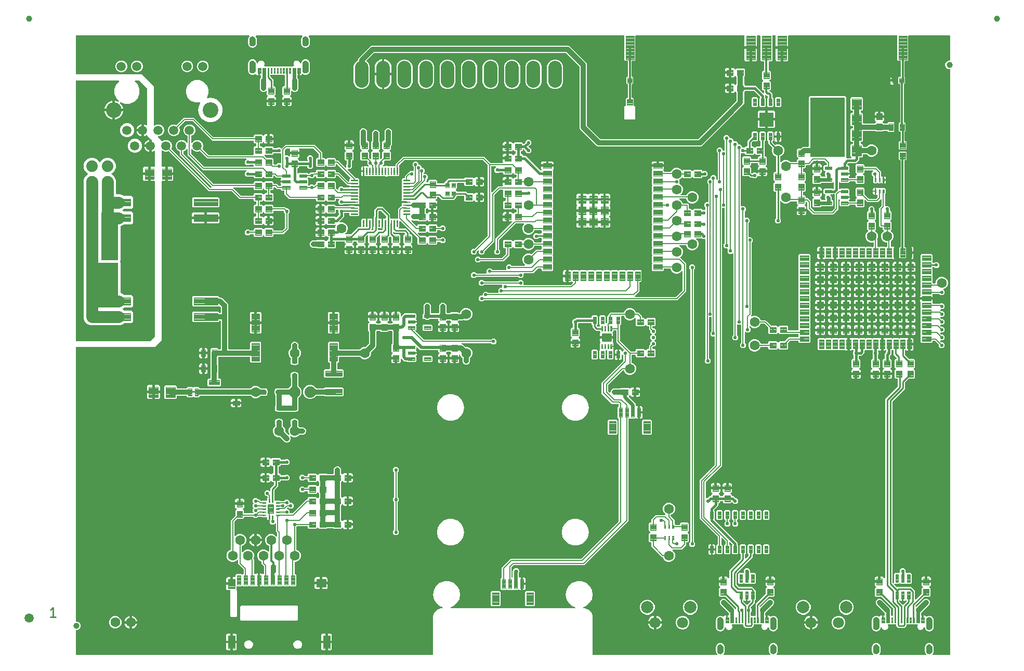
<source format=gtl>
G04 EAGLE Gerber RS-274X export*
G75*
%MOMM*%
%FSLAX34Y34*%
%LPD*%
%INTop Copper*%
%IPPOS*%
%AMOC8*
5,1,8,0,0,1.08239X$1,22.5*%
G01*
%ADD10C,0.279400*%
%ADD11C,0.100000*%
%ADD12C,0.100800*%
%ADD13C,1.000000*%
%ADD14C,0.102000*%
%ADD15C,0.654000*%
%ADD16C,0.105000*%
%ADD17C,0.096000*%
%ADD18C,0.098000*%
%ADD19C,0.102500*%
%ADD20C,0.200000*%
%ADD21C,0.099000*%
%ADD22C,0.106400*%
%ADD23C,1.600000*%
%ADD24C,0.104000*%
%ADD25C,0.101600*%
%ADD26C,2.550000*%
%ADD27C,1.500000*%
%ADD28C,0.099059*%
%ADD29C,0.092453*%
%ADD30C,1.879600*%
%ADD31C,0.280000*%
%ADD32C,2.200000*%
%ADD33C,1.800000*%
%ADD34C,2.000000*%
%ADD35C,0.554000*%
%ADD36C,0.254000*%
%ADD37C,0.152400*%
%ADD38C,0.406400*%
%ADD39C,0.508000*%
%ADD40C,0.812800*%
%ADD41C,0.609600*%
%ADD42C,0.266700*%
%ADD43C,0.304800*%
%ADD44C,0.317500*%
%ADD45C,1.905000*%

G36*
X630994Y3057D02*
X630994Y3057D01*
X631052Y3055D01*
X631134Y3077D01*
X631218Y3089D01*
X631271Y3112D01*
X631327Y3127D01*
X631400Y3170D01*
X631477Y3205D01*
X631522Y3243D01*
X631572Y3272D01*
X631630Y3334D01*
X631694Y3388D01*
X631726Y3437D01*
X631766Y3480D01*
X631805Y3555D01*
X631852Y3625D01*
X631869Y3681D01*
X631896Y3733D01*
X631907Y3801D01*
X631937Y3896D01*
X631940Y3996D01*
X631951Y4064D01*
X631951Y66633D01*
X634349Y72421D01*
X638779Y76851D01*
X644567Y79249D01*
X646575Y79249D01*
X646682Y79264D01*
X646789Y79272D01*
X646822Y79284D01*
X646856Y79289D01*
X646955Y79333D01*
X647056Y79370D01*
X647084Y79391D01*
X647116Y79405D01*
X647198Y79475D01*
X647285Y79538D01*
X647306Y79566D01*
X647333Y79588D01*
X647392Y79678D01*
X647458Y79764D01*
X647471Y79796D01*
X647490Y79825D01*
X647523Y79928D01*
X647562Y80028D01*
X647566Y80063D01*
X647576Y80096D01*
X647579Y80204D01*
X647589Y80311D01*
X647583Y80346D01*
X647583Y80380D01*
X647556Y80485D01*
X647536Y80591D01*
X647520Y80622D01*
X647512Y80655D01*
X647457Y80748D01*
X647408Y80844D01*
X647384Y80870D01*
X647366Y80900D01*
X647288Y80974D01*
X647214Y81053D01*
X647187Y81068D01*
X647159Y81094D01*
X646968Y81192D01*
X646922Y81218D01*
X643088Y82613D01*
X637255Y87508D01*
X633448Y94102D01*
X632126Y101600D01*
X633448Y109098D01*
X637255Y115692D01*
X643088Y120587D01*
X650243Y123191D01*
X657857Y123191D01*
X665012Y120587D01*
X670845Y115692D01*
X674652Y109098D01*
X675974Y101600D01*
X674652Y94102D01*
X670845Y87508D01*
X665012Y82613D01*
X661178Y81218D01*
X661083Y81167D01*
X660984Y81123D01*
X660958Y81101D01*
X660927Y81084D01*
X660850Y81009D01*
X660767Y80939D01*
X660748Y80911D01*
X660723Y80886D01*
X660669Y80793D01*
X660610Y80703D01*
X660599Y80670D01*
X660582Y80640D01*
X660556Y80535D01*
X660524Y80432D01*
X660523Y80397D01*
X660515Y80363D01*
X660519Y80256D01*
X660517Y80148D01*
X660525Y80114D01*
X660527Y80079D01*
X660561Y79977D01*
X660588Y79873D01*
X660606Y79843D01*
X660617Y79810D01*
X660679Y79721D01*
X660734Y79628D01*
X660759Y79604D01*
X660779Y79576D01*
X660862Y79507D01*
X660941Y79434D01*
X660972Y79418D01*
X660999Y79396D01*
X661098Y79353D01*
X661194Y79304D01*
X661225Y79299D01*
X661260Y79284D01*
X661473Y79258D01*
X661525Y79249D01*
X862475Y79249D01*
X862582Y79264D01*
X862689Y79272D01*
X862722Y79284D01*
X862756Y79289D01*
X862855Y79333D01*
X862956Y79370D01*
X862984Y79391D01*
X863016Y79405D01*
X863098Y79475D01*
X863185Y79538D01*
X863206Y79566D01*
X863233Y79588D01*
X863292Y79678D01*
X863358Y79764D01*
X863371Y79796D01*
X863390Y79825D01*
X863423Y79928D01*
X863462Y80028D01*
X863466Y80063D01*
X863476Y80096D01*
X863479Y80204D01*
X863489Y80311D01*
X863483Y80346D01*
X863483Y80380D01*
X863456Y80485D01*
X863436Y80591D01*
X863420Y80622D01*
X863412Y80655D01*
X863357Y80748D01*
X863308Y80844D01*
X863284Y80870D01*
X863266Y80900D01*
X863188Y80974D01*
X863114Y81053D01*
X863087Y81068D01*
X863059Y81094D01*
X862868Y81192D01*
X862822Y81218D01*
X858988Y82613D01*
X853155Y87508D01*
X849348Y94102D01*
X848026Y101600D01*
X849348Y109098D01*
X853155Y115692D01*
X858988Y120587D01*
X866143Y123191D01*
X873757Y123191D01*
X880912Y120587D01*
X886745Y115692D01*
X890552Y109098D01*
X891874Y101600D01*
X890552Y94102D01*
X886745Y87508D01*
X880912Y82613D01*
X877078Y81218D01*
X876983Y81167D01*
X876884Y81123D01*
X876858Y81101D01*
X876827Y81084D01*
X876750Y81009D01*
X876667Y80939D01*
X876648Y80911D01*
X876623Y80886D01*
X876569Y80793D01*
X876510Y80703D01*
X876499Y80670D01*
X876482Y80640D01*
X876456Y80535D01*
X876424Y80432D01*
X876423Y80397D01*
X876415Y80363D01*
X876419Y80256D01*
X876417Y80148D01*
X876425Y80114D01*
X876427Y80079D01*
X876461Y79977D01*
X876488Y79873D01*
X876506Y79843D01*
X876517Y79810D01*
X876579Y79721D01*
X876634Y79628D01*
X876659Y79604D01*
X876679Y79576D01*
X876762Y79507D01*
X876841Y79434D01*
X876872Y79418D01*
X876899Y79396D01*
X876998Y79353D01*
X877094Y79304D01*
X877125Y79299D01*
X877160Y79284D01*
X877373Y79258D01*
X877425Y79249D01*
X879433Y79249D01*
X885221Y76851D01*
X889651Y72421D01*
X892049Y66633D01*
X892049Y4064D01*
X892057Y4006D01*
X892055Y3948D01*
X892077Y3866D01*
X892089Y3782D01*
X892112Y3729D01*
X892127Y3673D01*
X892170Y3600D01*
X892205Y3523D01*
X892243Y3478D01*
X892272Y3428D01*
X892334Y3370D01*
X892388Y3306D01*
X892437Y3274D01*
X892480Y3234D01*
X892555Y3195D01*
X892625Y3148D01*
X892681Y3131D01*
X892733Y3104D01*
X892801Y3093D01*
X892896Y3063D01*
X892996Y3060D01*
X893064Y3049D01*
X1093740Y3049D01*
X1093798Y3057D01*
X1093856Y3055D01*
X1093938Y3077D01*
X1094022Y3089D01*
X1094075Y3112D01*
X1094131Y3127D01*
X1094204Y3170D01*
X1094281Y3205D01*
X1094326Y3242D01*
X1094375Y3272D01*
X1094434Y3334D01*
X1094498Y3388D01*
X1094530Y3437D01*
X1094570Y3479D01*
X1094609Y3554D01*
X1094656Y3625D01*
X1094673Y3680D01*
X1094700Y3732D01*
X1094716Y3815D01*
X1094742Y3896D01*
X1094743Y3954D01*
X1094754Y4011D01*
X1094747Y4096D01*
X1094749Y4180D01*
X1094734Y4236D01*
X1094729Y4294D01*
X1094702Y4358D01*
X1094677Y4455D01*
X1094626Y4541D01*
X1094600Y4604D01*
X1094333Y5029D01*
X1094237Y5143D01*
X1094191Y5207D01*
X1093696Y5702D01*
X1093465Y6363D01*
X1093401Y6486D01*
X1093396Y6496D01*
X1093366Y6568D01*
X1092993Y7161D01*
X1092915Y7857D01*
X1092877Y8002D01*
X1092864Y8079D01*
X1092687Y8585D01*
X1092693Y8621D01*
X1092723Y8715D01*
X1092726Y8816D01*
X1092737Y8884D01*
X1092737Y9376D01*
X1092728Y9440D01*
X1092731Y9490D01*
X1092648Y10225D01*
X1092660Y10246D01*
X1092668Y10276D01*
X1092682Y10303D01*
X1092695Y10380D01*
X1092731Y10521D01*
X1092729Y10585D01*
X1092737Y10634D01*
X1092737Y14466D01*
X1092733Y14496D01*
X1092735Y14527D01*
X1092713Y14637D01*
X1092697Y14747D01*
X1092685Y14775D01*
X1092679Y14806D01*
X1092647Y14863D01*
X1092731Y15610D01*
X1092729Y15675D01*
X1092737Y15724D01*
X1092737Y16216D01*
X1092729Y16275D01*
X1092730Y16334D01*
X1092711Y16400D01*
X1092697Y16497D01*
X1092688Y16518D01*
X1092864Y17021D01*
X1092893Y17167D01*
X1092915Y17243D01*
X1092993Y17939D01*
X1093366Y18532D01*
X1093427Y18668D01*
X1093465Y18737D01*
X1093696Y19398D01*
X1094191Y19893D01*
X1094281Y20013D01*
X1094333Y20071D01*
X1094706Y20664D01*
X1095299Y21037D01*
X1095413Y21133D01*
X1095477Y21179D01*
X1095972Y21674D01*
X1096633Y21905D01*
X1096766Y21974D01*
X1096838Y22004D01*
X1097431Y22377D01*
X1098127Y22455D01*
X1098272Y22492D01*
X1098349Y22506D01*
X1099010Y22737D01*
X1099706Y22659D01*
X1099856Y22663D01*
X1099934Y22659D01*
X1100630Y22737D01*
X1101291Y22506D01*
X1101437Y22477D01*
X1101513Y22455D01*
X1102209Y22377D01*
X1102802Y22004D01*
X1102938Y21943D01*
X1103007Y21905D01*
X1103668Y21674D01*
X1104163Y21179D01*
X1104283Y21089D01*
X1104341Y21037D01*
X1104934Y20664D01*
X1105307Y20071D01*
X1105403Y19957D01*
X1105449Y19893D01*
X1105944Y19398D01*
X1106175Y18737D01*
X1106244Y18604D01*
X1106274Y18532D01*
X1106647Y17939D01*
X1106725Y17243D01*
X1106762Y17098D01*
X1106776Y17021D01*
X1106953Y16515D01*
X1106947Y16479D01*
X1106917Y16385D01*
X1106914Y16284D01*
X1106903Y16216D01*
X1106903Y15724D01*
X1106912Y15660D01*
X1106909Y15610D01*
X1106992Y14875D01*
X1106980Y14854D01*
X1106972Y14824D01*
X1106958Y14797D01*
X1106945Y14720D01*
X1106909Y14579D01*
X1106911Y14515D01*
X1106903Y14466D01*
X1106903Y10634D01*
X1106907Y10604D01*
X1106905Y10573D01*
X1106927Y10463D01*
X1106943Y10353D01*
X1106955Y10325D01*
X1106961Y10294D01*
X1106993Y10237D01*
X1106909Y9490D01*
X1106911Y9425D01*
X1106903Y9376D01*
X1106903Y8884D01*
X1106911Y8825D01*
X1106910Y8766D01*
X1106929Y8700D01*
X1106943Y8603D01*
X1106952Y8582D01*
X1106776Y8079D01*
X1106747Y7933D01*
X1106725Y7857D01*
X1106647Y7161D01*
X1106274Y6568D01*
X1106213Y6432D01*
X1106175Y6363D01*
X1105944Y5702D01*
X1105449Y5207D01*
X1105359Y5087D01*
X1105307Y5029D01*
X1105040Y4604D01*
X1105016Y4551D01*
X1104984Y4503D01*
X1104959Y4422D01*
X1104924Y4345D01*
X1104916Y4287D01*
X1104898Y4232D01*
X1104896Y4147D01*
X1104884Y4063D01*
X1104893Y4006D01*
X1104891Y3948D01*
X1104912Y3866D01*
X1104924Y3782D01*
X1104948Y3729D01*
X1104963Y3673D01*
X1105006Y3600D01*
X1105041Y3522D01*
X1105079Y3478D01*
X1105108Y3428D01*
X1105170Y3370D01*
X1105225Y3306D01*
X1105273Y3273D01*
X1105315Y3234D01*
X1105391Y3195D01*
X1105462Y3148D01*
X1105517Y3131D01*
X1105569Y3104D01*
X1105637Y3093D01*
X1105733Y3063D01*
X1105832Y3060D01*
X1105900Y3049D01*
X1180100Y3049D01*
X1180158Y3057D01*
X1180216Y3055D01*
X1180298Y3077D01*
X1180382Y3089D01*
X1180435Y3112D01*
X1180491Y3127D01*
X1180564Y3170D01*
X1180641Y3205D01*
X1180686Y3242D01*
X1180735Y3272D01*
X1180794Y3334D01*
X1180858Y3388D01*
X1180890Y3437D01*
X1180930Y3479D01*
X1180969Y3554D01*
X1181016Y3625D01*
X1181033Y3680D01*
X1181060Y3732D01*
X1181076Y3815D01*
X1181102Y3896D01*
X1181103Y3954D01*
X1181114Y4011D01*
X1181107Y4096D01*
X1181109Y4180D01*
X1181094Y4236D01*
X1181089Y4294D01*
X1181062Y4358D01*
X1181037Y4455D01*
X1180986Y4541D01*
X1180960Y4604D01*
X1180693Y5029D01*
X1180597Y5143D01*
X1180551Y5207D01*
X1180056Y5702D01*
X1179825Y6363D01*
X1179761Y6486D01*
X1179756Y6496D01*
X1179726Y6568D01*
X1179353Y7161D01*
X1179275Y7857D01*
X1179237Y8002D01*
X1179224Y8079D01*
X1179047Y8585D01*
X1179053Y8621D01*
X1179083Y8715D01*
X1179086Y8816D01*
X1179097Y8884D01*
X1179097Y9376D01*
X1179088Y9440D01*
X1179091Y9490D01*
X1179008Y10225D01*
X1179020Y10246D01*
X1179028Y10276D01*
X1179042Y10303D01*
X1179055Y10380D01*
X1179091Y10521D01*
X1179089Y10585D01*
X1179097Y10634D01*
X1179097Y14466D01*
X1179093Y14496D01*
X1179095Y14527D01*
X1179073Y14637D01*
X1179057Y14747D01*
X1179045Y14775D01*
X1179039Y14806D01*
X1179007Y14863D01*
X1179091Y15610D01*
X1179089Y15675D01*
X1179097Y15724D01*
X1179097Y16216D01*
X1179089Y16275D01*
X1179090Y16334D01*
X1179071Y16400D01*
X1179057Y16497D01*
X1179048Y16518D01*
X1179224Y17021D01*
X1179253Y17167D01*
X1179275Y17243D01*
X1179353Y17939D01*
X1179726Y18532D01*
X1179787Y18668D01*
X1179825Y18737D01*
X1180056Y19398D01*
X1180551Y19893D01*
X1180641Y20013D01*
X1180693Y20071D01*
X1181066Y20664D01*
X1181659Y21037D01*
X1181773Y21133D01*
X1181837Y21179D01*
X1182332Y21674D01*
X1182993Y21905D01*
X1183126Y21974D01*
X1183198Y22004D01*
X1183791Y22377D01*
X1184487Y22455D01*
X1184632Y22492D01*
X1184709Y22506D01*
X1185370Y22737D01*
X1186066Y22659D01*
X1186216Y22663D01*
X1186294Y22659D01*
X1186990Y22737D01*
X1187651Y22506D01*
X1187797Y22477D01*
X1187873Y22455D01*
X1188569Y22377D01*
X1189162Y22004D01*
X1189298Y21943D01*
X1189367Y21905D01*
X1190028Y21674D01*
X1190523Y21179D01*
X1190643Y21089D01*
X1190701Y21037D01*
X1191294Y20664D01*
X1191667Y20071D01*
X1191763Y19957D01*
X1191809Y19893D01*
X1192304Y19398D01*
X1192535Y18737D01*
X1192604Y18604D01*
X1192634Y18532D01*
X1193007Y17939D01*
X1193085Y17243D01*
X1193122Y17098D01*
X1193136Y17021D01*
X1193313Y16515D01*
X1193307Y16479D01*
X1193277Y16385D01*
X1193274Y16284D01*
X1193263Y16216D01*
X1193263Y15724D01*
X1193272Y15660D01*
X1193269Y15610D01*
X1193352Y14875D01*
X1193340Y14854D01*
X1193332Y14824D01*
X1193318Y14797D01*
X1193305Y14720D01*
X1193269Y14579D01*
X1193271Y14515D01*
X1193263Y14466D01*
X1193263Y10634D01*
X1193267Y10604D01*
X1193265Y10573D01*
X1193287Y10463D01*
X1193303Y10353D01*
X1193315Y10325D01*
X1193321Y10294D01*
X1193353Y10237D01*
X1193269Y9490D01*
X1193271Y9425D01*
X1193263Y9376D01*
X1193263Y8884D01*
X1193271Y8825D01*
X1193270Y8766D01*
X1193289Y8700D01*
X1193303Y8603D01*
X1193312Y8582D01*
X1193136Y8079D01*
X1193107Y7933D01*
X1193085Y7857D01*
X1193007Y7161D01*
X1192634Y6568D01*
X1192573Y6432D01*
X1192535Y6363D01*
X1192304Y5702D01*
X1191809Y5207D01*
X1191719Y5088D01*
X1191667Y5029D01*
X1191400Y4604D01*
X1191376Y4551D01*
X1191344Y4503D01*
X1191319Y4422D01*
X1191284Y4345D01*
X1191276Y4287D01*
X1191258Y4232D01*
X1191256Y4147D01*
X1191244Y4063D01*
X1191253Y4006D01*
X1191251Y3948D01*
X1191273Y3866D01*
X1191284Y3782D01*
X1191308Y3729D01*
X1191323Y3673D01*
X1191366Y3600D01*
X1191401Y3522D01*
X1191439Y3478D01*
X1191468Y3428D01*
X1191530Y3370D01*
X1191585Y3305D01*
X1191633Y3273D01*
X1191675Y3234D01*
X1191751Y3195D01*
X1191822Y3148D01*
X1191877Y3131D01*
X1191929Y3104D01*
X1191997Y3093D01*
X1192093Y3063D01*
X1192192Y3060D01*
X1192260Y3049D01*
X1347740Y3049D01*
X1347798Y3057D01*
X1347856Y3055D01*
X1347938Y3077D01*
X1348022Y3089D01*
X1348075Y3112D01*
X1348131Y3127D01*
X1348204Y3170D01*
X1348281Y3205D01*
X1348326Y3242D01*
X1348375Y3272D01*
X1348434Y3334D01*
X1348498Y3388D01*
X1348530Y3437D01*
X1348570Y3479D01*
X1348609Y3554D01*
X1348656Y3625D01*
X1348673Y3680D01*
X1348700Y3732D01*
X1348716Y3815D01*
X1348742Y3896D01*
X1348743Y3954D01*
X1348754Y4011D01*
X1348747Y4096D01*
X1348749Y4180D01*
X1348734Y4236D01*
X1348729Y4294D01*
X1348702Y4358D01*
X1348677Y4455D01*
X1348626Y4541D01*
X1348600Y4604D01*
X1348333Y5029D01*
X1348237Y5143D01*
X1348191Y5207D01*
X1347696Y5702D01*
X1347465Y6363D01*
X1347401Y6486D01*
X1347396Y6496D01*
X1347366Y6568D01*
X1346993Y7161D01*
X1346915Y7857D01*
X1346877Y8002D01*
X1346864Y8079D01*
X1346687Y8585D01*
X1346693Y8621D01*
X1346723Y8715D01*
X1346726Y8816D01*
X1346737Y8884D01*
X1346737Y9376D01*
X1346728Y9440D01*
X1346731Y9490D01*
X1346648Y10225D01*
X1346660Y10246D01*
X1346668Y10276D01*
X1346682Y10303D01*
X1346695Y10380D01*
X1346731Y10521D01*
X1346729Y10585D01*
X1346737Y10634D01*
X1346737Y14466D01*
X1346733Y14496D01*
X1346735Y14527D01*
X1346713Y14637D01*
X1346697Y14747D01*
X1346685Y14775D01*
X1346679Y14806D01*
X1346647Y14863D01*
X1346731Y15610D01*
X1346729Y15675D01*
X1346737Y15724D01*
X1346737Y16216D01*
X1346729Y16275D01*
X1346730Y16334D01*
X1346711Y16400D01*
X1346697Y16497D01*
X1346688Y16518D01*
X1346864Y17021D01*
X1346893Y17167D01*
X1346915Y17243D01*
X1346993Y17939D01*
X1347366Y18532D01*
X1347427Y18668D01*
X1347465Y18737D01*
X1347696Y19398D01*
X1348191Y19893D01*
X1348281Y20012D01*
X1348333Y20071D01*
X1348706Y20664D01*
X1349299Y21037D01*
X1349413Y21133D01*
X1349477Y21179D01*
X1349972Y21674D01*
X1350633Y21905D01*
X1350766Y21974D01*
X1350838Y22004D01*
X1351431Y22377D01*
X1352127Y22455D01*
X1352272Y22492D01*
X1352349Y22506D01*
X1353010Y22737D01*
X1353706Y22659D01*
X1353856Y22663D01*
X1353934Y22659D01*
X1354630Y22737D01*
X1355291Y22506D01*
X1355437Y22477D01*
X1355513Y22455D01*
X1356209Y22377D01*
X1356802Y22004D01*
X1356938Y21943D01*
X1357007Y21905D01*
X1357668Y21674D01*
X1358163Y21179D01*
X1358283Y21089D01*
X1358341Y21037D01*
X1358934Y20664D01*
X1359307Y20071D01*
X1359403Y19957D01*
X1359449Y19893D01*
X1359944Y19398D01*
X1360175Y18737D01*
X1360244Y18604D01*
X1360274Y18532D01*
X1360647Y17939D01*
X1360725Y17243D01*
X1360763Y17098D01*
X1360776Y17021D01*
X1360953Y16515D01*
X1360947Y16479D01*
X1360917Y16385D01*
X1360914Y16284D01*
X1360903Y16216D01*
X1360903Y15724D01*
X1360912Y15660D01*
X1360909Y15610D01*
X1360992Y14875D01*
X1360980Y14854D01*
X1360972Y14824D01*
X1360958Y14797D01*
X1360945Y14720D01*
X1360909Y14579D01*
X1360911Y14515D01*
X1360903Y14466D01*
X1360903Y10634D01*
X1360907Y10604D01*
X1360905Y10573D01*
X1360927Y10463D01*
X1360943Y10353D01*
X1360955Y10325D01*
X1360961Y10294D01*
X1360993Y10237D01*
X1360909Y9490D01*
X1360911Y9425D01*
X1360903Y9376D01*
X1360903Y8884D01*
X1360911Y8825D01*
X1360910Y8766D01*
X1360929Y8700D01*
X1360943Y8603D01*
X1360952Y8582D01*
X1360776Y8079D01*
X1360747Y7933D01*
X1360725Y7857D01*
X1360647Y7161D01*
X1360274Y6568D01*
X1360213Y6432D01*
X1360175Y6363D01*
X1359944Y5702D01*
X1359449Y5207D01*
X1359359Y5087D01*
X1359307Y5029D01*
X1359040Y4604D01*
X1359016Y4551D01*
X1358984Y4503D01*
X1358959Y4422D01*
X1358924Y4345D01*
X1358916Y4287D01*
X1358898Y4232D01*
X1358896Y4147D01*
X1358884Y4063D01*
X1358893Y4006D01*
X1358891Y3948D01*
X1358912Y3866D01*
X1358924Y3782D01*
X1358948Y3729D01*
X1358963Y3673D01*
X1359006Y3600D01*
X1359041Y3522D01*
X1359079Y3478D01*
X1359108Y3428D01*
X1359170Y3370D01*
X1359225Y3306D01*
X1359273Y3273D01*
X1359315Y3234D01*
X1359391Y3195D01*
X1359462Y3148D01*
X1359517Y3131D01*
X1359569Y3104D01*
X1359637Y3093D01*
X1359733Y3063D01*
X1359832Y3060D01*
X1359900Y3049D01*
X1434100Y3049D01*
X1434158Y3057D01*
X1434216Y3055D01*
X1434298Y3077D01*
X1434382Y3089D01*
X1434435Y3112D01*
X1434491Y3127D01*
X1434564Y3170D01*
X1434641Y3205D01*
X1434686Y3242D01*
X1434735Y3272D01*
X1434794Y3334D01*
X1434858Y3388D01*
X1434890Y3437D01*
X1434930Y3479D01*
X1434969Y3554D01*
X1435016Y3625D01*
X1435033Y3680D01*
X1435060Y3732D01*
X1435076Y3815D01*
X1435102Y3896D01*
X1435103Y3954D01*
X1435114Y4011D01*
X1435107Y4096D01*
X1435109Y4180D01*
X1435094Y4236D01*
X1435089Y4294D01*
X1435062Y4358D01*
X1435037Y4455D01*
X1434986Y4541D01*
X1434960Y4604D01*
X1434693Y5029D01*
X1434597Y5143D01*
X1434551Y5207D01*
X1434056Y5702D01*
X1433825Y6363D01*
X1433761Y6486D01*
X1433756Y6496D01*
X1433726Y6568D01*
X1433353Y7161D01*
X1433275Y7857D01*
X1433237Y8002D01*
X1433224Y8079D01*
X1433047Y8585D01*
X1433053Y8621D01*
X1433083Y8715D01*
X1433086Y8816D01*
X1433097Y8884D01*
X1433097Y9376D01*
X1433088Y9440D01*
X1433091Y9490D01*
X1433008Y10225D01*
X1433020Y10246D01*
X1433028Y10276D01*
X1433042Y10303D01*
X1433055Y10380D01*
X1433091Y10521D01*
X1433089Y10585D01*
X1433097Y10634D01*
X1433097Y14466D01*
X1433093Y14496D01*
X1433095Y14527D01*
X1433073Y14637D01*
X1433057Y14747D01*
X1433045Y14775D01*
X1433039Y14806D01*
X1433007Y14863D01*
X1433091Y15610D01*
X1433089Y15675D01*
X1433097Y15724D01*
X1433097Y16216D01*
X1433089Y16275D01*
X1433090Y16334D01*
X1433071Y16400D01*
X1433057Y16497D01*
X1433048Y16518D01*
X1433224Y17021D01*
X1433253Y17167D01*
X1433275Y17243D01*
X1433353Y17939D01*
X1433726Y18532D01*
X1433787Y18668D01*
X1433825Y18737D01*
X1434056Y19398D01*
X1434551Y19893D01*
X1434641Y20012D01*
X1434693Y20071D01*
X1435066Y20664D01*
X1435659Y21037D01*
X1435773Y21133D01*
X1435837Y21179D01*
X1436332Y21674D01*
X1436993Y21905D01*
X1437126Y21974D01*
X1437198Y22004D01*
X1437791Y22377D01*
X1438487Y22455D01*
X1438632Y22492D01*
X1438709Y22506D01*
X1439370Y22737D01*
X1440066Y22659D01*
X1440216Y22663D01*
X1440294Y22659D01*
X1440990Y22737D01*
X1441651Y22506D01*
X1441797Y22477D01*
X1441873Y22455D01*
X1442569Y22377D01*
X1443162Y22004D01*
X1443298Y21943D01*
X1443367Y21905D01*
X1444028Y21674D01*
X1444523Y21179D01*
X1444643Y21089D01*
X1444701Y21037D01*
X1445294Y20664D01*
X1445667Y20071D01*
X1445763Y19957D01*
X1445809Y19893D01*
X1446304Y19398D01*
X1446535Y18737D01*
X1446604Y18604D01*
X1446634Y18532D01*
X1447007Y17939D01*
X1447085Y17243D01*
X1447122Y17098D01*
X1447136Y17021D01*
X1447313Y16515D01*
X1447307Y16479D01*
X1447277Y16385D01*
X1447274Y16284D01*
X1447263Y16216D01*
X1447263Y15724D01*
X1447272Y15660D01*
X1447269Y15610D01*
X1447352Y14875D01*
X1447340Y14854D01*
X1447332Y14824D01*
X1447318Y14797D01*
X1447305Y14720D01*
X1447269Y14579D01*
X1447271Y14515D01*
X1447263Y14466D01*
X1447263Y10634D01*
X1447267Y10604D01*
X1447265Y10573D01*
X1447287Y10463D01*
X1447303Y10353D01*
X1447315Y10325D01*
X1447321Y10294D01*
X1447353Y10237D01*
X1447269Y9490D01*
X1447271Y9425D01*
X1447263Y9376D01*
X1447263Y8884D01*
X1447271Y8825D01*
X1447270Y8766D01*
X1447289Y8700D01*
X1447303Y8603D01*
X1447312Y8582D01*
X1447136Y8079D01*
X1447107Y7933D01*
X1447085Y7857D01*
X1447007Y7161D01*
X1446634Y6568D01*
X1446573Y6432D01*
X1446535Y6363D01*
X1446304Y5702D01*
X1445809Y5207D01*
X1445719Y5087D01*
X1445667Y5029D01*
X1445400Y4604D01*
X1445376Y4551D01*
X1445344Y4503D01*
X1445319Y4422D01*
X1445284Y4345D01*
X1445276Y4287D01*
X1445258Y4232D01*
X1445256Y4147D01*
X1445244Y4063D01*
X1445253Y4006D01*
X1445251Y3948D01*
X1445272Y3866D01*
X1445284Y3782D01*
X1445308Y3729D01*
X1445323Y3673D01*
X1445366Y3600D01*
X1445401Y3522D01*
X1445439Y3478D01*
X1445468Y3428D01*
X1445530Y3370D01*
X1445585Y3306D01*
X1445633Y3273D01*
X1445675Y3234D01*
X1445751Y3195D01*
X1445822Y3148D01*
X1445877Y3131D01*
X1445929Y3104D01*
X1445997Y3093D01*
X1446093Y3063D01*
X1446192Y3060D01*
X1446260Y3049D01*
X1473200Y3049D01*
X1473258Y3057D01*
X1473316Y3055D01*
X1473398Y3077D01*
X1473482Y3089D01*
X1473535Y3112D01*
X1473591Y3127D01*
X1473664Y3170D01*
X1473741Y3205D01*
X1473786Y3243D01*
X1473836Y3272D01*
X1473894Y3334D01*
X1473958Y3388D01*
X1473990Y3437D01*
X1474030Y3480D01*
X1474069Y3555D01*
X1474116Y3625D01*
X1474133Y3681D01*
X1474160Y3733D01*
X1474171Y3801D01*
X1474201Y3896D01*
X1474204Y3996D01*
X1474215Y4064D01*
X1474215Y957152D01*
X1474207Y957210D01*
X1474209Y957268D01*
X1474187Y957350D01*
X1474175Y957434D01*
X1474152Y957487D01*
X1474137Y957543D01*
X1474094Y957616D01*
X1474059Y957693D01*
X1474021Y957738D01*
X1473992Y957788D01*
X1473930Y957846D01*
X1473876Y957910D01*
X1473827Y957942D01*
X1473784Y957982D01*
X1473709Y958021D01*
X1473639Y958068D01*
X1473583Y958085D01*
X1473531Y958112D01*
X1473463Y958123D01*
X1473368Y958153D01*
X1473268Y958156D01*
X1473200Y958167D01*
X1471801Y958167D01*
X1469216Y959238D01*
X1467238Y961216D01*
X1466167Y963801D01*
X1466167Y966599D01*
X1467238Y969184D01*
X1469216Y971162D01*
X1471801Y972233D01*
X1473200Y972233D01*
X1473258Y972241D01*
X1473316Y972239D01*
X1473398Y972261D01*
X1473482Y972273D01*
X1473535Y972296D01*
X1473591Y972311D01*
X1473664Y972354D01*
X1473741Y972389D01*
X1473786Y972427D01*
X1473836Y972456D01*
X1473894Y972518D01*
X1473958Y972572D01*
X1473990Y972621D01*
X1474030Y972664D01*
X1474069Y972739D01*
X1474116Y972809D01*
X1474133Y972865D01*
X1474160Y972917D01*
X1474171Y972985D01*
X1474201Y973080D01*
X1474204Y973180D01*
X1474215Y973248D01*
X1474215Y1011936D01*
X1474207Y1011994D01*
X1474209Y1012052D01*
X1474187Y1012134D01*
X1474175Y1012218D01*
X1474152Y1012271D01*
X1474137Y1012327D01*
X1474094Y1012400D01*
X1474059Y1012477D01*
X1474021Y1012522D01*
X1473992Y1012572D01*
X1473930Y1012630D01*
X1473876Y1012694D01*
X1473827Y1012726D01*
X1473784Y1012766D01*
X1473709Y1012805D01*
X1473639Y1012852D01*
X1473583Y1012869D01*
X1473531Y1012896D01*
X1473463Y1012907D01*
X1473368Y1012937D01*
X1473268Y1012940D01*
X1473200Y1012951D01*
X1435943Y1012951D01*
X1435934Y1012956D01*
X1435787Y1013049D01*
X1435785Y1013049D01*
X1435784Y1013050D01*
X1435620Y1013107D01*
X1435451Y1013166D01*
X1435449Y1013166D01*
X1435448Y1013167D01*
X1435100Y1013205D01*
X1407357Y1013205D01*
X1407356Y1013205D01*
X1407355Y1013205D01*
X1407174Y1013185D01*
X1407004Y1013165D01*
X1407003Y1013165D01*
X1407001Y1013165D01*
X1406821Y1013101D01*
X1406668Y1013048D01*
X1406667Y1013047D01*
X1406666Y1013047D01*
X1406510Y1012948D01*
X1406367Y1012858D01*
X1406366Y1012857D01*
X1406365Y1012857D01*
X1406238Y1012729D01*
X1406116Y1012607D01*
X1406115Y1012605D01*
X1406114Y1012604D01*
X1406020Y1012453D01*
X1405927Y1012305D01*
X1405927Y1012304D01*
X1405926Y1012303D01*
X1405869Y1012139D01*
X1405810Y1011969D01*
X1405810Y1011968D01*
X1405809Y1011966D01*
X1405771Y1011619D01*
X1405771Y972921D01*
X1404719Y971869D01*
X1401445Y971869D01*
X1401444Y971869D01*
X1401442Y971869D01*
X1401262Y971849D01*
X1401092Y971829D01*
X1401090Y971829D01*
X1401089Y971829D01*
X1400908Y971765D01*
X1400756Y971712D01*
X1400755Y971711D01*
X1400753Y971711D01*
X1400598Y971612D01*
X1400455Y971522D01*
X1400454Y971521D01*
X1400452Y971521D01*
X1400326Y971393D01*
X1400203Y971271D01*
X1400203Y971269D01*
X1400202Y971268D01*
X1400107Y971117D01*
X1400014Y970969D01*
X1400014Y970968D01*
X1400013Y970967D01*
X1399955Y970798D01*
X1399897Y970633D01*
X1399897Y970632D01*
X1399897Y970630D01*
X1399858Y970283D01*
X1399858Y946027D01*
X1399868Y945936D01*
X1399869Y945845D01*
X1399888Y945760D01*
X1399898Y945674D01*
X1399928Y945588D01*
X1399949Y945499D01*
X1399987Y945420D01*
X1400016Y945338D01*
X1400064Y945261D01*
X1400104Y945179D01*
X1400160Y945110D01*
X1400205Y945037D01*
X1400224Y945018D01*
X1400225Y945017D01*
X1400268Y944974D01*
X1400323Y944905D01*
X1400701Y944528D01*
X1400701Y935072D01*
X1399338Y933709D01*
X1399295Y933682D01*
X1399294Y933681D01*
X1399292Y933681D01*
X1399166Y933553D01*
X1399043Y933431D01*
X1399043Y933429D01*
X1399042Y933428D01*
X1398946Y933275D01*
X1398854Y933129D01*
X1398854Y933128D01*
X1398853Y933127D01*
X1398795Y932959D01*
X1398737Y932793D01*
X1398737Y932792D01*
X1398737Y932790D01*
X1398698Y932443D01*
X1398698Y872457D01*
X1398698Y872456D01*
X1398698Y872455D01*
X1398719Y872274D01*
X1398738Y872104D01*
X1398739Y872103D01*
X1398739Y872101D01*
X1398806Y871910D01*
X1398856Y871768D01*
X1398856Y871767D01*
X1398857Y871766D01*
X1398956Y871609D01*
X1399045Y871467D01*
X1399046Y871466D01*
X1399047Y871465D01*
X1399177Y871335D01*
X1399297Y871216D01*
X1399298Y871215D01*
X1399299Y871214D01*
X1399451Y871120D01*
X1399598Y871027D01*
X1399600Y871027D01*
X1399601Y871026D01*
X1399765Y870969D01*
X1399934Y870910D01*
X1399936Y870910D01*
X1399937Y870909D01*
X1400034Y870899D01*
X1401111Y869822D01*
X1401111Y857378D01*
X1400323Y856590D01*
X1400266Y856519D01*
X1400202Y856454D01*
X1400155Y856380D01*
X1400101Y856312D01*
X1400062Y856230D01*
X1400013Y856153D01*
X1399985Y856070D01*
X1399947Y855992D01*
X1399927Y855903D01*
X1399897Y855816D01*
X1399887Y855729D01*
X1399868Y855645D01*
X1399868Y855558D01*
X1399858Y855468D01*
X1399858Y842357D01*
X1399858Y842356D01*
X1399858Y842355D01*
X1399879Y842174D01*
X1399898Y842004D01*
X1399899Y842003D01*
X1399899Y842001D01*
X1399963Y841819D01*
X1400016Y841668D01*
X1400016Y841667D01*
X1400017Y841666D01*
X1400116Y841509D01*
X1400205Y841367D01*
X1400206Y841366D01*
X1400207Y841365D01*
X1400338Y841235D01*
X1400457Y841116D01*
X1400458Y841115D01*
X1400459Y841114D01*
X1400611Y841020D01*
X1400758Y840927D01*
X1400760Y840927D01*
X1400761Y840926D01*
X1400925Y840869D01*
X1401094Y840810D01*
X1401096Y840810D01*
X1401097Y840809D01*
X1401445Y840771D01*
X1402233Y840771D01*
X1403271Y839733D01*
X1403271Y828267D01*
X1402233Y827229D01*
X1391767Y827229D01*
X1390729Y828267D01*
X1390729Y839733D01*
X1391767Y840771D01*
X1392555Y840771D01*
X1392556Y840771D01*
X1392558Y840771D01*
X1392738Y840791D01*
X1392908Y840811D01*
X1392910Y840811D01*
X1392911Y840811D01*
X1393092Y840875D01*
X1393244Y840928D01*
X1393245Y840929D01*
X1393247Y840929D01*
X1393402Y841028D01*
X1393545Y841118D01*
X1393546Y841119D01*
X1393548Y841119D01*
X1393674Y841247D01*
X1393797Y841369D01*
X1393797Y841371D01*
X1393798Y841372D01*
X1393893Y841523D01*
X1393986Y841671D01*
X1393986Y841672D01*
X1393987Y841673D01*
X1394042Y841834D01*
X1394103Y842007D01*
X1394103Y842008D01*
X1394103Y842010D01*
X1394142Y842357D01*
X1394142Y854743D01*
X1394142Y854744D01*
X1394142Y854745D01*
X1394121Y854925D01*
X1394102Y855096D01*
X1394101Y855097D01*
X1394101Y855099D01*
X1394038Y855279D01*
X1393984Y855432D01*
X1393984Y855433D01*
X1393983Y855434D01*
X1393885Y855590D01*
X1393795Y855733D01*
X1393794Y855734D01*
X1393793Y855735D01*
X1393666Y855862D01*
X1393543Y855984D01*
X1393542Y855985D01*
X1393541Y855986D01*
X1393389Y856080D01*
X1393242Y856173D01*
X1393240Y856173D01*
X1393239Y856174D01*
X1393075Y856231D01*
X1392906Y856290D01*
X1392904Y856290D01*
X1392903Y856291D01*
X1392555Y856329D01*
X1391618Y856329D01*
X1390569Y857378D01*
X1390569Y869822D01*
X1391647Y870899D01*
X1391748Y870911D01*
X1391750Y870911D01*
X1391751Y870911D01*
X1391932Y870975D01*
X1392084Y871028D01*
X1392085Y871029D01*
X1392087Y871029D01*
X1392242Y871128D01*
X1392385Y871218D01*
X1392386Y871219D01*
X1392388Y871219D01*
X1392514Y871347D01*
X1392637Y871469D01*
X1392637Y871471D01*
X1392638Y871472D01*
X1392733Y871623D01*
X1392826Y871771D01*
X1392826Y871772D01*
X1392827Y871773D01*
X1392882Y871934D01*
X1392943Y872107D01*
X1392943Y872108D01*
X1392943Y872110D01*
X1392982Y872457D01*
X1392982Y932443D01*
X1392982Y932444D01*
X1392982Y932445D01*
X1392962Y932619D01*
X1392942Y932796D01*
X1392941Y932797D01*
X1392941Y932799D01*
X1392880Y932972D01*
X1392824Y933132D01*
X1392824Y933133D01*
X1392823Y933134D01*
X1392725Y933290D01*
X1392635Y933433D01*
X1392634Y933434D01*
X1392633Y933435D01*
X1392506Y933562D01*
X1392383Y933684D01*
X1392382Y933685D01*
X1392381Y933686D01*
X1392229Y933780D01*
X1392082Y933873D01*
X1392080Y933873D01*
X1392079Y933874D01*
X1391915Y933931D01*
X1391746Y933990D01*
X1391744Y933990D01*
X1391743Y933991D01*
X1391395Y934029D01*
X1390702Y934029D01*
X1389659Y935072D01*
X1389659Y944528D01*
X1390702Y945571D01*
X1392555Y945571D01*
X1392556Y945571D01*
X1392558Y945571D01*
X1392738Y945591D01*
X1392908Y945611D01*
X1392910Y945611D01*
X1392911Y945611D01*
X1393089Y945674D01*
X1393244Y945728D01*
X1393245Y945729D01*
X1393247Y945729D01*
X1393402Y945828D01*
X1393545Y945918D01*
X1393546Y945919D01*
X1393548Y945919D01*
X1393674Y946047D01*
X1393797Y946169D01*
X1393797Y946171D01*
X1393798Y946172D01*
X1393893Y946323D01*
X1393986Y946471D01*
X1393986Y946472D01*
X1393987Y946473D01*
X1394042Y946634D01*
X1394103Y946807D01*
X1394103Y946808D01*
X1394103Y946810D01*
X1394142Y947157D01*
X1394142Y970283D01*
X1394142Y970284D01*
X1394142Y970285D01*
X1394122Y970459D01*
X1394102Y970636D01*
X1394101Y970637D01*
X1394101Y970639D01*
X1394038Y970819D01*
X1393984Y970972D01*
X1393984Y970973D01*
X1393983Y970974D01*
X1393885Y971130D01*
X1393795Y971273D01*
X1393794Y971274D01*
X1393793Y971275D01*
X1393666Y971402D01*
X1393543Y971524D01*
X1393542Y971525D01*
X1393541Y971526D01*
X1393389Y971620D01*
X1393242Y971713D01*
X1393240Y971713D01*
X1393239Y971714D01*
X1393075Y971771D01*
X1392906Y971830D01*
X1392904Y971830D01*
X1392903Y971831D01*
X1392555Y971869D01*
X1389281Y971869D01*
X1388229Y972921D01*
X1388229Y1011619D01*
X1388229Y1011620D01*
X1388229Y1011621D01*
X1388209Y1011802D01*
X1388189Y1011972D01*
X1388189Y1011973D01*
X1388189Y1011975D01*
X1388125Y1012155D01*
X1388072Y1012308D01*
X1388071Y1012309D01*
X1388071Y1012310D01*
X1387972Y1012466D01*
X1387882Y1012609D01*
X1387881Y1012610D01*
X1387881Y1012611D01*
X1387753Y1012738D01*
X1387631Y1012860D01*
X1387629Y1012861D01*
X1387628Y1012862D01*
X1387477Y1012956D01*
X1387329Y1013049D01*
X1387328Y1013049D01*
X1387327Y1013050D01*
X1387163Y1013107D01*
X1386993Y1013166D01*
X1386992Y1013166D01*
X1386990Y1013167D01*
X1386643Y1013205D01*
X1358900Y1013205D01*
X1358899Y1013205D01*
X1358897Y1013205D01*
X1358717Y1013185D01*
X1358547Y1013165D01*
X1358545Y1013165D01*
X1358544Y1013165D01*
X1358363Y1013101D01*
X1358211Y1013048D01*
X1358210Y1013047D01*
X1358208Y1013047D01*
X1358057Y1012951D01*
X1211206Y1012951D01*
X1211148Y1012943D01*
X1211090Y1012945D01*
X1211008Y1012923D01*
X1210924Y1012911D01*
X1210871Y1012888D01*
X1210815Y1012873D01*
X1210742Y1012830D01*
X1210665Y1012795D01*
X1210620Y1012757D01*
X1210570Y1012728D01*
X1210512Y1012666D01*
X1210448Y1012612D01*
X1210416Y1012563D01*
X1210376Y1012520D01*
X1210337Y1012445D01*
X1210290Y1012375D01*
X1210273Y1012319D01*
X1210246Y1012267D01*
X1210235Y1012199D01*
X1210205Y1012104D01*
X1210202Y1012004D01*
X1210191Y1011936D01*
X1210191Y995171D01*
X1201166Y995171D01*
X1201108Y995163D01*
X1201050Y995164D01*
X1200968Y995143D01*
X1200885Y995131D01*
X1200831Y995107D01*
X1200775Y995093D01*
X1200702Y995050D01*
X1200625Y995015D01*
X1200581Y994977D01*
X1200530Y994947D01*
X1200473Y994886D01*
X1200408Y994831D01*
X1200376Y994783D01*
X1200336Y994740D01*
X1200297Y994665D01*
X1200251Y994595D01*
X1200233Y994539D01*
X1200206Y994487D01*
X1200195Y994419D01*
X1200165Y994324D01*
X1200162Y994224D01*
X1200151Y994156D01*
X1200151Y993139D01*
X1200149Y993139D01*
X1200149Y994156D01*
X1200141Y994214D01*
X1200142Y994272D01*
X1200121Y994354D01*
X1200109Y994437D01*
X1200085Y994491D01*
X1200071Y994547D01*
X1200028Y994620D01*
X1199993Y994697D01*
X1199955Y994741D01*
X1199925Y994792D01*
X1199864Y994849D01*
X1199809Y994914D01*
X1199761Y994946D01*
X1199718Y994986D01*
X1199643Y995025D01*
X1199573Y995071D01*
X1199517Y995089D01*
X1199465Y995116D01*
X1199397Y995127D01*
X1199302Y995157D01*
X1199202Y995160D01*
X1199134Y995171D01*
X1190109Y995171D01*
X1190109Y1011936D01*
X1190101Y1011994D01*
X1190103Y1012052D01*
X1190081Y1012134D01*
X1190069Y1012218D01*
X1190046Y1012271D01*
X1190031Y1012327D01*
X1189988Y1012400D01*
X1189953Y1012477D01*
X1189915Y1012522D01*
X1189886Y1012572D01*
X1189824Y1012630D01*
X1189770Y1012694D01*
X1189721Y1012726D01*
X1189678Y1012766D01*
X1189603Y1012805D01*
X1189533Y1012852D01*
X1189477Y1012869D01*
X1189425Y1012896D01*
X1189357Y1012907D01*
X1189262Y1012937D01*
X1189162Y1012940D01*
X1189094Y1012951D01*
X1185298Y1012951D01*
X1185240Y1012943D01*
X1185182Y1012945D01*
X1185100Y1012923D01*
X1185016Y1012911D01*
X1184963Y1012888D01*
X1184907Y1012873D01*
X1184834Y1012830D01*
X1184757Y1012795D01*
X1184712Y1012757D01*
X1184662Y1012728D01*
X1184604Y1012666D01*
X1184540Y1012612D01*
X1184508Y1012563D01*
X1184468Y1012520D01*
X1184429Y1012445D01*
X1184382Y1012375D01*
X1184365Y1012319D01*
X1184338Y1012267D01*
X1184327Y1012199D01*
X1184297Y1012104D01*
X1184294Y1012004D01*
X1184283Y1011936D01*
X1184283Y972606D01*
X1182784Y971107D01*
X1179385Y971107D01*
X1179328Y971099D01*
X1179269Y971101D01*
X1179188Y971079D01*
X1179104Y971067D01*
X1179051Y971044D01*
X1178994Y971029D01*
X1178922Y970986D01*
X1178845Y970951D01*
X1178800Y970913D01*
X1178750Y970884D01*
X1178692Y970822D01*
X1178628Y970768D01*
X1178595Y970719D01*
X1178555Y970676D01*
X1178517Y970601D01*
X1178470Y970531D01*
X1178452Y970475D01*
X1178426Y970423D01*
X1178414Y970355D01*
X1178384Y970260D01*
X1178382Y970160D01*
X1178370Y970092D01*
X1178370Y956848D01*
X1178378Y956790D01*
X1178377Y956732D01*
X1178398Y956650D01*
X1178410Y956566D01*
X1178434Y956513D01*
X1178449Y956457D01*
X1178492Y956384D01*
X1178526Y956307D01*
X1178564Y956262D01*
X1178594Y956212D01*
X1178656Y956154D01*
X1178710Y956090D01*
X1178759Y956058D01*
X1178801Y956018D01*
X1178876Y955979D01*
X1178947Y955932D01*
X1179002Y955915D01*
X1179054Y955888D01*
X1179122Y955877D01*
X1179218Y955847D01*
X1179317Y955844D01*
X1179385Y955833D01*
X1180299Y955833D01*
X1181783Y954349D01*
X1181783Y942251D01*
X1180050Y940518D01*
X1180015Y940471D01*
X1179972Y940431D01*
X1179929Y940358D01*
X1179879Y940291D01*
X1179858Y940236D01*
X1179828Y940186D01*
X1179808Y940104D01*
X1179778Y940025D01*
X1179773Y939967D01*
X1179758Y939910D01*
X1179761Y939826D01*
X1179754Y939742D01*
X1179766Y939684D01*
X1179767Y939626D01*
X1179793Y939546D01*
X1179810Y939463D01*
X1179837Y939411D01*
X1179855Y939355D01*
X1179895Y939299D01*
X1179941Y939211D01*
X1180010Y939138D01*
X1180050Y939082D01*
X1181783Y937349D01*
X1181783Y925251D01*
X1180175Y923643D01*
X1180104Y923611D01*
X1180089Y923599D01*
X1180071Y923590D01*
X1179980Y923507D01*
X1179887Y923428D01*
X1179876Y923411D01*
X1179861Y923398D01*
X1179797Y923293D01*
X1179729Y923191D01*
X1179723Y923172D01*
X1179713Y923156D01*
X1179680Y923037D01*
X1179643Y922920D01*
X1179643Y922900D01*
X1179638Y922881D01*
X1179639Y922759D01*
X1179636Y922636D01*
X1179641Y922617D01*
X1179641Y922597D01*
X1179677Y922479D01*
X1179708Y922361D01*
X1179718Y922344D01*
X1179723Y922325D01*
X1179790Y922222D01*
X1179853Y922116D01*
X1179867Y922103D01*
X1179878Y922086D01*
X1179935Y922040D01*
X1180060Y921922D01*
X1180106Y921898D01*
X1180137Y921873D01*
X1183070Y920180D01*
X1184720Y917321D01*
X1184720Y912676D01*
X1184728Y912624D01*
X1184727Y912596D01*
X1184733Y912573D01*
X1184735Y912502D01*
X1184752Y912450D01*
X1184760Y912395D01*
X1184796Y912315D01*
X1184823Y912232D01*
X1184851Y912192D01*
X1184876Y912135D01*
X1184972Y912022D01*
X1185018Y911958D01*
X1186133Y910843D01*
X1186133Y897757D01*
X1184643Y896267D01*
X1177557Y896267D01*
X1176067Y897757D01*
X1176067Y910843D01*
X1177182Y911958D01*
X1177235Y912028D01*
X1177295Y912092D01*
X1177320Y912141D01*
X1177353Y912186D01*
X1177384Y912267D01*
X1177424Y912345D01*
X1177432Y912393D01*
X1177455Y912451D01*
X1177461Y912530D01*
X1177466Y912545D01*
X1177467Y912602D01*
X1177480Y912676D01*
X1177480Y913575D01*
X1177472Y913632D01*
X1177473Y913691D01*
X1177452Y913772D01*
X1177440Y913856D01*
X1177416Y913909D01*
X1177401Y913966D01*
X1177358Y914038D01*
X1177324Y914115D01*
X1177286Y914160D01*
X1177256Y914210D01*
X1177194Y914268D01*
X1177140Y914332D01*
X1177091Y914365D01*
X1177049Y914405D01*
X1176974Y914443D01*
X1176903Y914490D01*
X1176848Y914508D01*
X1176796Y914534D01*
X1176728Y914546D01*
X1176632Y914576D01*
X1176591Y914577D01*
X1173988Y916080D01*
X1173951Y916095D01*
X1173919Y916116D01*
X1173820Y916148D01*
X1173724Y916186D01*
X1173685Y916190D01*
X1173648Y916202D01*
X1173544Y916205D01*
X1173441Y916215D01*
X1173403Y916209D01*
X1173364Y916210D01*
X1173263Y916183D01*
X1173161Y916165D01*
X1173126Y916148D01*
X1173089Y916138D01*
X1173000Y916085D01*
X1172907Y916039D01*
X1172878Y916012D01*
X1172844Y915992D01*
X1172773Y915917D01*
X1172697Y915847D01*
X1172676Y915814D01*
X1172650Y915785D01*
X1172602Y915693D01*
X1172548Y915605D01*
X1172538Y915567D01*
X1172520Y915532D01*
X1172507Y915455D01*
X1172473Y915330D01*
X1172474Y915256D01*
X1172465Y915201D01*
X1172465Y912232D01*
X1172477Y912145D01*
X1172480Y912058D01*
X1172497Y912005D01*
X1172505Y911950D01*
X1172540Y911870D01*
X1172567Y911787D01*
X1172595Y911748D01*
X1172621Y911691D01*
X1172717Y911578D01*
X1172762Y911514D01*
X1173433Y910843D01*
X1173433Y897757D01*
X1171943Y896267D01*
X1164857Y896267D01*
X1163367Y897757D01*
X1163367Y910843D01*
X1164038Y911514D01*
X1164090Y911584D01*
X1164150Y911648D01*
X1164176Y911697D01*
X1164209Y911741D01*
X1164240Y911823D01*
X1164280Y911901D01*
X1164288Y911948D01*
X1164310Y912007D01*
X1164322Y912154D01*
X1164324Y912166D01*
X1164329Y912186D01*
X1164329Y912194D01*
X1164335Y912232D01*
X1164335Y912296D01*
X1164323Y912382D01*
X1164320Y912470D01*
X1164303Y912522D01*
X1164295Y912577D01*
X1164260Y912657D01*
X1164233Y912740D01*
X1164205Y912780D01*
X1164179Y912837D01*
X1164083Y912950D01*
X1164038Y913014D01*
X1154314Y922738D01*
X1154244Y922790D01*
X1154180Y922850D01*
X1154131Y922876D01*
X1154086Y922909D01*
X1154005Y922940D01*
X1153927Y922980D01*
X1153879Y922988D01*
X1153821Y923010D01*
X1153673Y923022D01*
X1153596Y923035D01*
X1140998Y923035D01*
X1140940Y923027D01*
X1140882Y923029D01*
X1140800Y923007D01*
X1140716Y922995D01*
X1140663Y922972D01*
X1140607Y922957D01*
X1140534Y922914D01*
X1140457Y922879D01*
X1140412Y922841D01*
X1140362Y922812D01*
X1140304Y922750D01*
X1140240Y922696D01*
X1140208Y922647D01*
X1140168Y922604D01*
X1140129Y922529D01*
X1140082Y922459D01*
X1140065Y922403D01*
X1140038Y922351D01*
X1140027Y922283D01*
X1139997Y922188D01*
X1139994Y922088D01*
X1139983Y922020D01*
X1139983Y921551D01*
X1138844Y920412D01*
X1138792Y920342D01*
X1138732Y920279D01*
X1138706Y920229D01*
X1138673Y920185D01*
X1138642Y920103D01*
X1138602Y920025D01*
X1138594Y919978D01*
X1138572Y919919D01*
X1138560Y919772D01*
X1138547Y919694D01*
X1138547Y902637D01*
X1137619Y900396D01*
X1070254Y833031D01*
X1068013Y832103D01*
X900487Y832103D01*
X898246Y833031D01*
X871131Y860146D01*
X870203Y862387D01*
X870203Y962254D01*
X870191Y962341D01*
X870188Y962428D01*
X870171Y962481D01*
X870163Y962536D01*
X870128Y962615D01*
X870101Y962699D01*
X870073Y962738D01*
X870047Y962795D01*
X869951Y962908D01*
X869906Y962972D01*
X848672Y984206D01*
X848602Y984258D01*
X848538Y984318D01*
X848489Y984344D01*
X848445Y984377D01*
X848363Y984408D01*
X848285Y984448D01*
X848238Y984456D01*
X848179Y984478D01*
X848031Y984490D01*
X847954Y984503D01*
X536346Y984503D01*
X536259Y984491D01*
X536172Y984488D01*
X536119Y984471D01*
X536064Y984463D01*
X535985Y984428D01*
X535901Y984401D01*
X535862Y984373D01*
X535805Y984347D01*
X535692Y984251D01*
X535628Y984206D01*
X523894Y972472D01*
X523859Y972426D01*
X523817Y972385D01*
X523774Y972313D01*
X523724Y972245D01*
X523703Y972191D01*
X523673Y972140D01*
X523652Y972058D01*
X523622Y971980D01*
X523617Y971921D01*
X523603Y971865D01*
X523606Y971780D01*
X523599Y971696D01*
X523610Y971639D01*
X523612Y971580D01*
X523638Y971500D01*
X523655Y971417D01*
X523682Y971366D01*
X523700Y971310D01*
X523740Y971254D01*
X523786Y971165D01*
X523854Y971093D01*
X523894Y971037D01*
X526649Y968282D01*
X528633Y963492D01*
X528633Y936308D01*
X526649Y931517D01*
X522983Y927851D01*
X518192Y925867D01*
X513008Y925867D01*
X508217Y927851D01*
X504551Y931517D01*
X502567Y936308D01*
X502567Y963492D01*
X504551Y968283D01*
X508217Y971949D01*
X508877Y972222D01*
X508878Y972222D01*
X508879Y972223D01*
X508996Y972292D01*
X509121Y972366D01*
X509122Y972367D01*
X509124Y972368D01*
X509221Y972472D01*
X509317Y972573D01*
X509317Y972574D01*
X509318Y972575D01*
X509383Y972701D01*
X509447Y972826D01*
X509447Y972827D01*
X509448Y972828D01*
X509450Y972843D01*
X509502Y973104D01*
X509499Y973135D01*
X509503Y973160D01*
X509503Y974013D01*
X510431Y976254D01*
X529946Y995769D01*
X532187Y996697D01*
X852113Y996697D01*
X854354Y995769D01*
X881469Y968654D01*
X882397Y966413D01*
X882397Y866546D01*
X882409Y866459D01*
X882412Y866372D01*
X882429Y866319D01*
X882437Y866264D01*
X882472Y866185D01*
X882499Y866101D01*
X882527Y866062D01*
X882553Y866005D01*
X882649Y865892D01*
X882694Y865828D01*
X903928Y844594D01*
X903998Y844542D01*
X904062Y844482D01*
X904111Y844456D01*
X904155Y844423D01*
X904237Y844392D01*
X904315Y844352D01*
X904362Y844344D01*
X904421Y844322D01*
X904569Y844310D01*
X904646Y844297D01*
X1063854Y844297D01*
X1063941Y844309D01*
X1064028Y844312D01*
X1064081Y844329D01*
X1064136Y844337D01*
X1064215Y844372D01*
X1064299Y844399D01*
X1064338Y844427D01*
X1064395Y844453D01*
X1064508Y844549D01*
X1064572Y844594D01*
X1126056Y906078D01*
X1126108Y906148D01*
X1126168Y906212D01*
X1126194Y906261D01*
X1126227Y906305D01*
X1126258Y906387D01*
X1126298Y906465D01*
X1126306Y906512D01*
X1126328Y906571D01*
X1126340Y906719D01*
X1126353Y906796D01*
X1126353Y919694D01*
X1126341Y919781D01*
X1126338Y919868D01*
X1126321Y919921D01*
X1126313Y919976D01*
X1126278Y920056D01*
X1126251Y920139D01*
X1126223Y920178D01*
X1126197Y920235D01*
X1126101Y920348D01*
X1126056Y920412D01*
X1124863Y921605D01*
X1124824Y921635D01*
X1124791Y921671D01*
X1124711Y921720D01*
X1124636Y921776D01*
X1124590Y921794D01*
X1124548Y921819D01*
X1124458Y921844D01*
X1124370Y921878D01*
X1124321Y921882D01*
X1124274Y921895D01*
X1124180Y921893D01*
X1124087Y921901D01*
X1124039Y921892D01*
X1123990Y921891D01*
X1123900Y921864D01*
X1123808Y921845D01*
X1123765Y921823D01*
X1123718Y921809D01*
X1123639Y921758D01*
X1123555Y921714D01*
X1123520Y921681D01*
X1123479Y921654D01*
X1123432Y921597D01*
X1123349Y921519D01*
X1123305Y921444D01*
X1123266Y921395D01*
X1122883Y920733D01*
X1122317Y920167D01*
X1121624Y919766D01*
X1120850Y919559D01*
X1117481Y919559D01*
X1117481Y926084D01*
X1117473Y926142D01*
X1117474Y926200D01*
X1117453Y926282D01*
X1117441Y926365D01*
X1117417Y926419D01*
X1117403Y926475D01*
X1117360Y926548D01*
X1117325Y926625D01*
X1117287Y926669D01*
X1117257Y926720D01*
X1117196Y926777D01*
X1117141Y926842D01*
X1117093Y926874D01*
X1117050Y926914D01*
X1116975Y926953D01*
X1116905Y926999D01*
X1116849Y927017D01*
X1116797Y927044D01*
X1116729Y927055D01*
X1116634Y927085D01*
X1116534Y927088D01*
X1116466Y927099D01*
X1115449Y927099D01*
X1115449Y927101D01*
X1116466Y927101D01*
X1116524Y927109D01*
X1116582Y927108D01*
X1116664Y927129D01*
X1116747Y927141D01*
X1116801Y927165D01*
X1116857Y927179D01*
X1116930Y927222D01*
X1117007Y927257D01*
X1117051Y927295D01*
X1117102Y927325D01*
X1117159Y927386D01*
X1117224Y927441D01*
X1117256Y927489D01*
X1117296Y927532D01*
X1117335Y927607D01*
X1117381Y927677D01*
X1117399Y927733D01*
X1117426Y927785D01*
X1117437Y927853D01*
X1117467Y927948D01*
X1117470Y928048D01*
X1117481Y928116D01*
X1117481Y934641D01*
X1120850Y934641D01*
X1121624Y934434D01*
X1122317Y934033D01*
X1122883Y933467D01*
X1123266Y932805D01*
X1123296Y932766D01*
X1123318Y932723D01*
X1123383Y932655D01*
X1123441Y932581D01*
X1123480Y932552D01*
X1123514Y932517D01*
X1123595Y932469D01*
X1123671Y932414D01*
X1123717Y932398D01*
X1123759Y932373D01*
X1123850Y932350D01*
X1123939Y932318D01*
X1123988Y932315D01*
X1124035Y932303D01*
X1124128Y932306D01*
X1124222Y932300D01*
X1124270Y932311D01*
X1124319Y932312D01*
X1124408Y932341D01*
X1124500Y932361D01*
X1124543Y932385D01*
X1124589Y932400D01*
X1124650Y932443D01*
X1124750Y932497D01*
X1124812Y932558D01*
X1124863Y932595D01*
X1126056Y933788D01*
X1126108Y933858D01*
X1126168Y933921D01*
X1126194Y933971D01*
X1126227Y934015D01*
X1126258Y934097D01*
X1126298Y934175D01*
X1126306Y934222D01*
X1126328Y934281D01*
X1126340Y934428D01*
X1126353Y934506D01*
X1126353Y945094D01*
X1126341Y945181D01*
X1126338Y945268D01*
X1126321Y945321D01*
X1126313Y945376D01*
X1126278Y945456D01*
X1126251Y945539D01*
X1126223Y945578D01*
X1126197Y945635D01*
X1126101Y945749D01*
X1126056Y945812D01*
X1124863Y947005D01*
X1124824Y947035D01*
X1124791Y947071D01*
X1124711Y947120D01*
X1124635Y947176D01*
X1124590Y947194D01*
X1124548Y947219D01*
X1124458Y947244D01*
X1124370Y947278D01*
X1124321Y947282D01*
X1124274Y947295D01*
X1124180Y947293D01*
X1124087Y947301D01*
X1124039Y947292D01*
X1123990Y947291D01*
X1123900Y947264D01*
X1123808Y947245D01*
X1123765Y947223D01*
X1123718Y947209D01*
X1123639Y947158D01*
X1123555Y947114D01*
X1123520Y947081D01*
X1123479Y947054D01*
X1123432Y946997D01*
X1123349Y946919D01*
X1123305Y946844D01*
X1123266Y946795D01*
X1122883Y946133D01*
X1122317Y945567D01*
X1121624Y945166D01*
X1120850Y944959D01*
X1117481Y944959D01*
X1117481Y951484D01*
X1117473Y951542D01*
X1117474Y951600D01*
X1117453Y951682D01*
X1117441Y951765D01*
X1117417Y951819D01*
X1117403Y951875D01*
X1117360Y951948D01*
X1117325Y952025D01*
X1117287Y952069D01*
X1117257Y952120D01*
X1117196Y952177D01*
X1117141Y952242D01*
X1117093Y952274D01*
X1117050Y952314D01*
X1116975Y952353D01*
X1116905Y952399D01*
X1116849Y952417D01*
X1116797Y952444D01*
X1116729Y952455D01*
X1116634Y952485D01*
X1116534Y952488D01*
X1116466Y952499D01*
X1115449Y952499D01*
X1115449Y952501D01*
X1116466Y952501D01*
X1116524Y952509D01*
X1116582Y952508D01*
X1116664Y952529D01*
X1116747Y952541D01*
X1116801Y952565D01*
X1116857Y952579D01*
X1116930Y952622D01*
X1117007Y952657D01*
X1117051Y952695D01*
X1117102Y952725D01*
X1117159Y952786D01*
X1117224Y952841D01*
X1117256Y952889D01*
X1117296Y952932D01*
X1117335Y953007D01*
X1117381Y953077D01*
X1117399Y953133D01*
X1117426Y953185D01*
X1117437Y953253D01*
X1117467Y953348D01*
X1117470Y953448D01*
X1117481Y953516D01*
X1117481Y960041D01*
X1120850Y960041D01*
X1121624Y959834D01*
X1122317Y959433D01*
X1122883Y958867D01*
X1123266Y958205D01*
X1123296Y958166D01*
X1123318Y958123D01*
X1123383Y958055D01*
X1123441Y957981D01*
X1123480Y957952D01*
X1123514Y957917D01*
X1123595Y957869D01*
X1123671Y957814D01*
X1123717Y957798D01*
X1123759Y957773D01*
X1123850Y957750D01*
X1123939Y957718D01*
X1123988Y957715D01*
X1124035Y957703D01*
X1124128Y957706D01*
X1124222Y957700D01*
X1124270Y957711D01*
X1124319Y957712D01*
X1124408Y957741D01*
X1124500Y957761D01*
X1124543Y957785D01*
X1124589Y957800D01*
X1124650Y957843D01*
X1124750Y957897D01*
X1124812Y957958D01*
X1124863Y957995D01*
X1126401Y959533D01*
X1138499Y959533D01*
X1139983Y958049D01*
X1139983Y946951D01*
X1138844Y945812D01*
X1138792Y945742D01*
X1138732Y945679D01*
X1138706Y945629D01*
X1138673Y945585D01*
X1138642Y945503D01*
X1138602Y945425D01*
X1138594Y945378D01*
X1138572Y945319D01*
X1138560Y945172D01*
X1138547Y945094D01*
X1138547Y934506D01*
X1138559Y934419D01*
X1138562Y934332D01*
X1138579Y934279D01*
X1138587Y934224D01*
X1138622Y934144D01*
X1138649Y934061D01*
X1138677Y934022D01*
X1138703Y933965D01*
X1138799Y933851D01*
X1138844Y933788D01*
X1139983Y932649D01*
X1139983Y932180D01*
X1139991Y932122D01*
X1139989Y932064D01*
X1140011Y931982D01*
X1140023Y931898D01*
X1140046Y931845D01*
X1140061Y931789D01*
X1140104Y931716D01*
X1140139Y931639D01*
X1140177Y931594D01*
X1140206Y931544D01*
X1140268Y931486D01*
X1140322Y931422D01*
X1140371Y931390D01*
X1140414Y931350D01*
X1140489Y931311D01*
X1140559Y931264D01*
X1140615Y931247D01*
X1140667Y931220D01*
X1140735Y931209D01*
X1140830Y931179D01*
X1140930Y931176D01*
X1140998Y931165D01*
X1157384Y931165D01*
X1169397Y919152D01*
X1169420Y919134D01*
X1169439Y919112D01*
X1169533Y919049D01*
X1169624Y918981D01*
X1169651Y918970D01*
X1169676Y918954D01*
X1169784Y918920D01*
X1169889Y918880D01*
X1169919Y918877D01*
X1169947Y918868D01*
X1170060Y918865D01*
X1170173Y918856D01*
X1170201Y918862D01*
X1170231Y918861D01*
X1170340Y918890D01*
X1170452Y918912D01*
X1170478Y918925D01*
X1170506Y918933D01*
X1170603Y918991D01*
X1170704Y919043D01*
X1170725Y919063D01*
X1170750Y919078D01*
X1170828Y919161D01*
X1170910Y919239D01*
X1170925Y919264D01*
X1170945Y919285D01*
X1170996Y919386D01*
X1171054Y919484D01*
X1171061Y919512D01*
X1171074Y919539D01*
X1171087Y919616D01*
X1171124Y919760D01*
X1171122Y919822D01*
X1171130Y919870D01*
X1171130Y922752D01*
X1171122Y922810D01*
X1171123Y922868D01*
X1171102Y922950D01*
X1171090Y923034D01*
X1171066Y923087D01*
X1171051Y923143D01*
X1171008Y923216D01*
X1170974Y923293D01*
X1170936Y923338D01*
X1170906Y923388D01*
X1170844Y923446D01*
X1170790Y923510D01*
X1170741Y923542D01*
X1170699Y923582D01*
X1170624Y923621D01*
X1170553Y923668D01*
X1170498Y923685D01*
X1170446Y923712D01*
X1170378Y923723D01*
X1170282Y923753D01*
X1170183Y923756D01*
X1170115Y923767D01*
X1169201Y923767D01*
X1167717Y925251D01*
X1167717Y937349D01*
X1169450Y939082D01*
X1169485Y939129D01*
X1169528Y939169D01*
X1169571Y939242D01*
X1169621Y939309D01*
X1169642Y939364D01*
X1169672Y939414D01*
X1169692Y939496D01*
X1169722Y939575D01*
X1169727Y939633D01*
X1169742Y939690D01*
X1169739Y939774D01*
X1169746Y939858D01*
X1169734Y939916D01*
X1169733Y939974D01*
X1169707Y940054D01*
X1169690Y940137D01*
X1169663Y940189D01*
X1169645Y940245D01*
X1169605Y940301D01*
X1169559Y940389D01*
X1169490Y940462D01*
X1169450Y940518D01*
X1167717Y942251D01*
X1167717Y954349D01*
X1169201Y955833D01*
X1170115Y955833D01*
X1170172Y955841D01*
X1170231Y955839D01*
X1170312Y955861D01*
X1170396Y955873D01*
X1170449Y955896D01*
X1170506Y955911D01*
X1170578Y955954D01*
X1170655Y955989D01*
X1170700Y956027D01*
X1170750Y956056D01*
X1170808Y956118D01*
X1170872Y956172D01*
X1170905Y956221D01*
X1170945Y956264D01*
X1170983Y956339D01*
X1171030Y956409D01*
X1171048Y956465D01*
X1171074Y956517D01*
X1171086Y956585D01*
X1171116Y956680D01*
X1171118Y956780D01*
X1171130Y956848D01*
X1171130Y970092D01*
X1171122Y970150D01*
X1171123Y970208D01*
X1171102Y970290D01*
X1171090Y970374D01*
X1171066Y970427D01*
X1171051Y970483D01*
X1171008Y970556D01*
X1170974Y970633D01*
X1170936Y970678D01*
X1170906Y970728D01*
X1170844Y970786D01*
X1170790Y970850D01*
X1170741Y970882D01*
X1170699Y970922D01*
X1170624Y970961D01*
X1170553Y971008D01*
X1170498Y971025D01*
X1170446Y971052D01*
X1170378Y971063D01*
X1170282Y971093D01*
X1170183Y971096D01*
X1170115Y971107D01*
X1166716Y971107D01*
X1165217Y972606D01*
X1165217Y1011936D01*
X1165209Y1011994D01*
X1165211Y1012052D01*
X1165189Y1012134D01*
X1165177Y1012218D01*
X1165154Y1012271D01*
X1165139Y1012327D01*
X1165096Y1012400D01*
X1165061Y1012477D01*
X1165023Y1012522D01*
X1164994Y1012572D01*
X1164932Y1012630D01*
X1164878Y1012694D01*
X1164829Y1012726D01*
X1164786Y1012766D01*
X1164711Y1012805D01*
X1164641Y1012852D01*
X1164585Y1012869D01*
X1164533Y1012896D01*
X1164465Y1012907D01*
X1164370Y1012937D01*
X1164270Y1012940D01*
X1164202Y1012951D01*
X1160406Y1012951D01*
X1160348Y1012943D01*
X1160290Y1012945D01*
X1160208Y1012923D01*
X1160124Y1012911D01*
X1160071Y1012888D01*
X1160015Y1012873D01*
X1159942Y1012830D01*
X1159865Y1012795D01*
X1159820Y1012757D01*
X1159770Y1012728D01*
X1159712Y1012666D01*
X1159648Y1012612D01*
X1159616Y1012563D01*
X1159576Y1012520D01*
X1159537Y1012445D01*
X1159490Y1012375D01*
X1159473Y1012319D01*
X1159446Y1012267D01*
X1159435Y1012199D01*
X1159405Y1012104D01*
X1159402Y1012004D01*
X1159391Y1011936D01*
X1159391Y995171D01*
X1150366Y995171D01*
X1150308Y995163D01*
X1150250Y995164D01*
X1150168Y995143D01*
X1150085Y995131D01*
X1150031Y995107D01*
X1149975Y995093D01*
X1149902Y995050D01*
X1149825Y995015D01*
X1149781Y994977D01*
X1149730Y994947D01*
X1149673Y994886D01*
X1149608Y994831D01*
X1149576Y994783D01*
X1149536Y994740D01*
X1149497Y994665D01*
X1149451Y994595D01*
X1149433Y994539D01*
X1149406Y994487D01*
X1149395Y994419D01*
X1149365Y994324D01*
X1149362Y994224D01*
X1149351Y994156D01*
X1149351Y993139D01*
X1149349Y993139D01*
X1149349Y994156D01*
X1149341Y994214D01*
X1149342Y994272D01*
X1149321Y994354D01*
X1149309Y994437D01*
X1149285Y994491D01*
X1149271Y994547D01*
X1149228Y994620D01*
X1149193Y994697D01*
X1149155Y994741D01*
X1149125Y994792D01*
X1149064Y994849D01*
X1149009Y994914D01*
X1148961Y994946D01*
X1148918Y994986D01*
X1148843Y995025D01*
X1148773Y995071D01*
X1148717Y995089D01*
X1148665Y995116D01*
X1148597Y995127D01*
X1148502Y995157D01*
X1148402Y995160D01*
X1148334Y995171D01*
X1139309Y995171D01*
X1139309Y1011936D01*
X1139301Y1011994D01*
X1139303Y1012052D01*
X1139281Y1012134D01*
X1139269Y1012218D01*
X1139246Y1012271D01*
X1139231Y1012327D01*
X1139188Y1012400D01*
X1139153Y1012477D01*
X1139115Y1012522D01*
X1139086Y1012572D01*
X1139024Y1012630D01*
X1138970Y1012694D01*
X1138921Y1012726D01*
X1138878Y1012766D01*
X1138803Y1012805D01*
X1138733Y1012852D01*
X1138677Y1012869D01*
X1138625Y1012896D01*
X1138557Y1012907D01*
X1138462Y1012937D01*
X1138362Y1012940D01*
X1138294Y1012951D01*
X991443Y1012951D01*
X991434Y1012956D01*
X991287Y1013049D01*
X991285Y1013049D01*
X991284Y1013050D01*
X991120Y1013107D01*
X990951Y1013166D01*
X990949Y1013166D01*
X990948Y1013167D01*
X990600Y1013205D01*
X962857Y1013205D01*
X962856Y1013205D01*
X962855Y1013205D01*
X962674Y1013185D01*
X962504Y1013165D01*
X962503Y1013165D01*
X962501Y1013165D01*
X962321Y1013101D01*
X962168Y1013048D01*
X962167Y1013047D01*
X962166Y1013047D01*
X962010Y1012948D01*
X961867Y1012858D01*
X961866Y1012857D01*
X961865Y1012857D01*
X961738Y1012729D01*
X961616Y1012607D01*
X961615Y1012605D01*
X961614Y1012604D01*
X961520Y1012453D01*
X961427Y1012305D01*
X961427Y1012304D01*
X961426Y1012303D01*
X961369Y1012139D01*
X961310Y1011969D01*
X961310Y1011968D01*
X961309Y1011966D01*
X961271Y1011619D01*
X961271Y972921D01*
X960219Y971869D01*
X956945Y971869D01*
X956944Y971869D01*
X956942Y971869D01*
X956762Y971849D01*
X956592Y971829D01*
X956590Y971829D01*
X956589Y971829D01*
X956408Y971765D01*
X956256Y971712D01*
X956255Y971711D01*
X956253Y971711D01*
X956098Y971612D01*
X955955Y971522D01*
X955954Y971521D01*
X955952Y971521D01*
X955826Y971393D01*
X955703Y971271D01*
X955703Y971269D01*
X955702Y971268D01*
X955607Y971117D01*
X955514Y970969D01*
X955514Y970968D01*
X955513Y970967D01*
X955457Y970803D01*
X955397Y970633D01*
X955397Y970632D01*
X955397Y970630D01*
X955358Y970283D01*
X955358Y947157D01*
X955358Y947156D01*
X955358Y947155D01*
X955379Y946974D01*
X955398Y946804D01*
X955399Y946803D01*
X955399Y946801D01*
X955462Y946621D01*
X955516Y946468D01*
X955516Y946467D01*
X955517Y946466D01*
X955616Y946309D01*
X955705Y946167D01*
X955706Y946166D01*
X955707Y946165D01*
X955837Y946035D01*
X955957Y945916D01*
X955958Y945915D01*
X955959Y945914D01*
X956111Y945820D01*
X956258Y945727D01*
X956260Y945727D01*
X956261Y945726D01*
X956279Y945720D01*
X957471Y944528D01*
X957471Y935072D01*
X956278Y933879D01*
X956256Y933872D01*
X956255Y933871D01*
X956253Y933871D01*
X956098Y933772D01*
X955955Y933682D01*
X955954Y933681D01*
X955952Y933681D01*
X955826Y933553D01*
X955703Y933431D01*
X955703Y933429D01*
X955702Y933428D01*
X955607Y933277D01*
X955514Y933129D01*
X955514Y933128D01*
X955513Y933127D01*
X955457Y932963D01*
X955397Y932793D01*
X955397Y932792D01*
X955397Y932790D01*
X955358Y932443D01*
X955358Y912857D01*
X955358Y912856D01*
X955358Y912855D01*
X955379Y912674D01*
X955398Y912504D01*
X955399Y912503D01*
X955399Y912501D01*
X955463Y912319D01*
X955516Y912168D01*
X955516Y912167D01*
X955517Y912166D01*
X955616Y912009D01*
X955705Y911867D01*
X955706Y911866D01*
X955707Y911865D01*
X955838Y911735D01*
X955957Y911616D01*
X955958Y911615D01*
X955959Y911614D01*
X956111Y911520D01*
X956258Y911427D01*
X956260Y911427D01*
X956261Y911426D01*
X956425Y911369D01*
X956594Y911310D01*
X956596Y911310D01*
X956597Y911309D01*
X956945Y911271D01*
X957733Y911271D01*
X958771Y910233D01*
X958771Y899477D01*
X958771Y899476D01*
X958771Y899475D01*
X958791Y899294D01*
X958811Y899124D01*
X958811Y899123D01*
X958811Y899121D01*
X958875Y898941D01*
X958928Y898788D01*
X958929Y898787D01*
X958929Y898786D01*
X959029Y898629D01*
X959118Y898487D01*
X959119Y898486D01*
X959119Y898485D01*
X959250Y898355D01*
X959369Y898236D01*
X959371Y898235D01*
X959372Y898234D01*
X959523Y898140D01*
X959671Y898047D01*
X959672Y898047D01*
X959673Y898046D01*
X959837Y897989D01*
X960007Y897930D01*
X960008Y897930D01*
X960010Y897929D01*
X960357Y897891D01*
X960646Y897891D01*
X961391Y897146D01*
X961391Y877044D01*
X960646Y876299D01*
X944354Y876299D01*
X943609Y877044D01*
X943609Y897146D01*
X944354Y897891D01*
X944643Y897891D01*
X944644Y897891D01*
X944645Y897891D01*
X944826Y897911D01*
X944996Y897931D01*
X944997Y897931D01*
X944999Y897931D01*
X945179Y897995D01*
X945332Y898048D01*
X945333Y898049D01*
X945334Y898049D01*
X945490Y898148D01*
X945633Y898238D01*
X945634Y898239D01*
X945635Y898239D01*
X945762Y898367D01*
X945884Y898489D01*
X945885Y898491D01*
X945886Y898492D01*
X945980Y898643D01*
X946073Y898791D01*
X946073Y898792D01*
X946074Y898793D01*
X946130Y898954D01*
X946190Y899127D01*
X946190Y899128D01*
X946191Y899130D01*
X946229Y899477D01*
X946229Y910233D01*
X947267Y911271D01*
X948055Y911271D01*
X948056Y911271D01*
X948058Y911271D01*
X948238Y911291D01*
X948408Y911311D01*
X948410Y911311D01*
X948411Y911311D01*
X948592Y911375D01*
X948744Y911428D01*
X948745Y911429D01*
X948747Y911429D01*
X948902Y911528D01*
X949045Y911618D01*
X949046Y911619D01*
X949048Y911619D01*
X949174Y911747D01*
X949297Y911869D01*
X949297Y911871D01*
X949298Y911872D01*
X949393Y912023D01*
X949486Y912171D01*
X949486Y912172D01*
X949487Y912173D01*
X949542Y912334D01*
X949603Y912507D01*
X949603Y912508D01*
X949603Y912510D01*
X949642Y912857D01*
X949642Y932443D01*
X949642Y932444D01*
X949642Y932445D01*
X949622Y932619D01*
X949602Y932796D01*
X949601Y932797D01*
X949601Y932799D01*
X949538Y932979D01*
X949484Y933132D01*
X949484Y933133D01*
X949483Y933134D01*
X949385Y933290D01*
X949295Y933433D01*
X949294Y933434D01*
X949293Y933435D01*
X949166Y933562D01*
X949043Y933684D01*
X949042Y933685D01*
X949041Y933686D01*
X948889Y933780D01*
X948742Y933873D01*
X948740Y933873D01*
X948739Y933874D01*
X948575Y933931D01*
X948406Y933990D01*
X948404Y933990D01*
X948403Y933991D01*
X948055Y934029D01*
X947472Y934029D01*
X946429Y935072D01*
X946429Y944528D01*
X947472Y945571D01*
X948055Y945571D01*
X948056Y945571D01*
X948058Y945571D01*
X948238Y945591D01*
X948408Y945611D01*
X948410Y945611D01*
X948411Y945611D01*
X948592Y945675D01*
X948744Y945728D01*
X948745Y945729D01*
X948747Y945729D01*
X948902Y945828D01*
X949045Y945918D01*
X949046Y945919D01*
X949048Y945919D01*
X949174Y946047D01*
X949297Y946169D01*
X949297Y946171D01*
X949298Y946172D01*
X949393Y946323D01*
X949486Y946471D01*
X949486Y946472D01*
X949487Y946473D01*
X949542Y946634D01*
X949603Y946807D01*
X949603Y946808D01*
X949603Y946810D01*
X949642Y947157D01*
X949642Y970283D01*
X949642Y970284D01*
X949642Y970285D01*
X949622Y970459D01*
X949602Y970636D01*
X949601Y970637D01*
X949601Y970639D01*
X949538Y970819D01*
X949484Y970972D01*
X949484Y970973D01*
X949483Y970974D01*
X949385Y971130D01*
X949295Y971273D01*
X949294Y971274D01*
X949293Y971275D01*
X949166Y971402D01*
X949043Y971524D01*
X949042Y971525D01*
X949041Y971526D01*
X948889Y971620D01*
X948742Y971713D01*
X948740Y971713D01*
X948739Y971714D01*
X948575Y971771D01*
X948406Y971830D01*
X948404Y971830D01*
X948403Y971831D01*
X948055Y971869D01*
X944781Y971869D01*
X943729Y972921D01*
X943729Y1011619D01*
X943729Y1011620D01*
X943729Y1011621D01*
X943709Y1011802D01*
X943689Y1011972D01*
X943689Y1011973D01*
X943689Y1011975D01*
X943625Y1012155D01*
X943572Y1012308D01*
X943571Y1012309D01*
X943571Y1012310D01*
X943472Y1012466D01*
X943382Y1012609D01*
X943381Y1012610D01*
X943381Y1012611D01*
X943253Y1012738D01*
X943131Y1012860D01*
X943129Y1012861D01*
X943128Y1012862D01*
X942977Y1012956D01*
X942829Y1013049D01*
X942828Y1013049D01*
X942827Y1013050D01*
X942663Y1013107D01*
X942493Y1013166D01*
X942492Y1013166D01*
X942490Y1013167D01*
X942143Y1013205D01*
X914400Y1013205D01*
X914399Y1013205D01*
X914397Y1013205D01*
X914217Y1013185D01*
X914047Y1013165D01*
X914045Y1013165D01*
X914044Y1013165D01*
X913863Y1013101D01*
X913711Y1013048D01*
X913710Y1013047D01*
X913708Y1013047D01*
X913557Y1012951D01*
X430260Y1012951D01*
X430202Y1012943D01*
X430144Y1012945D01*
X430062Y1012923D01*
X429978Y1012911D01*
X429925Y1012888D01*
X429869Y1012873D01*
X429796Y1012830D01*
X429719Y1012795D01*
X429674Y1012758D01*
X429625Y1012728D01*
X429566Y1012666D01*
X429502Y1012612D01*
X429470Y1012563D01*
X429430Y1012521D01*
X429391Y1012446D01*
X429344Y1012375D01*
X429327Y1012320D01*
X429300Y1012268D01*
X429284Y1012185D01*
X429258Y1012104D01*
X429257Y1012046D01*
X429246Y1011989D01*
X429253Y1011904D01*
X429251Y1011820D01*
X429266Y1011764D01*
X429271Y1011706D01*
X429298Y1011642D01*
X429323Y1011545D01*
X429374Y1011459D01*
X429400Y1011396D01*
X429667Y1010971D01*
X429763Y1010857D01*
X429809Y1010793D01*
X430304Y1010298D01*
X430535Y1009637D01*
X430604Y1009504D01*
X430634Y1009432D01*
X431007Y1008839D01*
X431085Y1008143D01*
X431123Y1007998D01*
X431136Y1007921D01*
X431313Y1007415D01*
X431307Y1007379D01*
X431277Y1007285D01*
X431274Y1007184D01*
X431263Y1007116D01*
X431263Y1006624D01*
X431272Y1006560D01*
X431269Y1006510D01*
X431352Y1005775D01*
X431340Y1005754D01*
X431332Y1005724D01*
X431318Y1005697D01*
X431305Y1005620D01*
X431269Y1005479D01*
X431271Y1005415D01*
X431263Y1005366D01*
X431263Y1001534D01*
X431267Y1001504D01*
X431265Y1001473D01*
X431287Y1001363D01*
X431303Y1001253D01*
X431315Y1001225D01*
X431321Y1001194D01*
X431353Y1001137D01*
X431269Y1000390D01*
X431271Y1000325D01*
X431263Y1000276D01*
X431263Y999784D01*
X431271Y999725D01*
X431270Y999666D01*
X431289Y999600D01*
X431303Y999503D01*
X431312Y999482D01*
X431136Y998979D01*
X431107Y998833D01*
X431085Y998757D01*
X431007Y998061D01*
X430634Y997468D01*
X430614Y997424D01*
X430610Y997417D01*
X430607Y997407D01*
X430573Y997332D01*
X430535Y997263D01*
X430304Y996602D01*
X429809Y996107D01*
X429719Y995988D01*
X429667Y995929D01*
X429294Y995336D01*
X428701Y994963D01*
X428587Y994867D01*
X428523Y994821D01*
X428028Y994326D01*
X427367Y994095D01*
X427234Y994026D01*
X427162Y993996D01*
X426813Y993777D01*
X426569Y993623D01*
X425873Y993545D01*
X425728Y993508D01*
X425651Y993494D01*
X424990Y993263D01*
X424294Y993341D01*
X424144Y993337D01*
X424066Y993341D01*
X423370Y993263D01*
X422709Y993494D01*
X422563Y993523D01*
X422487Y993545D01*
X421791Y993623D01*
X421198Y993996D01*
X421062Y994057D01*
X420993Y994095D01*
X420332Y994326D01*
X419837Y994821D01*
X419717Y994911D01*
X419659Y994963D01*
X419066Y995336D01*
X418693Y995929D01*
X418597Y996043D01*
X418551Y996107D01*
X418056Y996602D01*
X417825Y997263D01*
X417773Y997363D01*
X417771Y997370D01*
X417757Y997393D01*
X417756Y997396D01*
X417726Y997468D01*
X417353Y998061D01*
X417275Y998757D01*
X417238Y998902D01*
X417224Y998979D01*
X417047Y999485D01*
X417053Y999521D01*
X417083Y999615D01*
X417086Y999716D01*
X417097Y999784D01*
X417097Y1000276D01*
X417088Y1000340D01*
X417091Y1000390D01*
X417008Y1001125D01*
X417020Y1001146D01*
X417028Y1001176D01*
X417042Y1001203D01*
X417055Y1001280D01*
X417091Y1001421D01*
X417089Y1001485D01*
X417097Y1001534D01*
X417097Y1005366D01*
X417093Y1005396D01*
X417095Y1005427D01*
X417073Y1005537D01*
X417057Y1005647D01*
X417045Y1005675D01*
X417039Y1005706D01*
X417007Y1005763D01*
X417091Y1006510D01*
X417089Y1006575D01*
X417097Y1006624D01*
X417097Y1007116D01*
X417089Y1007175D01*
X417090Y1007234D01*
X417071Y1007300D01*
X417057Y1007397D01*
X417048Y1007418D01*
X417224Y1007921D01*
X417253Y1008067D01*
X417275Y1008143D01*
X417353Y1008839D01*
X417726Y1009432D01*
X417787Y1009568D01*
X417825Y1009637D01*
X418056Y1010298D01*
X418551Y1010793D01*
X418641Y1010913D01*
X418693Y1010971D01*
X418960Y1011396D01*
X418984Y1011449D01*
X419016Y1011497D01*
X419041Y1011578D01*
X419076Y1011655D01*
X419084Y1011713D01*
X419102Y1011768D01*
X419104Y1011853D01*
X419116Y1011937D01*
X419107Y1011994D01*
X419109Y1012052D01*
X419088Y1012134D01*
X419076Y1012218D01*
X419052Y1012271D01*
X419037Y1012327D01*
X418994Y1012400D01*
X418959Y1012478D01*
X418921Y1012522D01*
X418892Y1012572D01*
X418830Y1012630D01*
X418775Y1012694D01*
X418727Y1012727D01*
X418685Y1012766D01*
X418609Y1012805D01*
X418538Y1012852D01*
X418483Y1012869D01*
X418431Y1012896D01*
X418363Y1012907D01*
X418267Y1012937D01*
X418168Y1012940D01*
X418100Y1012951D01*
X343900Y1012951D01*
X343842Y1012943D01*
X343784Y1012945D01*
X343702Y1012923D01*
X343618Y1012911D01*
X343565Y1012888D01*
X343509Y1012873D01*
X343436Y1012830D01*
X343359Y1012795D01*
X343314Y1012758D01*
X343265Y1012728D01*
X343206Y1012666D01*
X343142Y1012612D01*
X343110Y1012563D01*
X343070Y1012521D01*
X343031Y1012446D01*
X342984Y1012375D01*
X342967Y1012320D01*
X342940Y1012268D01*
X342924Y1012185D01*
X342898Y1012104D01*
X342897Y1012046D01*
X342886Y1011989D01*
X342893Y1011904D01*
X342891Y1011820D01*
X342906Y1011764D01*
X342911Y1011706D01*
X342938Y1011642D01*
X342963Y1011545D01*
X343014Y1011459D01*
X343040Y1011396D01*
X343307Y1010971D01*
X343403Y1010857D01*
X343449Y1010793D01*
X343944Y1010298D01*
X344175Y1009637D01*
X344244Y1009504D01*
X344274Y1009432D01*
X344647Y1008839D01*
X344725Y1008143D01*
X344763Y1007998D01*
X344776Y1007921D01*
X344953Y1007415D01*
X344947Y1007379D01*
X344917Y1007285D01*
X344914Y1007184D01*
X344903Y1007116D01*
X344903Y1006624D01*
X344912Y1006560D01*
X344909Y1006510D01*
X344992Y1005775D01*
X344980Y1005754D01*
X344972Y1005724D01*
X344958Y1005697D01*
X344945Y1005620D01*
X344909Y1005479D01*
X344911Y1005415D01*
X344903Y1005366D01*
X344903Y1001534D01*
X344907Y1001504D01*
X344905Y1001473D01*
X344927Y1001363D01*
X344943Y1001253D01*
X344955Y1001225D01*
X344961Y1001194D01*
X344993Y1001137D01*
X344909Y1000390D01*
X344911Y1000325D01*
X344903Y1000276D01*
X344903Y999784D01*
X344911Y999725D01*
X344910Y999666D01*
X344929Y999600D01*
X344943Y999503D01*
X344952Y999482D01*
X344776Y998979D01*
X344747Y998833D01*
X344725Y998757D01*
X344647Y998061D01*
X344274Y997468D01*
X344254Y997424D01*
X344250Y997417D01*
X344246Y997406D01*
X344213Y997332D01*
X344175Y997263D01*
X343944Y996602D01*
X343449Y996107D01*
X343359Y995987D01*
X343307Y995929D01*
X342934Y995336D01*
X342341Y994963D01*
X342227Y994867D01*
X342163Y994821D01*
X341668Y994326D01*
X341007Y994095D01*
X340874Y994026D01*
X340802Y993996D01*
X340453Y993777D01*
X340209Y993623D01*
X339513Y993545D01*
X339368Y993508D01*
X339291Y993494D01*
X338630Y993263D01*
X337934Y993341D01*
X337784Y993337D01*
X337706Y993341D01*
X337010Y993263D01*
X336349Y993494D01*
X336203Y993523D01*
X336127Y993545D01*
X335431Y993623D01*
X334838Y993996D01*
X334702Y994057D01*
X334633Y994095D01*
X333972Y994326D01*
X333477Y994821D01*
X333357Y994911D01*
X333299Y994963D01*
X332706Y995336D01*
X332333Y995929D01*
X332237Y996043D01*
X332191Y996107D01*
X331696Y996602D01*
X331465Y997263D01*
X331413Y997363D01*
X331411Y997370D01*
X331397Y997393D01*
X331396Y997396D01*
X331366Y997468D01*
X330993Y998061D01*
X330915Y998757D01*
X330878Y998902D01*
X330864Y998979D01*
X330687Y999485D01*
X330693Y999521D01*
X330723Y999615D01*
X330726Y999716D01*
X330737Y999784D01*
X330737Y1000276D01*
X330728Y1000340D01*
X330731Y1000390D01*
X330648Y1001125D01*
X330660Y1001146D01*
X330668Y1001176D01*
X330682Y1001203D01*
X330695Y1001280D01*
X330731Y1001421D01*
X330729Y1001485D01*
X330737Y1001534D01*
X330737Y1005366D01*
X330733Y1005396D01*
X330735Y1005427D01*
X330713Y1005537D01*
X330697Y1005647D01*
X330685Y1005675D01*
X330679Y1005706D01*
X330647Y1005763D01*
X330731Y1006510D01*
X330729Y1006575D01*
X330737Y1006624D01*
X330737Y1007116D01*
X330729Y1007175D01*
X330730Y1007234D01*
X330711Y1007300D01*
X330697Y1007397D01*
X330688Y1007418D01*
X330864Y1007921D01*
X330893Y1008067D01*
X330915Y1008143D01*
X330993Y1008839D01*
X331366Y1009432D01*
X331427Y1009568D01*
X331465Y1009637D01*
X331696Y1010298D01*
X332191Y1010793D01*
X332281Y1010912D01*
X332333Y1010971D01*
X332600Y1011396D01*
X332624Y1011449D01*
X332656Y1011497D01*
X332681Y1011578D01*
X332716Y1011655D01*
X332724Y1011713D01*
X332742Y1011768D01*
X332744Y1011853D01*
X332756Y1011937D01*
X332747Y1011994D01*
X332749Y1012052D01*
X332727Y1012134D01*
X332716Y1012218D01*
X332692Y1012271D01*
X332677Y1012327D01*
X332634Y1012400D01*
X332599Y1012478D01*
X332561Y1012522D01*
X332532Y1012572D01*
X332470Y1012630D01*
X332415Y1012695D01*
X332367Y1012727D01*
X332325Y1012766D01*
X332249Y1012805D01*
X332178Y1012852D01*
X332123Y1012869D01*
X332071Y1012896D01*
X332003Y1012907D01*
X331907Y1012937D01*
X331808Y1012940D01*
X331740Y1012951D01*
X50800Y1012951D01*
X50742Y1012943D01*
X50684Y1012945D01*
X50602Y1012923D01*
X50519Y1012911D01*
X50465Y1012888D01*
X50409Y1012873D01*
X50336Y1012830D01*
X50259Y1012795D01*
X50214Y1012757D01*
X50164Y1012728D01*
X50106Y1012666D01*
X50042Y1012612D01*
X50010Y1012563D01*
X49970Y1012520D01*
X49931Y1012445D01*
X49885Y1012375D01*
X49867Y1012319D01*
X49840Y1012267D01*
X49829Y1012199D01*
X49799Y1012104D01*
X49796Y1012004D01*
X49785Y1011936D01*
X49785Y951230D01*
X49792Y951182D01*
X49791Y951176D01*
X49793Y951170D01*
X49791Y951114D01*
X49813Y951032D01*
X49825Y950949D01*
X49849Y950895D01*
X49863Y950839D01*
X49906Y950766D01*
X49941Y950689D01*
X49979Y950644D01*
X50009Y950594D01*
X50070Y950536D01*
X50125Y950472D01*
X50173Y950440D01*
X50216Y950400D01*
X50291Y950361D01*
X50361Y950315D01*
X50417Y950297D01*
X50469Y950270D01*
X50537Y950259D01*
X50632Y950229D01*
X50732Y950226D01*
X50800Y950215D01*
X157060Y950215D01*
X176785Y930490D01*
X176785Y867087D01*
X176789Y867058D01*
X176786Y867029D01*
X176809Y866918D01*
X176825Y866806D01*
X176837Y866779D01*
X176842Y866750D01*
X176895Y866649D01*
X176941Y866546D01*
X176960Y866524D01*
X176973Y866498D01*
X177051Y866416D01*
X177125Y866329D01*
X177149Y866313D01*
X177169Y866292D01*
X177267Y866234D01*
X177361Y866172D01*
X177389Y866163D01*
X177414Y866148D01*
X177524Y866120D01*
X177632Y866086D01*
X177661Y866085D01*
X177690Y866078D01*
X177803Y866081D01*
X177916Y866079D01*
X177945Y866086D01*
X177974Y866087D01*
X178082Y866122D01*
X178191Y866150D01*
X178217Y866165D01*
X178245Y866174D01*
X178308Y866220D01*
X178436Y866296D01*
X178479Y866341D01*
X178518Y866369D01*
X178750Y866601D01*
X182254Y868053D01*
X186046Y868053D01*
X189550Y866601D01*
X192231Y863920D01*
X193683Y860416D01*
X193683Y856624D01*
X192231Y853120D01*
X189550Y850439D01*
X186046Y848987D01*
X184538Y848987D01*
X184509Y848983D01*
X184480Y848986D01*
X184369Y848963D01*
X184256Y848947D01*
X184230Y848935D01*
X184201Y848930D01*
X184100Y848878D01*
X183997Y848831D01*
X183975Y848812D01*
X183949Y848799D01*
X183867Y848721D01*
X183780Y848648D01*
X183764Y848623D01*
X183743Y848603D01*
X183685Y848505D01*
X183622Y848411D01*
X183614Y848383D01*
X183599Y848358D01*
X183571Y848248D01*
X183537Y848140D01*
X183536Y848110D01*
X183529Y848082D01*
X183532Y847969D01*
X183529Y847856D01*
X183537Y847827D01*
X183538Y847798D01*
X183573Y847690D01*
X183601Y847581D01*
X183616Y847555D01*
X183625Y847527D01*
X183671Y847464D01*
X183746Y847336D01*
X183792Y847293D01*
X183820Y847254D01*
X189497Y841578D01*
X189509Y841518D01*
X189525Y841406D01*
X189537Y841379D01*
X189542Y841350D01*
X189595Y841249D01*
X189641Y841146D01*
X189660Y841124D01*
X189673Y841098D01*
X189751Y841016D01*
X189825Y840929D01*
X189849Y840913D01*
X189869Y840892D01*
X189967Y840834D01*
X190061Y840772D01*
X190089Y840763D01*
X190114Y840748D01*
X190224Y840720D01*
X190332Y840686D01*
X190361Y840685D01*
X190390Y840678D01*
X190503Y840681D01*
X190616Y840679D01*
X190645Y840686D01*
X190674Y840687D01*
X190782Y840722D01*
X190891Y840750D01*
X190917Y840765D01*
X190945Y840774D01*
X191008Y840820D01*
X191136Y840896D01*
X191179Y840941D01*
X191218Y840969D01*
X191450Y841201D01*
X194954Y842653D01*
X198746Y842653D01*
X202250Y841201D01*
X204931Y838520D01*
X206383Y835016D01*
X206383Y831224D01*
X205563Y829245D01*
X205563Y829244D01*
X205562Y829243D01*
X205528Y829109D01*
X205492Y828970D01*
X205492Y828969D01*
X205492Y828967D01*
X205497Y828823D01*
X205500Y828686D01*
X205501Y828684D01*
X205501Y828683D01*
X205545Y828548D01*
X205587Y828415D01*
X205588Y828414D01*
X205588Y828412D01*
X205597Y828400D01*
X205745Y828179D01*
X205769Y828159D01*
X205783Y828139D01*
X268830Y765092D01*
X268900Y765040D01*
X268964Y764980D01*
X269013Y764954D01*
X269057Y764921D01*
X269139Y764890D01*
X269217Y764850D01*
X269265Y764842D01*
X269323Y764820D01*
X269471Y764808D01*
X269548Y764795D01*
X270202Y764795D01*
X270231Y764799D01*
X270260Y764796D01*
X270371Y764819D01*
X270483Y764835D01*
X270510Y764847D01*
X270539Y764852D01*
X270639Y764904D01*
X270743Y764951D01*
X270765Y764970D01*
X270791Y764983D01*
X270873Y765061D01*
X270960Y765134D01*
X270976Y765159D01*
X270997Y765179D01*
X271055Y765277D01*
X271117Y765371D01*
X271126Y765399D01*
X271141Y765424D01*
X271169Y765534D01*
X271203Y765642D01*
X271204Y765672D01*
X271211Y765700D01*
X271208Y765813D01*
X271210Y765926D01*
X271203Y765955D01*
X271202Y765984D01*
X271167Y766092D01*
X271139Y766201D01*
X271124Y766227D01*
X271115Y766255D01*
X271069Y766318D01*
X270993Y766446D01*
X270948Y766489D01*
X270920Y766528D01*
X219455Y817992D01*
X219455Y823281D01*
X219455Y823283D01*
X219455Y823284D01*
X219436Y823419D01*
X219415Y823563D01*
X219415Y823564D01*
X219415Y823566D01*
X219360Y823686D01*
X219299Y823822D01*
X219298Y823823D01*
X219297Y823825D01*
X219210Y823928D01*
X219116Y824039D01*
X219114Y824040D01*
X219113Y824041D01*
X219100Y824049D01*
X218879Y824197D01*
X218850Y824206D01*
X218829Y824219D01*
X216850Y825039D01*
X214169Y827720D01*
X212717Y831224D01*
X212717Y835016D01*
X214169Y838520D01*
X216850Y841201D01*
X220354Y842653D01*
X224146Y842653D01*
X227650Y841201D01*
X230422Y838429D01*
X230446Y838412D01*
X230465Y838389D01*
X230559Y838326D01*
X230649Y838258D01*
X230677Y838248D01*
X230701Y838232D01*
X230809Y838197D01*
X230915Y838157D01*
X230944Y838155D01*
X230972Y838146D01*
X231086Y838143D01*
X231198Y838133D01*
X231227Y838139D01*
X231256Y838138D01*
X231366Y838167D01*
X231477Y838189D01*
X231503Y838203D01*
X231531Y838210D01*
X231629Y838268D01*
X231729Y838320D01*
X231751Y838341D01*
X231776Y838356D01*
X231853Y838438D01*
X231935Y838516D01*
X231950Y838541D01*
X231970Y838563D01*
X232022Y838664D01*
X232079Y838761D01*
X232086Y838790D01*
X232100Y838816D01*
X232113Y838893D01*
X232149Y839037D01*
X232147Y839099D01*
X232155Y839147D01*
X232155Y848681D01*
X232155Y848683D01*
X232155Y848684D01*
X232135Y848824D01*
X232115Y848963D01*
X232115Y848964D01*
X232115Y848966D01*
X232058Y849092D01*
X231999Y849222D01*
X231998Y849223D01*
X231997Y849225D01*
X231909Y849328D01*
X231816Y849439D01*
X231814Y849440D01*
X231813Y849441D01*
X231800Y849449D01*
X231579Y849597D01*
X231550Y849606D01*
X231529Y849619D01*
X229550Y850439D01*
X226869Y853120D01*
X225417Y856624D01*
X225417Y860416D01*
X226869Y863920D01*
X229550Y866601D01*
X233054Y868053D01*
X236846Y868053D01*
X240350Y866601D01*
X243031Y863920D01*
X244483Y860416D01*
X244483Y856624D01*
X243031Y853120D01*
X240350Y850439D01*
X238371Y849619D01*
X238370Y849618D01*
X238369Y849618D01*
X238250Y849548D01*
X238127Y849475D01*
X238126Y849473D01*
X238124Y849473D01*
X238026Y849368D01*
X237931Y849268D01*
X237931Y849266D01*
X237930Y849265D01*
X237865Y849140D01*
X237801Y849015D01*
X237801Y849014D01*
X237800Y849012D01*
X237798Y848997D01*
X237746Y848736D01*
X237749Y848706D01*
X237745Y848681D01*
X237745Y839147D01*
X237749Y839118D01*
X237746Y839089D01*
X237769Y838978D01*
X237785Y838866D01*
X237797Y838839D01*
X237802Y838810D01*
X237855Y838709D01*
X237901Y838606D01*
X237920Y838584D01*
X237933Y838558D01*
X238011Y838476D01*
X238084Y838389D01*
X238109Y838373D01*
X238129Y838352D01*
X238227Y838294D01*
X238321Y838232D01*
X238349Y838223D01*
X238374Y838208D01*
X238484Y838180D01*
X238592Y838146D01*
X238622Y838145D01*
X238650Y838138D01*
X238763Y838141D01*
X238876Y838138D01*
X238905Y838146D01*
X238934Y838147D01*
X239042Y838182D01*
X239151Y838210D01*
X239177Y838225D01*
X239205Y838234D01*
X239268Y838280D01*
X239396Y838356D01*
X239439Y838401D01*
X239478Y838429D01*
X242250Y841201D01*
X245754Y842653D01*
X249546Y842653D01*
X253050Y841201D01*
X255731Y838520D01*
X257183Y835016D01*
X257183Y831224D01*
X256363Y829245D01*
X256363Y829244D01*
X256362Y829243D01*
X256328Y829109D01*
X256292Y828970D01*
X256292Y828969D01*
X256292Y828967D01*
X256297Y828823D01*
X256300Y828686D01*
X256301Y828684D01*
X256301Y828683D01*
X256345Y828548D01*
X256387Y828415D01*
X256388Y828414D01*
X256388Y828412D01*
X256397Y828400D01*
X256545Y828179D01*
X256569Y828159D01*
X256583Y828139D01*
X266290Y818432D01*
X266360Y818380D01*
X266424Y818320D01*
X266473Y818294D01*
X266517Y818261D01*
X266599Y818230D01*
X266677Y818190D01*
X266725Y818182D01*
X266783Y818160D01*
X266931Y818148D01*
X267008Y818135D01*
X338932Y818135D01*
X338962Y818139D01*
X338991Y818136D01*
X339102Y818159D01*
X339214Y818175D01*
X339241Y818187D01*
X339269Y818192D01*
X339370Y818245D01*
X339473Y818291D01*
X339496Y818310D01*
X339522Y818323D01*
X339604Y818401D01*
X339690Y818474D01*
X339707Y818499D01*
X339728Y818519D01*
X339785Y818617D01*
X339848Y818711D01*
X339857Y818739D01*
X339872Y818764D01*
X339900Y818874D01*
X339934Y818982D01*
X339934Y819011D01*
X339942Y819040D01*
X339938Y819153D01*
X339941Y819266D01*
X339934Y819295D01*
X339933Y819324D01*
X339898Y819432D01*
X339869Y819541D01*
X339854Y819567D01*
X339845Y819595D01*
X339800Y819659D01*
X339724Y819786D01*
X339678Y819829D01*
X339650Y819868D01*
X339567Y819951D01*
X339567Y831049D01*
X341051Y832533D01*
X343290Y832533D01*
X343348Y832541D01*
X343406Y832539D01*
X343488Y832561D01*
X343572Y832573D01*
X343625Y832596D01*
X343681Y832611D01*
X343754Y832654D01*
X343831Y832689D01*
X343876Y832727D01*
X343926Y832756D01*
X343984Y832818D01*
X344048Y832872D01*
X344080Y832921D01*
X344120Y832964D01*
X344159Y833039D01*
X344206Y833109D01*
X344223Y833165D01*
X344250Y833217D01*
X344261Y833285D01*
X344291Y833380D01*
X344294Y833480D01*
X344305Y833548D01*
X344305Y836502D01*
X344297Y836560D01*
X344299Y836618D01*
X344277Y836700D01*
X344265Y836784D01*
X344242Y836837D01*
X344227Y836893D01*
X344184Y836966D01*
X344149Y837043D01*
X344111Y837088D01*
X344082Y837138D01*
X344020Y837196D01*
X343966Y837260D01*
X343917Y837292D01*
X343874Y837332D01*
X343799Y837371D01*
X343729Y837418D01*
X343673Y837435D01*
X343621Y837462D01*
X343553Y837473D01*
X343458Y837503D01*
X343358Y837506D01*
X343290Y837517D01*
X341051Y837517D01*
X339567Y839001D01*
X339567Y840740D01*
X339559Y840798D01*
X339561Y840856D01*
X339539Y840938D01*
X339527Y841022D01*
X339504Y841075D01*
X339489Y841131D01*
X339446Y841204D01*
X339411Y841281D01*
X339373Y841326D01*
X339344Y841376D01*
X339282Y841434D01*
X339228Y841498D01*
X339179Y841530D01*
X339136Y841570D01*
X339061Y841609D01*
X338991Y841656D01*
X338935Y841673D01*
X338883Y841700D01*
X338815Y841711D01*
X338720Y841741D01*
X338620Y841744D01*
X338552Y841755D01*
X271892Y841755D01*
X240440Y873208D01*
X240370Y873260D01*
X240306Y873320D01*
X240257Y873346D01*
X240213Y873379D01*
X240131Y873410D01*
X240053Y873450D01*
X240005Y873458D01*
X239947Y873480D01*
X239799Y873492D01*
X239722Y873505D01*
X228908Y873505D01*
X228822Y873493D01*
X228734Y873490D01*
X228681Y873473D01*
X228627Y873465D01*
X228547Y873430D01*
X228464Y873403D01*
X228424Y873375D01*
X228367Y873349D01*
X228254Y873253D01*
X228190Y873208D01*
X218483Y863501D01*
X218482Y863500D01*
X218481Y863499D01*
X218395Y863384D01*
X218312Y863274D01*
X218312Y863272D01*
X218311Y863271D01*
X218259Y863133D01*
X218211Y863008D01*
X218211Y863007D01*
X218211Y863005D01*
X218199Y862859D01*
X218188Y862725D01*
X218188Y862723D01*
X218188Y862722D01*
X218191Y862706D01*
X218244Y862446D01*
X218258Y862419D01*
X218263Y862395D01*
X219083Y860416D01*
X219083Y856624D01*
X217631Y853120D01*
X214950Y850439D01*
X211446Y848987D01*
X207654Y848987D01*
X204150Y850439D01*
X201469Y853120D01*
X200017Y856624D01*
X200017Y860416D01*
X201469Y863920D01*
X204150Y866601D01*
X207654Y868053D01*
X211446Y868053D01*
X213425Y867233D01*
X213426Y867233D01*
X213427Y867232D01*
X213562Y867198D01*
X213700Y867162D01*
X213701Y867162D01*
X213703Y867162D01*
X213844Y867166D01*
X213984Y867170D01*
X213986Y867171D01*
X213987Y867171D01*
X214120Y867214D01*
X214255Y867257D01*
X214256Y867258D01*
X214258Y867258D01*
X214270Y867267D01*
X214491Y867415D01*
X214511Y867439D01*
X214531Y867453D01*
X226172Y879095D01*
X242458Y879095D01*
X273910Y847642D01*
X273980Y847590D01*
X274044Y847530D01*
X274093Y847504D01*
X274137Y847471D01*
X274219Y847440D01*
X274297Y847400D01*
X274345Y847392D01*
X274403Y847370D01*
X274551Y847358D01*
X274628Y847345D01*
X338552Y847345D01*
X338610Y847353D01*
X338668Y847351D01*
X338750Y847373D01*
X338834Y847385D01*
X338887Y847408D01*
X338943Y847423D01*
X339016Y847466D01*
X339093Y847501D01*
X339138Y847539D01*
X339188Y847568D01*
X339246Y847630D01*
X339310Y847684D01*
X339342Y847733D01*
X339382Y847776D01*
X339421Y847851D01*
X339468Y847921D01*
X339485Y847977D01*
X339512Y848029D01*
X339523Y848097D01*
X339553Y848192D01*
X339556Y848292D01*
X339567Y848360D01*
X339567Y850099D01*
X341051Y851583D01*
X353149Y851583D01*
X354687Y850045D01*
X354726Y850015D01*
X354759Y849979D01*
X354796Y849956D01*
X354801Y849952D01*
X354816Y849945D01*
X354839Y849930D01*
X354914Y849874D01*
X354960Y849856D01*
X355002Y849831D01*
X355092Y849806D01*
X355180Y849772D01*
X355229Y849768D01*
X355276Y849755D01*
X355370Y849757D01*
X355463Y849749D01*
X355511Y849758D01*
X355560Y849759D01*
X355650Y849786D01*
X355742Y849805D01*
X355785Y849827D01*
X355832Y849841D01*
X355911Y849892D01*
X355995Y849936D01*
X356030Y849969D01*
X356071Y849996D01*
X356118Y850053D01*
X356201Y850131D01*
X356245Y850206D01*
X356284Y850255D01*
X356667Y850917D01*
X357233Y851483D01*
X357926Y851884D01*
X358700Y852091D01*
X362069Y852091D01*
X362069Y845566D01*
X362077Y845508D01*
X362075Y845450D01*
X362097Y845368D01*
X362109Y845285D01*
X362133Y845231D01*
X362147Y845175D01*
X362190Y845102D01*
X362225Y845025D01*
X362263Y844981D01*
X362293Y844930D01*
X362354Y844873D01*
X362409Y844808D01*
X362457Y844776D01*
X362500Y844736D01*
X362575Y844697D01*
X362645Y844651D01*
X362701Y844633D01*
X362753Y844606D01*
X362821Y844595D01*
X362916Y844565D01*
X363016Y844562D01*
X363084Y844551D01*
X364101Y844551D01*
X364101Y844549D01*
X363084Y844549D01*
X363026Y844541D01*
X362968Y844542D01*
X362886Y844521D01*
X362803Y844509D01*
X362749Y844485D01*
X362693Y844471D01*
X362620Y844428D01*
X362543Y844393D01*
X362498Y844355D01*
X362448Y844325D01*
X362390Y844264D01*
X362326Y844209D01*
X362294Y844161D01*
X362254Y844118D01*
X362215Y844043D01*
X362169Y843973D01*
X362151Y843917D01*
X362124Y843865D01*
X362113Y843797D01*
X362083Y843702D01*
X362080Y843602D01*
X362069Y843534D01*
X362069Y837009D01*
X358700Y837009D01*
X357926Y837216D01*
X357233Y837617D01*
X356667Y838183D01*
X356284Y838845D01*
X356254Y838884D01*
X356232Y838927D01*
X356167Y838995D01*
X356109Y839069D01*
X356070Y839098D01*
X356036Y839133D01*
X355955Y839181D01*
X355879Y839236D01*
X355833Y839252D01*
X355791Y839277D01*
X355700Y839300D01*
X355611Y839332D01*
X355562Y839335D01*
X355515Y839347D01*
X355422Y839344D01*
X355328Y839350D01*
X355280Y839339D01*
X355231Y839338D01*
X355142Y839309D01*
X355050Y839289D01*
X355007Y839265D01*
X354961Y839250D01*
X354900Y839207D01*
X354800Y839153D01*
X354738Y839092D01*
X354687Y839055D01*
X353149Y837517D01*
X350910Y837517D01*
X350852Y837509D01*
X350794Y837511D01*
X350712Y837489D01*
X350628Y837477D01*
X350575Y837454D01*
X350519Y837439D01*
X350446Y837396D01*
X350369Y837361D01*
X350324Y837323D01*
X350274Y837294D01*
X350216Y837232D01*
X350152Y837178D01*
X350120Y837129D01*
X350080Y837086D01*
X350041Y837011D01*
X349994Y836941D01*
X349977Y836885D01*
X349950Y836833D01*
X349939Y836765D01*
X349909Y836670D01*
X349906Y836570D01*
X349895Y836502D01*
X349895Y833548D01*
X349903Y833490D01*
X349901Y833432D01*
X349923Y833350D01*
X349935Y833266D01*
X349958Y833213D01*
X349973Y833157D01*
X350016Y833084D01*
X350051Y833007D01*
X350089Y832962D01*
X350118Y832912D01*
X350180Y832854D01*
X350234Y832790D01*
X350283Y832758D01*
X350326Y832718D01*
X350401Y832679D01*
X350471Y832632D01*
X350527Y832615D01*
X350579Y832588D01*
X350647Y832577D01*
X350742Y832547D01*
X350842Y832544D01*
X350910Y832533D01*
X353149Y832533D01*
X354882Y830800D01*
X354929Y830765D01*
X354969Y830722D01*
X355042Y830679D01*
X355109Y830629D01*
X355164Y830608D01*
X355214Y830578D01*
X355296Y830558D01*
X355375Y830528D01*
X355433Y830523D01*
X355490Y830508D01*
X355574Y830511D01*
X355658Y830504D01*
X355716Y830516D01*
X355774Y830517D01*
X355854Y830543D01*
X355937Y830560D01*
X355989Y830587D01*
X356045Y830605D01*
X356101Y830645D01*
X356189Y830691D01*
X356262Y830760D01*
X356318Y830800D01*
X358051Y832533D01*
X370149Y832533D01*
X371633Y831049D01*
X371633Y830580D01*
X371641Y830522D01*
X371639Y830464D01*
X371661Y830382D01*
X371673Y830298D01*
X371696Y830245D01*
X371711Y830189D01*
X371754Y830116D01*
X371789Y830039D01*
X371827Y829994D01*
X371856Y829944D01*
X371918Y829886D01*
X371972Y829822D01*
X372021Y829790D01*
X372064Y829750D01*
X372139Y829711D01*
X372209Y829664D01*
X372265Y829647D01*
X372317Y829620D01*
X372385Y829609D01*
X372480Y829579D01*
X372580Y829576D01*
X372648Y829565D01*
X377852Y829565D01*
X377939Y829577D01*
X378026Y829580D01*
X378079Y829597D01*
X378134Y829605D01*
X378213Y829640D01*
X378297Y829667D01*
X378336Y829695D01*
X378393Y829721D01*
X378506Y829817D01*
X378570Y829862D01*
X379011Y830303D01*
X382989Y830303D01*
X384242Y829050D01*
X384289Y829015D01*
X384329Y828973D01*
X384402Y828930D01*
X384469Y828879D01*
X384524Y828858D01*
X384574Y828829D01*
X384656Y828808D01*
X384735Y828778D01*
X384793Y828773D01*
X384850Y828759D01*
X384934Y828761D01*
X385018Y828754D01*
X385075Y828766D01*
X385134Y828768D01*
X385214Y828794D01*
X385297Y828810D01*
X385349Y828837D01*
X385404Y828855D01*
X385461Y828895D01*
X385549Y828941D01*
X385622Y829010D01*
X385678Y829050D01*
X386490Y829862D01*
X391272Y834645D01*
X439308Y834645D01*
X451495Y822458D01*
X451495Y814498D01*
X451503Y814440D01*
X451501Y814382D01*
X451523Y814300D01*
X451535Y814216D01*
X451558Y814163D01*
X451573Y814107D01*
X451616Y814034D01*
X451651Y813957D01*
X451689Y813912D01*
X451718Y813862D01*
X451780Y813804D01*
X451834Y813740D01*
X451883Y813708D01*
X451926Y813668D01*
X452001Y813629D01*
X452071Y813582D01*
X452127Y813565D01*
X452179Y813538D01*
X452247Y813527D01*
X452342Y813497D01*
X452442Y813494D01*
X452510Y813483D01*
X454749Y813483D01*
X456482Y811750D01*
X456529Y811715D01*
X456569Y811672D01*
X456642Y811629D01*
X456709Y811579D01*
X456764Y811558D01*
X456814Y811528D01*
X456896Y811508D01*
X456975Y811478D01*
X457033Y811473D01*
X457090Y811458D01*
X457174Y811461D01*
X457258Y811454D01*
X457316Y811466D01*
X457374Y811467D01*
X457454Y811493D01*
X457537Y811510D01*
X457589Y811537D01*
X457645Y811555D01*
X457701Y811595D01*
X457789Y811641D01*
X457862Y811710D01*
X457918Y811750D01*
X459651Y813483D01*
X471749Y813483D01*
X473233Y811999D01*
X473233Y810260D01*
X473241Y810202D01*
X473239Y810144D01*
X473261Y810062D01*
X473273Y809978D01*
X473296Y809925D01*
X473311Y809869D01*
X473354Y809796D01*
X473389Y809719D01*
X473427Y809674D01*
X473456Y809624D01*
X473518Y809566D01*
X473572Y809502D01*
X473621Y809470D01*
X473664Y809430D01*
X473739Y809391D01*
X473809Y809344D01*
X473865Y809327D01*
X473917Y809300D01*
X473985Y809289D01*
X474080Y809259D01*
X474180Y809256D01*
X474248Y809245D01*
X477408Y809245D01*
X488764Y797888D01*
X488788Y797871D01*
X488807Y797848D01*
X488901Y797785D01*
X488991Y797717D01*
X489019Y797707D01*
X489043Y797691D01*
X489151Y797656D01*
X489257Y797616D01*
X489286Y797614D01*
X489314Y797605D01*
X489428Y797602D01*
X489540Y797593D01*
X489569Y797598D01*
X489598Y797598D01*
X489708Y797626D01*
X489819Y797648D01*
X489845Y797662D01*
X489873Y797669D01*
X489971Y797727D01*
X490071Y797779D01*
X490093Y797800D01*
X490118Y797815D01*
X490195Y797897D01*
X490277Y797975D01*
X490292Y798001D01*
X490312Y798022D01*
X490364Y798123D01*
X490421Y798220D01*
X490428Y798249D01*
X490442Y798275D01*
X490455Y798352D01*
X490491Y798496D01*
X490489Y798558D01*
X490497Y798606D01*
X490497Y802089D01*
X490938Y802530D01*
X490990Y802600D01*
X491050Y802664D01*
X491076Y802713D01*
X491109Y802757D01*
X491140Y802839D01*
X491180Y802917D01*
X491188Y802964D01*
X491210Y803023D01*
X491222Y803171D01*
X491235Y803248D01*
X491235Y808452D01*
X491227Y808510D01*
X491229Y808568D01*
X491207Y808650D01*
X491195Y808734D01*
X491172Y808787D01*
X491157Y808843D01*
X491114Y808916D01*
X491079Y808993D01*
X491041Y809038D01*
X491012Y809088D01*
X490950Y809146D01*
X490896Y809210D01*
X490847Y809242D01*
X490804Y809282D01*
X490729Y809321D01*
X490659Y809368D01*
X490603Y809385D01*
X490551Y809412D01*
X490483Y809423D01*
X490388Y809453D01*
X490288Y809456D01*
X490220Y809467D01*
X489751Y809467D01*
X488267Y810951D01*
X488267Y823049D01*
X489805Y824587D01*
X489835Y824626D01*
X489871Y824659D01*
X489920Y824739D01*
X489976Y824814D01*
X489994Y824860D01*
X490019Y824902D01*
X490044Y824992D01*
X490078Y825080D01*
X490082Y825129D01*
X490095Y825176D01*
X490093Y825270D01*
X490101Y825363D01*
X490092Y825411D01*
X490091Y825460D01*
X490064Y825550D01*
X490045Y825642D01*
X490023Y825685D01*
X490009Y825732D01*
X489958Y825811D01*
X489914Y825895D01*
X489881Y825930D01*
X489854Y825971D01*
X489797Y826018D01*
X489719Y826101D01*
X489644Y826145D01*
X489595Y826184D01*
X488933Y826567D01*
X488367Y827133D01*
X487966Y827826D01*
X487759Y828600D01*
X487759Y831969D01*
X494284Y831969D01*
X494342Y831977D01*
X494400Y831975D01*
X494482Y831997D01*
X494565Y832009D01*
X494619Y832033D01*
X494675Y832047D01*
X494748Y832090D01*
X494825Y832125D01*
X494869Y832163D01*
X494920Y832193D01*
X494977Y832254D01*
X495042Y832309D01*
X495074Y832357D01*
X495114Y832400D01*
X495153Y832475D01*
X495199Y832545D01*
X495217Y832601D01*
X495244Y832653D01*
X495255Y832721D01*
X495285Y832816D01*
X495288Y832916D01*
X495299Y832984D01*
X495299Y834001D01*
X495301Y834001D01*
X495301Y832984D01*
X495309Y832926D01*
X495308Y832868D01*
X495329Y832786D01*
X495341Y832703D01*
X495365Y832649D01*
X495379Y832593D01*
X495422Y832520D01*
X495457Y832443D01*
X495495Y832398D01*
X495525Y832348D01*
X495586Y832290D01*
X495641Y832226D01*
X495689Y832194D01*
X495732Y832154D01*
X495807Y832115D01*
X495877Y832069D01*
X495933Y832051D01*
X495985Y832024D01*
X496053Y832013D01*
X496148Y831983D01*
X496248Y831980D01*
X496316Y831969D01*
X502841Y831969D01*
X502841Y828600D01*
X502634Y827826D01*
X502233Y827133D01*
X501667Y826567D01*
X501005Y826184D01*
X500966Y826154D01*
X500923Y826132D01*
X500855Y826067D01*
X500781Y826009D01*
X500752Y825970D01*
X500717Y825936D01*
X500669Y825855D01*
X500614Y825779D01*
X500598Y825733D01*
X500573Y825691D01*
X500550Y825600D01*
X500518Y825511D01*
X500515Y825462D01*
X500503Y825415D01*
X500506Y825322D01*
X500500Y825228D01*
X500511Y825180D01*
X500512Y825131D01*
X500541Y825042D01*
X500561Y824950D01*
X500585Y824907D01*
X500600Y824861D01*
X500643Y824800D01*
X500697Y824700D01*
X500758Y824638D01*
X500795Y824587D01*
X502333Y823049D01*
X502333Y810951D01*
X500849Y809467D01*
X500380Y809467D01*
X500322Y809459D01*
X500264Y809461D01*
X500182Y809439D01*
X500098Y809427D01*
X500045Y809404D01*
X499989Y809389D01*
X499916Y809346D01*
X499839Y809311D01*
X499794Y809273D01*
X499744Y809244D01*
X499686Y809182D01*
X499622Y809128D01*
X499590Y809079D01*
X499550Y809036D01*
X499511Y808961D01*
X499464Y808891D01*
X499447Y808835D01*
X499420Y808783D01*
X499409Y808715D01*
X499379Y808620D01*
X499376Y808520D01*
X499365Y808452D01*
X499365Y803248D01*
X499377Y803161D01*
X499380Y803074D01*
X499397Y803021D01*
X499405Y802966D01*
X499440Y802887D01*
X499467Y802803D01*
X499495Y802764D01*
X499521Y802707D01*
X499617Y802594D01*
X499662Y802530D01*
X500103Y802089D01*
X500103Y798111D01*
X497289Y795297D01*
X493806Y795297D01*
X493777Y795293D01*
X493748Y795296D01*
X493637Y795273D01*
X493525Y795257D01*
X493498Y795245D01*
X493469Y795240D01*
X493369Y795188D01*
X493265Y795141D01*
X493243Y795122D01*
X493217Y795109D01*
X493135Y795031D01*
X493048Y794958D01*
X493032Y794933D01*
X493011Y794913D01*
X492953Y794815D01*
X492891Y794721D01*
X492882Y794693D01*
X492867Y794668D01*
X492839Y794558D01*
X492805Y794450D01*
X492804Y794420D01*
X492797Y794392D01*
X492800Y794279D01*
X492798Y794166D01*
X492805Y794137D01*
X492806Y794108D01*
X492841Y794000D01*
X492869Y793891D01*
X492884Y793865D01*
X492893Y793837D01*
X492939Y793774D01*
X493015Y793646D01*
X493060Y793603D01*
X493088Y793564D01*
X506252Y780400D01*
X506322Y780348D01*
X506386Y780288D01*
X506435Y780262D01*
X506479Y780229D01*
X506561Y780198D01*
X506639Y780158D01*
X506687Y780150D01*
X506745Y780128D01*
X506893Y780116D01*
X506970Y780103D01*
X509859Y780103D01*
X511348Y778614D01*
X511348Y774975D01*
X511345Y774971D01*
X511302Y774931D01*
X511260Y774858D01*
X511209Y774791D01*
X511188Y774736D01*
X511159Y774686D01*
X511138Y774604D01*
X511108Y774525D01*
X511103Y774467D01*
X511089Y774410D01*
X511091Y774326D01*
X511084Y774242D01*
X511096Y774184D01*
X511098Y774126D01*
X511124Y774046D01*
X511140Y773963D01*
X511167Y773911D01*
X511185Y773855D01*
X511225Y773799D01*
X511271Y773711D01*
X511340Y773638D01*
X511348Y773627D01*
X511348Y769679D01*
X511339Y769643D01*
X511343Y769569D01*
X511337Y769494D01*
X511350Y769427D01*
X511354Y769359D01*
X511376Y769301D01*
X511393Y769216D01*
X511445Y769114D01*
X511471Y769045D01*
X511648Y768739D01*
X511856Y767963D01*
X511856Y767815D01*
X503600Y767815D01*
X495344Y767815D01*
X495344Y767990D01*
X495336Y768048D01*
X495338Y768106D01*
X495316Y768188D01*
X495304Y768272D01*
X495281Y768325D01*
X495266Y768381D01*
X495223Y768454D01*
X495188Y768531D01*
X495150Y768576D01*
X495121Y768626D01*
X495059Y768684D01*
X495005Y768748D01*
X494956Y768780D01*
X494913Y768820D01*
X494838Y768859D01*
X494768Y768906D01*
X494712Y768923D01*
X494660Y768950D01*
X494592Y768961D01*
X494497Y768991D01*
X494397Y768994D01*
X494329Y769005D01*
X491962Y769005D01*
X476660Y784308D01*
X476590Y784360D01*
X476526Y784420D01*
X476477Y784446D01*
X476433Y784479D01*
X476351Y784510D01*
X476273Y784550D01*
X476225Y784558D01*
X476167Y784580D01*
X476019Y784592D01*
X475942Y784605D01*
X474248Y784605D01*
X474190Y784597D01*
X474132Y784599D01*
X474050Y784577D01*
X473966Y784565D01*
X473913Y784542D01*
X473857Y784527D01*
X473784Y784484D01*
X473707Y784449D01*
X473662Y784411D01*
X473612Y784382D01*
X473554Y784320D01*
X473490Y784266D01*
X473458Y784217D01*
X473418Y784174D01*
X473379Y784099D01*
X473332Y784029D01*
X473315Y783973D01*
X473288Y783921D01*
X473277Y783853D01*
X473247Y783758D01*
X473244Y783658D01*
X473233Y783590D01*
X473233Y781851D01*
X471749Y780367D01*
X459651Y780367D01*
X457918Y782100D01*
X457871Y782135D01*
X457831Y782178D01*
X457758Y782221D01*
X457691Y782271D01*
X457636Y782292D01*
X457586Y782322D01*
X457504Y782342D01*
X457425Y782372D01*
X457367Y782377D01*
X457310Y782392D01*
X457226Y782389D01*
X457142Y782396D01*
X457084Y782384D01*
X457026Y782383D01*
X456946Y782357D01*
X456863Y782340D01*
X456811Y782313D01*
X456755Y782295D01*
X456699Y782255D01*
X456611Y782209D01*
X456538Y782140D01*
X456482Y782100D01*
X454749Y780367D01*
X442651Y780367D01*
X441167Y781851D01*
X441167Y782444D01*
X441163Y782473D01*
X441166Y782502D01*
X441143Y782613D01*
X441127Y782726D01*
X441115Y782752D01*
X441110Y782781D01*
X441057Y782882D01*
X441011Y782985D01*
X440992Y783007D01*
X440979Y783034D01*
X440901Y783116D01*
X440828Y783202D01*
X440803Y783218D01*
X440783Y783240D01*
X440685Y783297D01*
X440591Y783360D01*
X440563Y783369D01*
X440538Y783383D01*
X440428Y783411D01*
X440320Y783445D01*
X440290Y783446D01*
X440262Y783453D01*
X440149Y783450D01*
X440036Y783453D01*
X440007Y783445D01*
X439978Y783444D01*
X439870Y783410D01*
X439761Y783381D01*
X439735Y783366D01*
X439707Y783357D01*
X439644Y783311D01*
X439516Y783236D01*
X439473Y783190D01*
X439434Y783162D01*
X436329Y780057D01*
X432351Y780057D01*
X430667Y781741D01*
X430643Y781759D01*
X430624Y781781D01*
X430530Y781844D01*
X430440Y781912D01*
X430412Y781922D01*
X430388Y781939D01*
X430280Y781973D01*
X430174Y782013D01*
X430145Y782016D01*
X430117Y782024D01*
X430003Y782027D01*
X429891Y782037D01*
X429862Y782031D01*
X429833Y782032D01*
X429723Y782003D01*
X429612Y781981D01*
X429586Y781967D01*
X429558Y781960D01*
X429460Y781902D01*
X429360Y781850D01*
X429338Y781830D01*
X429313Y781815D01*
X429236Y781732D01*
X429154Y781654D01*
X429139Y781629D01*
X429119Y781607D01*
X429067Y781507D01*
X429010Y781409D01*
X429003Y781380D01*
X428989Y781354D01*
X428976Y781277D01*
X428940Y781133D01*
X428942Y781071D01*
X428934Y781023D01*
X428934Y780898D01*
X428204Y780168D01*
X428169Y780121D01*
X428126Y780081D01*
X428083Y780008D01*
X428033Y779941D01*
X428012Y779886D01*
X427982Y779836D01*
X427962Y779754D01*
X427932Y779675D01*
X427927Y779617D01*
X427912Y779560D01*
X427915Y779476D01*
X427908Y779392D01*
X427919Y779334D01*
X427921Y779276D01*
X427947Y779196D01*
X427964Y779113D01*
X427991Y779061D01*
X428009Y779005D01*
X428049Y778949D01*
X428095Y778861D01*
X428164Y778788D01*
X428204Y778732D01*
X428934Y778002D01*
X428934Y771398D01*
X428204Y770668D01*
X428169Y770621D01*
X428126Y770581D01*
X428083Y770508D01*
X428033Y770441D01*
X428012Y770386D01*
X427982Y770336D01*
X427962Y770254D01*
X427932Y770175D01*
X427927Y770117D01*
X427912Y770060D01*
X427915Y769976D01*
X427908Y769892D01*
X427919Y769834D01*
X427921Y769776D01*
X427947Y769696D01*
X427964Y769613D01*
X427991Y769561D01*
X428009Y769505D01*
X428049Y769449D01*
X428095Y769361D01*
X428164Y769288D01*
X428204Y769232D01*
X429144Y768292D01*
X429213Y768240D01*
X429277Y768180D01*
X429327Y768154D01*
X429371Y768121D01*
X429453Y768090D01*
X429530Y768050D01*
X429578Y768042D01*
X429637Y768020D01*
X429784Y768008D01*
X429785Y768007D01*
X429812Y768001D01*
X429824Y768001D01*
X429862Y767995D01*
X429922Y767995D01*
X430009Y768007D01*
X430096Y768010D01*
X430149Y768027D01*
X430204Y768035D01*
X430283Y768070D01*
X430367Y768097D01*
X430406Y768125D01*
X430463Y768151D01*
X430576Y768247D01*
X430640Y768292D01*
X432351Y770003D01*
X436329Y770003D01*
X437277Y769055D01*
X437324Y769020D01*
X437364Y768978D01*
X437437Y768935D01*
X437504Y768884D01*
X437559Y768863D01*
X437609Y768834D01*
X437691Y768813D01*
X437770Y768783D01*
X437828Y768778D01*
X437885Y768764D01*
X437969Y768766D01*
X438053Y768759D01*
X438110Y768771D01*
X438169Y768773D01*
X438249Y768799D01*
X438332Y768815D01*
X438384Y768842D01*
X438439Y768860D01*
X438496Y768900D01*
X438584Y768946D01*
X438657Y769015D01*
X438713Y769055D01*
X440870Y771212D01*
X440922Y771282D01*
X440982Y771346D01*
X441008Y771395D01*
X441041Y771439D01*
X441072Y771521D01*
X441112Y771599D01*
X441120Y771647D01*
X441142Y771705D01*
X441154Y771853D01*
X441167Y771930D01*
X441167Y773899D01*
X442651Y775383D01*
X454749Y775383D01*
X456482Y773650D01*
X456529Y773615D01*
X456569Y773572D01*
X456642Y773529D01*
X456709Y773479D01*
X456764Y773458D01*
X456814Y773428D01*
X456896Y773408D01*
X456975Y773378D01*
X457033Y773373D01*
X457090Y773358D01*
X457174Y773361D01*
X457258Y773354D01*
X457316Y773366D01*
X457374Y773367D01*
X457454Y773393D01*
X457537Y773410D01*
X457589Y773437D01*
X457645Y773455D01*
X457701Y773495D01*
X457789Y773541D01*
X457862Y773610D01*
X457918Y773650D01*
X459651Y775383D01*
X471749Y775383D01*
X473233Y773899D01*
X473233Y765190D01*
X473245Y765104D01*
X473248Y765016D01*
X473265Y764963D01*
X473273Y764909D01*
X473308Y764829D01*
X473335Y764746D01*
X473363Y764706D01*
X473389Y764649D01*
X473485Y764536D01*
X473530Y764472D01*
X476064Y761938D01*
X476088Y761921D01*
X476107Y761898D01*
X476201Y761835D01*
X476291Y761767D01*
X476319Y761757D01*
X476343Y761741D01*
X476451Y761706D01*
X476557Y761666D01*
X476586Y761664D01*
X476614Y761655D01*
X476728Y761652D01*
X476840Y761643D01*
X476869Y761648D01*
X476898Y761648D01*
X477008Y761676D01*
X477119Y761698D01*
X477145Y761712D01*
X477173Y761719D01*
X477271Y761777D01*
X477371Y761829D01*
X477393Y761850D01*
X477418Y761865D01*
X477495Y761947D01*
X477577Y762025D01*
X477592Y762051D01*
X477612Y762072D01*
X477664Y762173D01*
X477721Y762270D01*
X477728Y762299D01*
X477742Y762325D01*
X477755Y762402D01*
X477791Y762546D01*
X477789Y762608D01*
X477797Y762656D01*
X477797Y763989D01*
X480611Y766803D01*
X484589Y766803D01*
X485992Y765400D01*
X486062Y765348D01*
X486126Y765288D01*
X486175Y765262D01*
X486219Y765229D01*
X486301Y765198D01*
X486379Y765158D01*
X486426Y765150D01*
X486485Y765128D01*
X486633Y765116D01*
X486710Y765103D01*
X494329Y765103D01*
X494387Y765111D01*
X494445Y765109D01*
X494527Y765131D01*
X494611Y765143D01*
X494664Y765166D01*
X494720Y765181D01*
X494793Y765224D01*
X494870Y765259D01*
X494915Y765297D01*
X494965Y765326D01*
X495023Y765388D01*
X495087Y765442D01*
X495119Y765491D01*
X495159Y765534D01*
X495198Y765609D01*
X495245Y765679D01*
X495262Y765735D01*
X495288Y765785D01*
X503600Y765785D01*
X511856Y765785D01*
X511856Y765637D01*
X511648Y764861D01*
X511471Y764555D01*
X511446Y764492D01*
X511411Y764433D01*
X511393Y764361D01*
X511365Y764291D01*
X511358Y764224D01*
X511341Y764158D01*
X511344Y764083D01*
X511336Y764009D01*
X511348Y763943D01*
X511348Y759975D01*
X511345Y759971D01*
X511302Y759931D01*
X511260Y759858D01*
X511209Y759791D01*
X511188Y759736D01*
X511159Y759686D01*
X511138Y759604D01*
X511108Y759525D01*
X511103Y759467D01*
X511089Y759410D01*
X511091Y759326D01*
X511084Y759242D01*
X511096Y759184D01*
X511098Y759126D01*
X511124Y759046D01*
X511140Y758963D01*
X511167Y758911D01*
X511185Y758855D01*
X511225Y758799D01*
X511271Y758711D01*
X511340Y758638D01*
X511348Y758627D01*
X511348Y754975D01*
X511345Y754971D01*
X511302Y754931D01*
X511260Y754858D01*
X511209Y754791D01*
X511188Y754736D01*
X511159Y754686D01*
X511138Y754604D01*
X511108Y754525D01*
X511103Y754467D01*
X511089Y754410D01*
X511091Y754326D01*
X511084Y754242D01*
X511096Y754184D01*
X511098Y754126D01*
X511124Y754046D01*
X511140Y753963D01*
X511167Y753911D01*
X511185Y753855D01*
X511225Y753799D01*
X511271Y753711D01*
X511340Y753638D01*
X511348Y753627D01*
X511348Y749975D01*
X511345Y749971D01*
X511302Y749931D01*
X511260Y749858D01*
X511209Y749791D01*
X511188Y749736D01*
X511159Y749686D01*
X511138Y749604D01*
X511108Y749525D01*
X511103Y749467D01*
X511089Y749410D01*
X511091Y749326D01*
X511084Y749242D01*
X511096Y749184D01*
X511098Y749126D01*
X511124Y749046D01*
X511140Y748963D01*
X511167Y748911D01*
X511185Y748855D01*
X511225Y748799D01*
X511271Y748711D01*
X511338Y748641D01*
X511348Y748624D01*
X511348Y744975D01*
X511345Y744971D01*
X511302Y744931D01*
X511260Y744858D01*
X511209Y744791D01*
X511188Y744736D01*
X511159Y744686D01*
X511138Y744604D01*
X511108Y744525D01*
X511103Y744467D01*
X511089Y744410D01*
X511091Y744326D01*
X511084Y744242D01*
X511096Y744184D01*
X511098Y744126D01*
X511124Y744046D01*
X511140Y743963D01*
X511167Y743911D01*
X511185Y743855D01*
X511225Y743799D01*
X511271Y743711D01*
X511340Y743638D01*
X511348Y743627D01*
X511348Y739679D01*
X511339Y739643D01*
X511343Y739569D01*
X511337Y739494D01*
X511350Y739427D01*
X511354Y739359D01*
X511376Y739301D01*
X511393Y739216D01*
X511445Y739114D01*
X511471Y739045D01*
X511648Y738739D01*
X511856Y737963D01*
X511856Y737815D01*
X503600Y737815D01*
X495281Y737815D01*
X495281Y737817D01*
X495266Y737873D01*
X495223Y737946D01*
X495188Y738023D01*
X495150Y738068D01*
X495121Y738118D01*
X495059Y738176D01*
X495005Y738240D01*
X494956Y738272D01*
X494913Y738312D01*
X494838Y738351D01*
X494768Y738398D01*
X494712Y738415D01*
X494660Y738442D01*
X494592Y738453D01*
X494497Y738483D01*
X494397Y738486D01*
X494329Y738497D01*
X486630Y738497D01*
X486543Y738485D01*
X486456Y738482D01*
X486403Y738465D01*
X486348Y738457D01*
X486269Y738422D01*
X486185Y738395D01*
X486146Y738367D01*
X486089Y738341D01*
X485976Y738245D01*
X485912Y738200D01*
X484589Y736877D01*
X480611Y736877D01*
X477797Y739691D01*
X477797Y743669D01*
X478900Y744772D01*
X478918Y744796D01*
X478940Y744815D01*
X479003Y744909D01*
X479071Y744999D01*
X479081Y745027D01*
X479098Y745051D01*
X479132Y745159D01*
X479172Y745265D01*
X479175Y745294D01*
X479183Y745322D01*
X479186Y745436D01*
X479196Y745548D01*
X479190Y745577D01*
X479191Y745606D01*
X479162Y745716D01*
X479140Y745827D01*
X479126Y745853D01*
X479119Y745881D01*
X479061Y745979D01*
X479009Y746079D01*
X478989Y746101D01*
X478974Y746126D01*
X478891Y746203D01*
X478813Y746285D01*
X478788Y746300D01*
X478766Y746320D01*
X478666Y746372D01*
X478568Y746429D01*
X478539Y746436D01*
X478513Y746450D01*
X478436Y746463D01*
X478292Y746499D01*
X478230Y746497D01*
X478182Y746505D01*
X474248Y746505D01*
X474190Y746497D01*
X474132Y746499D01*
X474050Y746477D01*
X473966Y746465D01*
X473913Y746442D01*
X473857Y746427D01*
X473784Y746384D01*
X473707Y746349D01*
X473662Y746311D01*
X473612Y746282D01*
X473554Y746220D01*
X473490Y746166D01*
X473458Y746117D01*
X473418Y746074D01*
X473379Y745999D01*
X473332Y745929D01*
X473315Y745873D01*
X473288Y745821D01*
X473277Y745753D01*
X473247Y745658D01*
X473244Y745558D01*
X473233Y745490D01*
X473233Y743751D01*
X471749Y742267D01*
X459651Y742267D01*
X457918Y744000D01*
X457871Y744035D01*
X457831Y744078D01*
X457758Y744121D01*
X457691Y744171D01*
X457636Y744192D01*
X457586Y744222D01*
X457504Y744242D01*
X457425Y744272D01*
X457367Y744277D01*
X457310Y744292D01*
X457226Y744289D01*
X457142Y744296D01*
X457084Y744284D01*
X457026Y744283D01*
X456946Y744257D01*
X456863Y744240D01*
X456811Y744213D01*
X456755Y744195D01*
X456699Y744155D01*
X456611Y744109D01*
X456538Y744040D01*
X456482Y744000D01*
X454749Y742267D01*
X442651Y742267D01*
X441167Y743751D01*
X441167Y745490D01*
X441159Y745548D01*
X441161Y745606D01*
X441139Y745688D01*
X441127Y745772D01*
X441104Y745825D01*
X441089Y745881D01*
X441046Y745954D01*
X441011Y746031D01*
X440973Y746076D01*
X440944Y746126D01*
X440882Y746184D01*
X440828Y746248D01*
X440779Y746280D01*
X440736Y746320D01*
X440661Y746359D01*
X440591Y746406D01*
X440535Y746423D01*
X440483Y746450D01*
X440415Y746461D01*
X440320Y746491D01*
X440220Y746494D01*
X440152Y746505D01*
X397622Y746505D01*
X389854Y754273D01*
X389854Y759402D01*
X389846Y759460D01*
X389848Y759518D01*
X389826Y759600D01*
X389814Y759684D01*
X389791Y759737D01*
X389776Y759793D01*
X389733Y759866D01*
X389698Y759943D01*
X389660Y759988D01*
X389631Y760038D01*
X389569Y760096D01*
X389515Y760160D01*
X389466Y760192D01*
X389423Y760232D01*
X389348Y760271D01*
X389278Y760318D01*
X389222Y760335D01*
X389170Y760362D01*
X389102Y760373D01*
X389007Y760403D01*
X388907Y760406D01*
X388839Y760417D01*
X385347Y760417D01*
X383656Y762108D01*
X383587Y762160D01*
X383523Y762220D01*
X383473Y762246D01*
X383429Y762279D01*
X383347Y762310D01*
X383270Y762350D01*
X383222Y762358D01*
X383163Y762380D01*
X383016Y762392D01*
X382938Y762405D01*
X377912Y762405D01*
X375060Y765258D01*
X374990Y765310D01*
X374926Y765370D01*
X374877Y765396D01*
X374833Y765429D01*
X374751Y765460D01*
X374673Y765500D01*
X374625Y765508D01*
X374567Y765530D01*
X374419Y765542D01*
X374342Y765555D01*
X372648Y765555D01*
X372590Y765547D01*
X372532Y765549D01*
X372450Y765527D01*
X372366Y765515D01*
X372313Y765492D01*
X372257Y765477D01*
X372184Y765434D01*
X372107Y765399D01*
X372062Y765361D01*
X372012Y765332D01*
X371954Y765270D01*
X371890Y765216D01*
X371858Y765167D01*
X371818Y765124D01*
X371779Y765049D01*
X371732Y764979D01*
X371715Y764923D01*
X371688Y764871D01*
X371677Y764803D01*
X371647Y764708D01*
X371644Y764608D01*
X371633Y764540D01*
X371633Y762801D01*
X370149Y761317D01*
X367910Y761317D01*
X367852Y761309D01*
X367794Y761311D01*
X367712Y761289D01*
X367628Y761277D01*
X367575Y761254D01*
X367519Y761239D01*
X367446Y761196D01*
X367369Y761161D01*
X367324Y761123D01*
X367274Y761094D01*
X367216Y761032D01*
X367152Y760978D01*
X367120Y760929D01*
X367080Y760886D01*
X367041Y760811D01*
X366994Y760741D01*
X366977Y760685D01*
X366950Y760633D01*
X366939Y760565D01*
X366909Y760470D01*
X366906Y760370D01*
X366895Y760302D01*
X366895Y757348D01*
X366902Y757295D01*
X366901Y757263D01*
X366902Y757260D01*
X366901Y757232D01*
X366923Y757150D01*
X366935Y757066D01*
X366958Y757013D01*
X366973Y756957D01*
X367016Y756884D01*
X367051Y756807D01*
X367089Y756762D01*
X367118Y756712D01*
X367180Y756654D01*
X367234Y756590D01*
X367283Y756558D01*
X367326Y756518D01*
X367401Y756479D01*
X367471Y756432D01*
X367527Y756415D01*
X367579Y756388D01*
X367647Y756377D01*
X367742Y756347D01*
X367842Y756344D01*
X367910Y756333D01*
X370149Y756333D01*
X371633Y754849D01*
X371633Y743751D01*
X370149Y742267D01*
X358051Y742267D01*
X356318Y744000D01*
X356271Y744035D01*
X356231Y744078D01*
X356158Y744121D01*
X356091Y744171D01*
X356036Y744192D01*
X355986Y744222D01*
X355904Y744242D01*
X355825Y744272D01*
X355767Y744277D01*
X355710Y744292D01*
X355626Y744289D01*
X355542Y744296D01*
X355484Y744284D01*
X355426Y744283D01*
X355346Y744257D01*
X355263Y744240D01*
X355211Y744213D01*
X355155Y744195D01*
X355099Y744155D01*
X355011Y744109D01*
X354938Y744040D01*
X354882Y744000D01*
X353149Y742267D01*
X350910Y742267D01*
X350852Y742259D01*
X350794Y742261D01*
X350712Y742239D01*
X350628Y742227D01*
X350575Y742204D01*
X350519Y742189D01*
X350446Y742146D01*
X350369Y742111D01*
X350324Y742073D01*
X350274Y742044D01*
X350216Y741982D01*
X350152Y741928D01*
X350120Y741879D01*
X350080Y741836D01*
X350041Y741761D01*
X349994Y741691D01*
X349977Y741635D01*
X349950Y741583D01*
X349939Y741515D01*
X349909Y741420D01*
X349906Y741320D01*
X349895Y741252D01*
X349895Y738298D01*
X349903Y738240D01*
X349901Y738182D01*
X349923Y738100D01*
X349935Y738016D01*
X349958Y737963D01*
X349973Y737907D01*
X350016Y737834D01*
X350051Y737757D01*
X350089Y737712D01*
X350118Y737662D01*
X350180Y737604D01*
X350234Y737540D01*
X350283Y737508D01*
X350326Y737468D01*
X350401Y737429D01*
X350471Y737382D01*
X350527Y737365D01*
X350579Y737338D01*
X350647Y737327D01*
X350742Y737297D01*
X350842Y737294D01*
X350910Y737283D01*
X353149Y737283D01*
X354882Y735550D01*
X354929Y735515D01*
X354969Y735472D01*
X355042Y735429D01*
X355109Y735379D01*
X355164Y735358D01*
X355214Y735328D01*
X355296Y735308D01*
X355375Y735278D01*
X355433Y735273D01*
X355490Y735258D01*
X355574Y735261D01*
X355658Y735254D01*
X355716Y735266D01*
X355774Y735267D01*
X355854Y735293D01*
X355937Y735310D01*
X355989Y735337D01*
X356045Y735355D01*
X356101Y735395D01*
X356189Y735441D01*
X356262Y735510D01*
X356318Y735550D01*
X358051Y737283D01*
X370149Y737283D01*
X371633Y735799D01*
X371633Y734060D01*
X371641Y734002D01*
X371639Y733944D01*
X371661Y733862D01*
X371673Y733778D01*
X371696Y733725D01*
X371711Y733669D01*
X371754Y733596D01*
X371789Y733519D01*
X371827Y733474D01*
X371856Y733424D01*
X371918Y733366D01*
X371972Y733302D01*
X372021Y733270D01*
X372064Y733230D01*
X372139Y733191D01*
X372209Y733144D01*
X372265Y733127D01*
X372317Y733100D01*
X372385Y733089D01*
X372480Y733059D01*
X372580Y733056D01*
X372648Y733045D01*
X391048Y733045D01*
X392552Y731540D01*
X392622Y731488D01*
X392686Y731428D01*
X392735Y731402D01*
X392779Y731369D01*
X392861Y731338D01*
X392939Y731298D01*
X392987Y731290D01*
X393045Y731268D01*
X393193Y731256D01*
X393270Y731243D01*
X395689Y731243D01*
X398503Y728429D01*
X398503Y724451D01*
X396792Y722740D01*
X396740Y722670D01*
X396680Y722606D01*
X396654Y722557D01*
X396621Y722513D01*
X396590Y722431D01*
X396550Y722353D01*
X396542Y722306D01*
X396520Y722247D01*
X396508Y722099D01*
X396495Y722022D01*
X396495Y697342D01*
X388508Y689355D01*
X372648Y689355D01*
X372590Y689347D01*
X372532Y689349D01*
X372450Y689327D01*
X372366Y689315D01*
X372313Y689292D01*
X372257Y689277D01*
X372184Y689234D01*
X372107Y689199D01*
X372062Y689161D01*
X372012Y689132D01*
X371954Y689070D01*
X371890Y689016D01*
X371858Y688967D01*
X371818Y688924D01*
X371779Y688849D01*
X371732Y688779D01*
X371715Y688723D01*
X371688Y688671D01*
X371677Y688603D01*
X371647Y688508D01*
X371644Y688408D01*
X371633Y688340D01*
X371633Y686601D01*
X370149Y685117D01*
X358051Y685117D01*
X356318Y686850D01*
X356271Y686885D01*
X356231Y686928D01*
X356158Y686971D01*
X356091Y687021D01*
X356036Y687042D01*
X355986Y687072D01*
X355904Y687092D01*
X355825Y687122D01*
X355767Y687127D01*
X355710Y687142D01*
X355626Y687139D01*
X355542Y687146D01*
X355484Y687134D01*
X355426Y687133D01*
X355346Y687107D01*
X355263Y687090D01*
X355211Y687063D01*
X355155Y687045D01*
X355099Y687005D01*
X355011Y686959D01*
X354938Y686890D01*
X354882Y686850D01*
X353149Y685117D01*
X341051Y685117D01*
X339567Y686601D01*
X339567Y688340D01*
X339559Y688398D01*
X339561Y688456D01*
X339539Y688538D01*
X339527Y688622D01*
X339504Y688675D01*
X339489Y688731D01*
X339446Y688804D01*
X339411Y688881D01*
X339373Y688926D01*
X339344Y688976D01*
X339282Y689034D01*
X339228Y689098D01*
X339179Y689130D01*
X339136Y689170D01*
X339061Y689209D01*
X338991Y689256D01*
X338935Y689273D01*
X338883Y689300D01*
X338815Y689311D01*
X338720Y689341D01*
X338620Y689344D01*
X338552Y689355D01*
X334618Y689355D01*
X334531Y689343D01*
X334444Y689340D01*
X334391Y689323D01*
X334336Y689315D01*
X334257Y689280D01*
X334173Y689253D01*
X334134Y689225D01*
X334077Y689199D01*
X333964Y689103D01*
X333900Y689058D01*
X332189Y687347D01*
X328211Y687347D01*
X325397Y690161D01*
X325397Y694139D01*
X328211Y696953D01*
X332189Y696953D01*
X333900Y695242D01*
X333970Y695190D01*
X334034Y695130D01*
X334083Y695104D01*
X334127Y695071D01*
X334209Y695040D01*
X334287Y695000D01*
X334334Y694992D01*
X334393Y694970D01*
X334541Y694958D01*
X334618Y694945D01*
X338552Y694945D01*
X338610Y694953D01*
X338668Y694951D01*
X338750Y694973D01*
X338834Y694985D01*
X338887Y695008D01*
X338943Y695023D01*
X339016Y695066D01*
X339093Y695101D01*
X339138Y695139D01*
X339188Y695168D01*
X339246Y695230D01*
X339310Y695284D01*
X339342Y695333D01*
X339382Y695376D01*
X339421Y695451D01*
X339468Y695521D01*
X339485Y695577D01*
X339512Y695629D01*
X339523Y695697D01*
X339553Y695792D01*
X339556Y695892D01*
X339567Y695960D01*
X339567Y697699D01*
X341051Y699183D01*
X353149Y699183D01*
X354882Y697450D01*
X354929Y697415D01*
X354969Y697372D01*
X355042Y697329D01*
X355109Y697279D01*
X355164Y697258D01*
X355214Y697228D01*
X355296Y697208D01*
X355375Y697178D01*
X355433Y697173D01*
X355490Y697158D01*
X355574Y697161D01*
X355658Y697154D01*
X355716Y697166D01*
X355774Y697167D01*
X355854Y697193D01*
X355937Y697210D01*
X355989Y697237D01*
X356045Y697255D01*
X356101Y697295D01*
X356189Y697341D01*
X356262Y697410D01*
X356318Y697450D01*
X358051Y699183D01*
X370149Y699183D01*
X371633Y697699D01*
X371633Y695960D01*
X371641Y695902D01*
X371639Y695844D01*
X371661Y695762D01*
X371673Y695678D01*
X371696Y695625D01*
X371711Y695569D01*
X371754Y695496D01*
X371789Y695419D01*
X371827Y695374D01*
X371856Y695324D01*
X371918Y695266D01*
X371972Y695202D01*
X372021Y695170D01*
X372064Y695130D01*
X372139Y695091D01*
X372209Y695044D01*
X372265Y695027D01*
X372317Y695000D01*
X372385Y694989D01*
X372480Y694959D01*
X372580Y694956D01*
X372648Y694945D01*
X385772Y694945D01*
X385858Y694957D01*
X385946Y694960D01*
X385999Y694977D01*
X386053Y694985D01*
X386133Y695020D01*
X386216Y695047D01*
X386256Y695075D01*
X386313Y695101D01*
X386426Y695197D01*
X386490Y695242D01*
X390608Y699360D01*
X390660Y699430D01*
X390720Y699494D01*
X390746Y699543D01*
X390779Y699587D01*
X390810Y699669D01*
X390850Y699747D01*
X390858Y699795D01*
X390880Y699853D01*
X390892Y700001D01*
X390905Y700078D01*
X390905Y722022D01*
X390893Y722109D01*
X390890Y722196D01*
X390873Y722249D01*
X390865Y722304D01*
X390830Y722383D01*
X390803Y722467D01*
X390775Y722506D01*
X390749Y722563D01*
X390653Y722676D01*
X390608Y722740D01*
X388897Y724451D01*
X388897Y726440D01*
X388889Y726498D01*
X388891Y726556D01*
X388869Y726638D01*
X388857Y726722D01*
X388834Y726775D01*
X388819Y726831D01*
X388776Y726904D01*
X388741Y726981D01*
X388703Y727026D01*
X388674Y727076D01*
X388612Y727134D01*
X388558Y727198D01*
X388509Y727230D01*
X388466Y727270D01*
X388391Y727309D01*
X388321Y727356D01*
X388265Y727373D01*
X388213Y727400D01*
X388145Y727411D01*
X388050Y727441D01*
X387950Y727444D01*
X387882Y727455D01*
X372648Y727455D01*
X372590Y727447D01*
X372532Y727449D01*
X372450Y727427D01*
X372366Y727415D01*
X372313Y727392D01*
X372257Y727377D01*
X372184Y727334D01*
X372107Y727299D01*
X372062Y727261D01*
X372012Y727232D01*
X371954Y727170D01*
X371890Y727116D01*
X371858Y727067D01*
X371818Y727024D01*
X371779Y726949D01*
X371732Y726879D01*
X371715Y726823D01*
X371688Y726771D01*
X371677Y726703D01*
X371647Y726608D01*
X371644Y726508D01*
X371633Y726440D01*
X371633Y724701D01*
X370149Y723217D01*
X358051Y723217D01*
X356318Y724950D01*
X356271Y724985D01*
X356231Y725028D01*
X356158Y725071D01*
X356091Y725121D01*
X356036Y725142D01*
X355986Y725172D01*
X355904Y725192D01*
X355825Y725222D01*
X355767Y725227D01*
X355710Y725242D01*
X355626Y725239D01*
X355542Y725246D01*
X355484Y725234D01*
X355426Y725233D01*
X355346Y725207D01*
X355263Y725190D01*
X355211Y725163D01*
X355155Y725145D01*
X355099Y725105D01*
X355011Y725059D01*
X354938Y724990D01*
X354882Y724950D01*
X353149Y723217D01*
X350910Y723217D01*
X350852Y723209D01*
X350794Y723211D01*
X350712Y723189D01*
X350628Y723177D01*
X350575Y723154D01*
X350519Y723139D01*
X350446Y723096D01*
X350369Y723061D01*
X350324Y723023D01*
X350274Y722994D01*
X350216Y722932D01*
X350152Y722878D01*
X350120Y722829D01*
X350080Y722786D01*
X350041Y722711D01*
X349994Y722641D01*
X349977Y722585D01*
X349950Y722533D01*
X349939Y722465D01*
X349909Y722370D01*
X349906Y722270D01*
X349895Y722202D01*
X349895Y719248D01*
X349903Y719190D01*
X349901Y719132D01*
X349923Y719050D01*
X349935Y718966D01*
X349958Y718913D01*
X349973Y718857D01*
X350016Y718784D01*
X350051Y718707D01*
X350089Y718662D01*
X350118Y718612D01*
X350180Y718554D01*
X350234Y718490D01*
X350283Y718458D01*
X350326Y718418D01*
X350401Y718379D01*
X350471Y718332D01*
X350527Y718315D01*
X350579Y718288D01*
X350647Y718277D01*
X350742Y718247D01*
X350842Y718244D01*
X350910Y718233D01*
X353149Y718233D01*
X354687Y716695D01*
X354726Y716665D01*
X354759Y716629D01*
X354839Y716580D01*
X354914Y716524D01*
X354960Y716506D01*
X355002Y716481D01*
X355092Y716456D01*
X355180Y716422D01*
X355229Y716418D01*
X355276Y716405D01*
X355370Y716407D01*
X355463Y716399D01*
X355511Y716408D01*
X355560Y716409D01*
X355650Y716436D01*
X355742Y716455D01*
X355785Y716477D01*
X355832Y716491D01*
X355911Y716542D01*
X355995Y716586D01*
X356030Y716619D01*
X356071Y716646D01*
X356118Y716703D01*
X356201Y716781D01*
X356245Y716856D01*
X356284Y716905D01*
X356667Y717567D01*
X357233Y718133D01*
X357926Y718534D01*
X358700Y718741D01*
X362069Y718741D01*
X362069Y712216D01*
X362077Y712158D01*
X362075Y712100D01*
X362097Y712018D01*
X362109Y711935D01*
X362133Y711881D01*
X362147Y711825D01*
X362190Y711752D01*
X362225Y711675D01*
X362263Y711631D01*
X362293Y711580D01*
X362354Y711523D01*
X362409Y711458D01*
X362457Y711426D01*
X362500Y711386D01*
X362575Y711347D01*
X362645Y711301D01*
X362701Y711283D01*
X362753Y711256D01*
X362821Y711245D01*
X362916Y711215D01*
X363016Y711212D01*
X363084Y711201D01*
X364101Y711201D01*
X364101Y711199D01*
X363084Y711199D01*
X363026Y711191D01*
X362968Y711192D01*
X362886Y711171D01*
X362803Y711159D01*
X362749Y711135D01*
X362693Y711121D01*
X362620Y711078D01*
X362543Y711043D01*
X362498Y711005D01*
X362448Y710975D01*
X362390Y710914D01*
X362326Y710859D01*
X362294Y710811D01*
X362254Y710768D01*
X362215Y710693D01*
X362169Y710623D01*
X362151Y710567D01*
X362124Y710515D01*
X362113Y710447D01*
X362083Y710352D01*
X362080Y710252D01*
X362069Y710184D01*
X362069Y703659D01*
X358700Y703659D01*
X357926Y703866D01*
X357233Y704267D01*
X356667Y704833D01*
X356284Y705495D01*
X356254Y705534D01*
X356232Y705577D01*
X356167Y705645D01*
X356109Y705719D01*
X356070Y705748D01*
X356036Y705783D01*
X355955Y705831D01*
X355879Y705886D01*
X355833Y705902D01*
X355791Y705927D01*
X355700Y705950D01*
X355611Y705982D01*
X355562Y705985D01*
X355515Y705997D01*
X355422Y705994D01*
X355328Y706000D01*
X355280Y705989D01*
X355231Y705988D01*
X355142Y705959D01*
X355050Y705939D01*
X355007Y705915D01*
X354961Y705900D01*
X354900Y705857D01*
X354800Y705803D01*
X354738Y705742D01*
X354687Y705705D01*
X353149Y704167D01*
X341051Y704167D01*
X339567Y705651D01*
X339567Y716749D01*
X341051Y718233D01*
X343290Y718233D01*
X343348Y718241D01*
X343406Y718239D01*
X343488Y718261D01*
X343572Y718273D01*
X343625Y718296D01*
X343681Y718311D01*
X343754Y718354D01*
X343831Y718389D01*
X343876Y718427D01*
X343926Y718456D01*
X343984Y718518D01*
X344048Y718572D01*
X344080Y718621D01*
X344120Y718664D01*
X344159Y718739D01*
X344206Y718809D01*
X344223Y718865D01*
X344250Y718917D01*
X344261Y718985D01*
X344291Y719080D01*
X344294Y719180D01*
X344305Y719248D01*
X344305Y722202D01*
X344297Y722260D01*
X344299Y722318D01*
X344277Y722400D01*
X344265Y722484D01*
X344242Y722537D01*
X344227Y722593D01*
X344184Y722666D01*
X344149Y722743D01*
X344111Y722788D01*
X344082Y722838D01*
X344020Y722896D01*
X343966Y722960D01*
X343917Y722992D01*
X343874Y723032D01*
X343799Y723071D01*
X343729Y723118D01*
X343673Y723135D01*
X343621Y723162D01*
X343553Y723173D01*
X343458Y723203D01*
X343358Y723206D01*
X343290Y723217D01*
X341051Y723217D01*
X339567Y724701D01*
X339567Y735799D01*
X341051Y737283D01*
X343290Y737283D01*
X343348Y737291D01*
X343406Y737289D01*
X343488Y737311D01*
X343572Y737323D01*
X343625Y737346D01*
X343681Y737361D01*
X343754Y737404D01*
X343831Y737439D01*
X343876Y737477D01*
X343926Y737506D01*
X343984Y737568D01*
X344048Y737622D01*
X344080Y737671D01*
X344120Y737714D01*
X344159Y737789D01*
X344206Y737859D01*
X344223Y737915D01*
X344250Y737967D01*
X344261Y738035D01*
X344291Y738130D01*
X344294Y738230D01*
X344305Y738298D01*
X344305Y741252D01*
X344297Y741310D01*
X344299Y741368D01*
X344277Y741450D01*
X344265Y741534D01*
X344242Y741587D01*
X344227Y741643D01*
X344184Y741716D01*
X344149Y741793D01*
X344111Y741838D01*
X344082Y741888D01*
X344020Y741946D01*
X343966Y742010D01*
X343917Y742042D01*
X343874Y742082D01*
X343799Y742121D01*
X343729Y742168D01*
X343673Y742185D01*
X343621Y742212D01*
X343553Y742223D01*
X343458Y742253D01*
X343358Y742256D01*
X343290Y742267D01*
X341051Y742267D01*
X339567Y743751D01*
X339567Y745490D01*
X339559Y745548D01*
X339561Y745606D01*
X339539Y745688D01*
X339527Y745772D01*
X339504Y745825D01*
X339489Y745881D01*
X339446Y745954D01*
X339411Y746031D01*
X339373Y746076D01*
X339344Y746126D01*
X339282Y746184D01*
X339228Y746248D01*
X339179Y746280D01*
X339136Y746320D01*
X339061Y746359D01*
X338991Y746406D01*
X338935Y746423D01*
X338883Y746450D01*
X338815Y746461D01*
X338720Y746491D01*
X338620Y746494D01*
X338552Y746505D01*
X316342Y746505D01*
X303940Y758908D01*
X303870Y758960D01*
X303806Y759020D01*
X303757Y759046D01*
X303713Y759079D01*
X303631Y759110D01*
X303553Y759150D01*
X303505Y759158D01*
X303447Y759180D01*
X303299Y759192D01*
X303222Y759205D01*
X266812Y759205D01*
X264878Y761140D01*
X201831Y824187D01*
X201830Y824188D01*
X201829Y824189D01*
X201714Y824275D01*
X201604Y824358D01*
X201602Y824358D01*
X201601Y824359D01*
X201467Y824410D01*
X201338Y824459D01*
X201337Y824459D01*
X201335Y824459D01*
X201196Y824471D01*
X201055Y824482D01*
X201053Y824482D01*
X201052Y824482D01*
X201037Y824479D01*
X200776Y824426D01*
X200749Y824412D01*
X200725Y824407D01*
X198746Y823587D01*
X194954Y823587D01*
X191450Y825039D01*
X191218Y825271D01*
X191194Y825288D01*
X191176Y825311D01*
X191081Y825373D01*
X190991Y825442D01*
X190963Y825452D01*
X190939Y825468D01*
X190831Y825503D01*
X190725Y825543D01*
X190696Y825545D01*
X190668Y825554D01*
X190555Y825557D01*
X190442Y825567D01*
X190413Y825561D01*
X190384Y825561D01*
X190274Y825533D01*
X190163Y825511D01*
X190137Y825497D01*
X190109Y825490D01*
X190011Y825432D01*
X189911Y825380D01*
X189889Y825359D01*
X189864Y825344D01*
X189787Y825262D01*
X189705Y825184D01*
X189690Y825159D01*
X189670Y825137D01*
X189618Y825036D01*
X189561Y824939D01*
X189554Y824910D01*
X189540Y824884D01*
X189527Y824807D01*
X189491Y824663D01*
X189493Y824601D01*
X189485Y824553D01*
X189485Y799956D01*
X189492Y799908D01*
X189491Y799904D01*
X189493Y799898D01*
X189491Y799840D01*
X189513Y799758D01*
X189525Y799674D01*
X189549Y799621D01*
X189563Y799565D01*
X189606Y799492D01*
X189641Y799415D01*
X189679Y799370D01*
X189709Y799320D01*
X189770Y799262D01*
X189825Y799198D01*
X189873Y799166D01*
X189916Y799126D01*
X189991Y799087D01*
X190061Y799040D01*
X190117Y799023D01*
X190169Y798996D01*
X190237Y798985D01*
X190332Y798955D01*
X190432Y798952D01*
X190500Y798941D01*
X195969Y798941D01*
X195969Y788416D01*
X195977Y788358D01*
X195975Y788300D01*
X195997Y788218D01*
X196009Y788135D01*
X196033Y788081D01*
X196047Y788025D01*
X196090Y787952D01*
X196125Y787875D01*
X196163Y787831D01*
X196193Y787780D01*
X196254Y787723D01*
X196309Y787658D01*
X196357Y787626D01*
X196400Y787586D01*
X196475Y787547D01*
X196545Y787501D01*
X196601Y787483D01*
X196653Y787456D01*
X196721Y787445D01*
X196816Y787415D01*
X196916Y787412D01*
X196984Y787401D01*
X198001Y787401D01*
X198001Y787399D01*
X196984Y787399D01*
X196926Y787391D01*
X196868Y787392D01*
X196786Y787371D01*
X196703Y787359D01*
X196649Y787335D01*
X196593Y787321D01*
X196520Y787278D01*
X196443Y787243D01*
X196398Y787205D01*
X196348Y787175D01*
X196290Y787114D01*
X196226Y787059D01*
X196194Y787011D01*
X196154Y786968D01*
X196115Y786893D01*
X196069Y786823D01*
X196051Y786767D01*
X196024Y786715D01*
X196013Y786647D01*
X195983Y786552D01*
X195980Y786452D01*
X195969Y786384D01*
X195969Y775859D01*
X190500Y775859D01*
X190442Y775851D01*
X190384Y775853D01*
X190302Y775831D01*
X190219Y775819D01*
X190165Y775796D01*
X190109Y775781D01*
X190036Y775738D01*
X189959Y775703D01*
X189914Y775665D01*
X189864Y775636D01*
X189806Y775574D01*
X189742Y775520D01*
X189710Y775471D01*
X189670Y775428D01*
X189631Y775353D01*
X189585Y775283D01*
X189567Y775227D01*
X189540Y775175D01*
X189529Y775107D01*
X189499Y775012D01*
X189496Y774912D01*
X189485Y774844D01*
X189485Y516041D01*
X178650Y505205D01*
X50800Y505205D01*
X50742Y505197D01*
X50684Y505199D01*
X50602Y505177D01*
X50519Y505165D01*
X50465Y505142D01*
X50409Y505127D01*
X50336Y505084D01*
X50259Y505049D01*
X50214Y505011D01*
X50164Y504982D01*
X50106Y504920D01*
X50042Y504866D01*
X50010Y504817D01*
X49970Y504774D01*
X49931Y504699D01*
X49885Y504629D01*
X49867Y504573D01*
X49840Y504521D01*
X49829Y504453D01*
X49799Y504358D01*
X49796Y504258D01*
X49785Y504190D01*
X49785Y58848D01*
X49792Y58796D01*
X49791Y58771D01*
X49792Y58768D01*
X49791Y58732D01*
X49813Y58650D01*
X49825Y58566D01*
X49849Y58513D01*
X49863Y58457D01*
X49906Y58384D01*
X49941Y58307D01*
X49979Y58262D01*
X50009Y58212D01*
X50070Y58154D01*
X50125Y58090D01*
X50173Y58058D01*
X50216Y58018D01*
X50291Y57979D01*
X50361Y57932D01*
X50417Y57915D01*
X50469Y57888D01*
X50537Y57877D01*
X50632Y57847D01*
X50732Y57844D01*
X50800Y57833D01*
X52199Y57833D01*
X54784Y56762D01*
X56762Y54784D01*
X57833Y52199D01*
X57833Y49401D01*
X56762Y46816D01*
X54784Y44838D01*
X52199Y43767D01*
X50800Y43767D01*
X50742Y43759D01*
X50684Y43761D01*
X50602Y43739D01*
X50519Y43727D01*
X50465Y43704D01*
X50409Y43689D01*
X50336Y43646D01*
X50259Y43611D01*
X50214Y43573D01*
X50164Y43544D01*
X50106Y43482D01*
X50042Y43428D01*
X50010Y43379D01*
X49970Y43336D01*
X49931Y43261D01*
X49885Y43191D01*
X49867Y43135D01*
X49840Y43083D01*
X49829Y43015D01*
X49799Y42920D01*
X49796Y42820D01*
X49785Y42752D01*
X49785Y4064D01*
X49793Y4006D01*
X49791Y3948D01*
X49813Y3866D01*
X49825Y3782D01*
X49849Y3729D01*
X49863Y3673D01*
X49906Y3600D01*
X49941Y3523D01*
X49979Y3478D01*
X50009Y3428D01*
X50070Y3370D01*
X50125Y3306D01*
X50173Y3274D01*
X50216Y3234D01*
X50291Y3195D01*
X50361Y3148D01*
X50417Y3131D01*
X50469Y3104D01*
X50537Y3093D01*
X50632Y3063D01*
X50732Y3060D01*
X50800Y3049D01*
X630936Y3049D01*
X630994Y3057D01*
G37*
G36*
X170267Y514617D02*
X170267Y514617D01*
X170354Y514620D01*
X170407Y514637D01*
X170462Y514645D01*
X170541Y514680D01*
X170625Y514707D01*
X170664Y514735D01*
X170721Y514761D01*
X170834Y514857D01*
X170898Y514902D01*
X178518Y522522D01*
X178570Y522592D01*
X178630Y522656D01*
X178656Y522705D01*
X178689Y522749D01*
X178720Y522831D01*
X178760Y522909D01*
X178768Y522957D01*
X178790Y523015D01*
X178802Y523163D01*
X178815Y523240D01*
X178815Y774844D01*
X178807Y774902D01*
X178809Y774960D01*
X178787Y775042D01*
X178775Y775126D01*
X178752Y775179D01*
X178737Y775235D01*
X178694Y775308D01*
X178659Y775385D01*
X178621Y775430D01*
X178592Y775480D01*
X178530Y775538D01*
X178476Y775602D01*
X178427Y775634D01*
X178384Y775674D01*
X178309Y775713D01*
X178239Y775760D01*
X178183Y775777D01*
X178131Y775804D01*
X178063Y775815D01*
X177968Y775845D01*
X177868Y775848D01*
X177800Y775859D01*
X172031Y775859D01*
X172031Y786384D01*
X172023Y786442D01*
X172024Y786500D01*
X172003Y786582D01*
X171991Y786665D01*
X171967Y786719D01*
X171953Y786775D01*
X171910Y786848D01*
X171875Y786925D01*
X171837Y786969D01*
X171807Y787020D01*
X171746Y787077D01*
X171691Y787142D01*
X171643Y787174D01*
X171600Y787214D01*
X171525Y787253D01*
X171455Y787299D01*
X171399Y787317D01*
X171347Y787344D01*
X171279Y787355D01*
X171184Y787385D01*
X171084Y787388D01*
X171016Y787399D01*
X169999Y787399D01*
X169999Y787401D01*
X171016Y787401D01*
X171074Y787409D01*
X171132Y787408D01*
X171214Y787429D01*
X171297Y787441D01*
X171351Y787465D01*
X171407Y787479D01*
X171480Y787522D01*
X171557Y787557D01*
X171601Y787595D01*
X171652Y787625D01*
X171709Y787686D01*
X171774Y787741D01*
X171806Y787789D01*
X171846Y787832D01*
X171885Y787907D01*
X171931Y787977D01*
X171949Y788033D01*
X171976Y788085D01*
X171987Y788153D01*
X172017Y788248D01*
X172020Y788348D01*
X172031Y788416D01*
X172031Y798941D01*
X177800Y798941D01*
X177858Y798949D01*
X177916Y798947D01*
X177998Y798969D01*
X178082Y798981D01*
X178135Y799004D01*
X178191Y799019D01*
X178264Y799062D01*
X178341Y799097D01*
X178386Y799135D01*
X178436Y799164D01*
X178494Y799226D01*
X178558Y799280D01*
X178590Y799329D01*
X178630Y799372D01*
X178669Y799447D01*
X178716Y799517D01*
X178733Y799573D01*
X178760Y799625D01*
X178771Y799693D01*
X178801Y799788D01*
X178804Y799888D01*
X178815Y799956D01*
X178815Y824068D01*
X178802Y824159D01*
X178799Y824251D01*
X178783Y824299D01*
X178775Y824349D01*
X178738Y824433D01*
X178709Y824520D01*
X178680Y824562D01*
X178659Y824609D01*
X178600Y824679D01*
X178548Y824755D01*
X178508Y824787D01*
X178476Y824826D01*
X178399Y824877D01*
X178328Y824935D01*
X178281Y824955D01*
X178239Y824983D01*
X178151Y825011D01*
X178067Y825047D01*
X178016Y825054D01*
X177968Y825069D01*
X177876Y825071D01*
X177785Y825083D01*
X177734Y825075D01*
X177684Y825076D01*
X177595Y825053D01*
X177504Y825039D01*
X177464Y825019D01*
X177409Y825004D01*
X177272Y824923D01*
X177203Y824889D01*
X176713Y824532D01*
X175304Y823815D01*
X173801Y823327D01*
X173481Y823276D01*
X173481Y832104D01*
X173473Y832162D01*
X173475Y832220D01*
X173453Y832302D01*
X173441Y832385D01*
X173417Y832439D01*
X173403Y832495D01*
X173360Y832568D01*
X173325Y832645D01*
X173287Y832689D01*
X173257Y832740D01*
X173196Y832797D01*
X173141Y832862D01*
X173093Y832894D01*
X173050Y832934D01*
X172975Y832973D01*
X172905Y833019D01*
X172849Y833037D01*
X172797Y833064D01*
X172729Y833075D01*
X172634Y833105D01*
X172534Y833108D01*
X172466Y833119D01*
X171449Y833119D01*
X171449Y833121D01*
X172466Y833121D01*
X172524Y833129D01*
X172582Y833128D01*
X172664Y833149D01*
X172747Y833161D01*
X172801Y833185D01*
X172857Y833199D01*
X172930Y833242D01*
X173007Y833277D01*
X173052Y833315D01*
X173102Y833345D01*
X173160Y833406D01*
X173224Y833461D01*
X173256Y833509D01*
X173296Y833552D01*
X173335Y833627D01*
X173381Y833697D01*
X173399Y833753D01*
X173426Y833805D01*
X173437Y833873D01*
X173467Y833968D01*
X173470Y834068D01*
X173481Y834136D01*
X173481Y842264D01*
X173469Y842351D01*
X173466Y842438D01*
X173449Y842491D01*
X173441Y842546D01*
X173406Y842625D01*
X173379Y842709D01*
X173351Y842748D01*
X173325Y842805D01*
X173229Y842918D01*
X173184Y842982D01*
X165912Y850254D01*
X165815Y850326D01*
X165722Y850403D01*
X165702Y850412D01*
X165685Y850425D01*
X165572Y850468D01*
X165461Y850516D01*
X165439Y850518D01*
X165419Y850526D01*
X165299Y850536D01*
X165179Y850551D01*
X165157Y850548D01*
X165136Y850550D01*
X165017Y850526D01*
X164898Y850507D01*
X164880Y850498D01*
X164857Y850494D01*
X164605Y850363D01*
X164601Y850359D01*
X164597Y850357D01*
X164012Y849932D01*
X162604Y849215D01*
X161101Y848727D01*
X160781Y848676D01*
X160781Y857504D01*
X160773Y857562D01*
X160775Y857620D01*
X160753Y857702D01*
X160741Y857785D01*
X160717Y857839D01*
X160703Y857895D01*
X160660Y857968D01*
X160625Y858045D01*
X160587Y858089D01*
X160557Y858140D01*
X160496Y858197D01*
X160441Y858262D01*
X160393Y858294D01*
X160350Y858334D01*
X160275Y858373D01*
X160205Y858419D01*
X160149Y858437D01*
X160097Y858464D01*
X160029Y858475D01*
X159934Y858505D01*
X159834Y858508D01*
X159766Y858519D01*
X158749Y858519D01*
X158749Y858521D01*
X159766Y858521D01*
X159824Y858529D01*
X159882Y858528D01*
X159964Y858549D01*
X160047Y858561D01*
X160101Y858585D01*
X160157Y858599D01*
X160230Y858642D01*
X160307Y858677D01*
X160352Y858715D01*
X160402Y858745D01*
X160460Y858806D01*
X160524Y858861D01*
X160556Y858909D01*
X160596Y858952D01*
X160635Y859027D01*
X160681Y859097D01*
X160699Y859153D01*
X160726Y859205D01*
X160737Y859273D01*
X160767Y859368D01*
X160770Y859468D01*
X160781Y859536D01*
X160781Y868364D01*
X161101Y868313D01*
X162604Y867825D01*
X164013Y867108D01*
X164503Y866751D01*
X164584Y866708D01*
X164661Y866657D01*
X164710Y866642D01*
X164754Y866618D01*
X164844Y866599D01*
X164932Y866571D01*
X164983Y866570D01*
X165033Y866559D01*
X165124Y866566D01*
X165216Y866564D01*
X165266Y866577D01*
X165316Y866580D01*
X165402Y866612D01*
X165491Y866636D01*
X165535Y866662D01*
X165583Y866679D01*
X165657Y866734D01*
X165736Y866781D01*
X165771Y866818D01*
X165811Y866848D01*
X165867Y866921D01*
X165930Y866988D01*
X165954Y867033D01*
X165984Y867074D01*
X166018Y867159D01*
X166060Y867241D01*
X166067Y867285D01*
X166088Y867338D01*
X166103Y867496D01*
X166115Y867572D01*
X166115Y925830D01*
X166108Y925880D01*
X166109Y925897D01*
X166103Y925919D01*
X166100Y926004D01*
X166083Y926057D01*
X166075Y926112D01*
X166040Y926191D01*
X166013Y926275D01*
X165985Y926314D01*
X165959Y926371D01*
X165863Y926484D01*
X165818Y926548D01*
X153118Y939248D01*
X153048Y939300D01*
X152984Y939360D01*
X152935Y939386D01*
X152891Y939419D01*
X152809Y939450D01*
X152731Y939490D01*
X152684Y939498D01*
X152625Y939520D01*
X152477Y939532D01*
X152400Y939545D01*
X147005Y939545D01*
X146976Y939541D01*
X146947Y939544D01*
X146836Y939521D01*
X146724Y939505D01*
X146697Y939493D01*
X146668Y939488D01*
X146568Y939436D01*
X146464Y939389D01*
X146442Y939370D01*
X146416Y939357D01*
X146334Y939279D01*
X146247Y939206D01*
X146231Y939181D01*
X146210Y939161D01*
X146152Y939063D01*
X146090Y938969D01*
X146081Y938941D01*
X146066Y938916D01*
X146038Y938806D01*
X146004Y938698D01*
X146003Y938668D01*
X145996Y938640D01*
X146000Y938527D01*
X145997Y938414D01*
X146004Y938385D01*
X146005Y938356D01*
X146040Y938248D01*
X146068Y938139D01*
X146083Y938113D01*
X146092Y938085D01*
X146138Y938022D01*
X146214Y937894D01*
X146259Y937851D01*
X146287Y937812D01*
X150572Y933527D01*
X153665Y926061D01*
X153665Y917979D01*
X150572Y910513D01*
X144857Y904798D01*
X137391Y901705D01*
X129309Y901705D01*
X123577Y904080D01*
X123494Y904101D01*
X123414Y904132D01*
X123357Y904136D01*
X123302Y904151D01*
X123216Y904148D01*
X123130Y904155D01*
X123074Y904144D01*
X123018Y904142D01*
X122936Y904116D01*
X122851Y904099D01*
X122801Y904073D01*
X122747Y904056D01*
X122675Y904008D01*
X122599Y903968D01*
X122558Y903929D01*
X122511Y903897D01*
X122455Y903832D01*
X122393Y903772D01*
X122364Y903723D01*
X122328Y903680D01*
X122293Y903601D01*
X122249Y903527D01*
X122235Y903472D01*
X122212Y903420D01*
X122200Y903335D01*
X122179Y903252D01*
X122181Y903195D01*
X122173Y903138D01*
X122186Y903053D01*
X122188Y902968D01*
X122206Y902913D01*
X122214Y902857D01*
X122249Y902779D01*
X122276Y902697D01*
X122305Y902657D01*
X122331Y902598D01*
X122425Y902488D01*
X122471Y902424D01*
X123271Y901623D01*
X124491Y900034D01*
X125493Y898297D01*
X126260Y896446D01*
X126779Y894510D01*
X126905Y893551D01*
X113781Y893551D01*
X113781Y906675D01*
X114740Y906549D01*
X116676Y906030D01*
X118527Y905263D01*
X118592Y905226D01*
X118601Y905222D01*
X118609Y905216D01*
X118732Y905169D01*
X118856Y905120D01*
X118865Y905119D01*
X118875Y905115D01*
X119006Y905104D01*
X119138Y905091D01*
X119148Y905092D01*
X119158Y905092D01*
X119288Y905118D01*
X119418Y905141D01*
X119427Y905146D01*
X119437Y905147D01*
X119554Y905209D01*
X119673Y905267D01*
X119680Y905274D01*
X119689Y905278D01*
X119785Y905369D01*
X119883Y905459D01*
X119888Y905468D01*
X119895Y905474D01*
X119962Y905588D01*
X120031Y905702D01*
X120034Y905711D01*
X120039Y905720D01*
X120071Y905847D01*
X120107Y905976D01*
X120107Y905986D01*
X120109Y905995D01*
X120105Y906127D01*
X120103Y906260D01*
X120100Y906269D01*
X120100Y906279D01*
X120059Y906405D01*
X120021Y906532D01*
X120015Y906540D01*
X120012Y906550D01*
X119979Y906596D01*
X119866Y906771D01*
X119838Y906794D01*
X119818Y906823D01*
X116128Y910513D01*
X113035Y917979D01*
X113035Y926061D01*
X116128Y933527D01*
X120413Y937812D01*
X120430Y937836D01*
X120453Y937855D01*
X120516Y937949D01*
X120584Y938039D01*
X120594Y938067D01*
X120610Y938091D01*
X120645Y938199D01*
X120685Y938305D01*
X120687Y938334D01*
X120696Y938362D01*
X120699Y938476D01*
X120708Y938588D01*
X120703Y938617D01*
X120703Y938646D01*
X120675Y938756D01*
X120653Y938867D01*
X120639Y938893D01*
X120632Y938921D01*
X120574Y939019D01*
X120522Y939119D01*
X120501Y939141D01*
X120486Y939166D01*
X120404Y939243D01*
X120326Y939325D01*
X120300Y939340D01*
X120279Y939360D01*
X120178Y939412D01*
X120080Y939469D01*
X120052Y939476D01*
X120026Y939490D01*
X119949Y939503D01*
X119805Y939539D01*
X119742Y939537D01*
X119695Y939545D01*
X50800Y939545D01*
X50742Y939537D01*
X50684Y939539D01*
X50602Y939517D01*
X50519Y939505D01*
X50465Y939482D01*
X50409Y939467D01*
X50336Y939424D01*
X50259Y939389D01*
X50214Y939351D01*
X50164Y939322D01*
X50106Y939260D01*
X50042Y939206D01*
X50010Y939157D01*
X49970Y939114D01*
X49931Y939039D01*
X49885Y938969D01*
X49867Y938913D01*
X49840Y938861D01*
X49829Y938793D01*
X49799Y938698D01*
X49796Y938598D01*
X49785Y938530D01*
X49785Y515620D01*
X49793Y515562D01*
X49791Y515504D01*
X49813Y515422D01*
X49825Y515339D01*
X49849Y515285D01*
X49863Y515229D01*
X49906Y515156D01*
X49941Y515079D01*
X49979Y515034D01*
X50009Y514984D01*
X50070Y514926D01*
X50125Y514862D01*
X50173Y514830D01*
X50216Y514790D01*
X50291Y514751D01*
X50361Y514705D01*
X50417Y514687D01*
X50469Y514660D01*
X50537Y514649D01*
X50632Y514619D01*
X50732Y514616D01*
X50800Y514605D01*
X170180Y514605D01*
X170267Y514617D01*
G37*
%LPC*%
G36*
X1095007Y167167D02*
X1095007Y167167D01*
X1093517Y168657D01*
X1093517Y181743D01*
X1095067Y183293D01*
X1095075Y183296D01*
X1095131Y183311D01*
X1095204Y183354D01*
X1095281Y183389D01*
X1095326Y183427D01*
X1095376Y183456D01*
X1095434Y183518D01*
X1095498Y183572D01*
X1095530Y183621D01*
X1095570Y183664D01*
X1095609Y183739D01*
X1095656Y183809D01*
X1095673Y183865D01*
X1095700Y183917D01*
X1095711Y183985D01*
X1095741Y184080D01*
X1095744Y184180D01*
X1095755Y184248D01*
X1095755Y195272D01*
X1095743Y195358D01*
X1095740Y195446D01*
X1095723Y195499D01*
X1095715Y195553D01*
X1095680Y195633D01*
X1095653Y195716D01*
X1095625Y195756D01*
X1095599Y195813D01*
X1095503Y195926D01*
X1095458Y195990D01*
X1066545Y224902D01*
X1066545Y288178D01*
X1090378Y312010D01*
X1090387Y312022D01*
X1090390Y312024D01*
X1090399Y312038D01*
X1090430Y312080D01*
X1090490Y312144D01*
X1090516Y312193D01*
X1090549Y312237D01*
X1090580Y312319D01*
X1090620Y312397D01*
X1090628Y312445D01*
X1090650Y312503D01*
X1090662Y312651D01*
X1090675Y312728D01*
X1090675Y521232D01*
X1090667Y521290D01*
X1090669Y521348D01*
X1090647Y521430D01*
X1090635Y521514D01*
X1090612Y521567D01*
X1090597Y521623D01*
X1090554Y521696D01*
X1090519Y521773D01*
X1090481Y521818D01*
X1090452Y521868D01*
X1090390Y521926D01*
X1090336Y521990D01*
X1090287Y522022D01*
X1090244Y522062D01*
X1090169Y522101D01*
X1090099Y522148D01*
X1090043Y522165D01*
X1089991Y522192D01*
X1089923Y522203D01*
X1089828Y522233D01*
X1089728Y522236D01*
X1089660Y522247D01*
X1086401Y522247D01*
X1083587Y525061D01*
X1083587Y529039D01*
X1085298Y530750D01*
X1085350Y530820D01*
X1085410Y530884D01*
X1085436Y530933D01*
X1085469Y530977D01*
X1085500Y531059D01*
X1085540Y531137D01*
X1085548Y531184D01*
X1085570Y531243D01*
X1085582Y531391D01*
X1085595Y531468D01*
X1085595Y552982D01*
X1085587Y553040D01*
X1085589Y553098D01*
X1085567Y553180D01*
X1085555Y553264D01*
X1085532Y553317D01*
X1085517Y553373D01*
X1085474Y553446D01*
X1085439Y553523D01*
X1085401Y553568D01*
X1085372Y553618D01*
X1085310Y553676D01*
X1085256Y553740D01*
X1085207Y553772D01*
X1085164Y553812D01*
X1085089Y553851D01*
X1085019Y553898D01*
X1084963Y553915D01*
X1084911Y553942D01*
X1084843Y553953D01*
X1084748Y553983D01*
X1084648Y553986D01*
X1084580Y553997D01*
X1082318Y553997D01*
X1082260Y553989D01*
X1082202Y553991D01*
X1082120Y553969D01*
X1082036Y553957D01*
X1081983Y553934D01*
X1081927Y553919D01*
X1081854Y553876D01*
X1081777Y553841D01*
X1081732Y553803D01*
X1081682Y553774D01*
X1081624Y553712D01*
X1081560Y553658D01*
X1081528Y553609D01*
X1081488Y553566D01*
X1081449Y553491D01*
X1081402Y553421D01*
X1081385Y553365D01*
X1081358Y553313D01*
X1081347Y553245D01*
X1081317Y553150D01*
X1081314Y553050D01*
X1081303Y552982D01*
X1081303Y488010D01*
X1081315Y487923D01*
X1081318Y487836D01*
X1081335Y487783D01*
X1081343Y487728D01*
X1081378Y487649D01*
X1081405Y487565D01*
X1081433Y487526D01*
X1081459Y487469D01*
X1081555Y487356D01*
X1081600Y487292D01*
X1084303Y484589D01*
X1084303Y480611D01*
X1081489Y477797D01*
X1077511Y477797D01*
X1074697Y480611D01*
X1074697Y484589D01*
X1075416Y485308D01*
X1075468Y485378D01*
X1075528Y485442D01*
X1075554Y485491D01*
X1075587Y485535D01*
X1075618Y485617D01*
X1075658Y485695D01*
X1075666Y485742D01*
X1075688Y485801D01*
X1075700Y485949D01*
X1075713Y486026D01*
X1075713Y679982D01*
X1075705Y680040D01*
X1075707Y680098D01*
X1075685Y680180D01*
X1075673Y680264D01*
X1075650Y680317D01*
X1075635Y680373D01*
X1075592Y680446D01*
X1075557Y680523D01*
X1075519Y680568D01*
X1075490Y680618D01*
X1075428Y680676D01*
X1075374Y680740D01*
X1075325Y680772D01*
X1075282Y680812D01*
X1075207Y680851D01*
X1075137Y680898D01*
X1075081Y680915D01*
X1075029Y680942D01*
X1074961Y680953D01*
X1074866Y680983D01*
X1074766Y680986D01*
X1074698Y680997D01*
X1071161Y680997D01*
X1069833Y682325D01*
X1069786Y682360D01*
X1069746Y682403D01*
X1069673Y682445D01*
X1069606Y682496D01*
X1069551Y682517D01*
X1069501Y682546D01*
X1069419Y682567D01*
X1069340Y682597D01*
X1069282Y682602D01*
X1069225Y682617D01*
X1069141Y682614D01*
X1069057Y682621D01*
X1068999Y682609D01*
X1068941Y682607D01*
X1068861Y682582D01*
X1068839Y682577D01*
X1061262Y682577D01*
X1061233Y682573D01*
X1061204Y682576D01*
X1061093Y682553D01*
X1060981Y682537D01*
X1060954Y682525D01*
X1060925Y682520D01*
X1060824Y682467D01*
X1060721Y682421D01*
X1060699Y682402D01*
X1060673Y682389D01*
X1060591Y682311D01*
X1060504Y682238D01*
X1060488Y682213D01*
X1060467Y682193D01*
X1060410Y682095D01*
X1060347Y682001D01*
X1060338Y681973D01*
X1060323Y681948D01*
X1060295Y681838D01*
X1060261Y681730D01*
X1060260Y681700D01*
X1060253Y681672D01*
X1060257Y681559D01*
X1060254Y681446D01*
X1060261Y681417D01*
X1060262Y681388D01*
X1060297Y681280D01*
X1060325Y681171D01*
X1060340Y681145D01*
X1060349Y681117D01*
X1060395Y681054D01*
X1060471Y680926D01*
X1060516Y680883D01*
X1060544Y680844D01*
X1062605Y678783D01*
X1064133Y675096D01*
X1064133Y671104D01*
X1062605Y667417D01*
X1059783Y664595D01*
X1056096Y663067D01*
X1052104Y663067D01*
X1048417Y664595D01*
X1045595Y667417D01*
X1044326Y670479D01*
X1044326Y670480D01*
X1044325Y670481D01*
X1044255Y670600D01*
X1044182Y670723D01*
X1044181Y670724D01*
X1044180Y670726D01*
X1044076Y670823D01*
X1043975Y670919D01*
X1043974Y670919D01*
X1043973Y670920D01*
X1043847Y670985D01*
X1043723Y671049D01*
X1043721Y671049D01*
X1043720Y671050D01*
X1043705Y671052D01*
X1043444Y671104D01*
X1043413Y671101D01*
X1043389Y671105D01*
X1034176Y671105D01*
X1034091Y671093D01*
X1034005Y671091D01*
X1033951Y671073D01*
X1033894Y671065D01*
X1033816Y671030D01*
X1033734Y671004D01*
X1033687Y670972D01*
X1033635Y670949D01*
X1033570Y670894D01*
X1033498Y670846D01*
X1033461Y670802D01*
X1033418Y670766D01*
X1033370Y670694D01*
X1033315Y670628D01*
X1033292Y670576D01*
X1033260Y670529D01*
X1033235Y670447D01*
X1033200Y670368D01*
X1033192Y670312D01*
X1033175Y670258D01*
X1033173Y670172D01*
X1033161Y670087D01*
X1033169Y670031D01*
X1033167Y669974D01*
X1033189Y669891D01*
X1033201Y669805D01*
X1033225Y669754D01*
X1033239Y669699D01*
X1033283Y669625D01*
X1033319Y669546D01*
X1033355Y669503D01*
X1033384Y669454D01*
X1033447Y669395D01*
X1033503Y669330D01*
X1033545Y669304D01*
X1033592Y669260D01*
X1033721Y669194D01*
X1033787Y669152D01*
X1034383Y668905D01*
X1037205Y666083D01*
X1038733Y662396D01*
X1038733Y658404D01*
X1037205Y654717D01*
X1034678Y652190D01*
X1034643Y652143D01*
X1034601Y652103D01*
X1034558Y652030D01*
X1034507Y651963D01*
X1034487Y651908D01*
X1034457Y651858D01*
X1034436Y651776D01*
X1034406Y651697D01*
X1034401Y651639D01*
X1034387Y651582D01*
X1034390Y651498D01*
X1034383Y651414D01*
X1034394Y651356D01*
X1034396Y651298D01*
X1034422Y651218D01*
X1034438Y651135D01*
X1034465Y651083D01*
X1034483Y651027D01*
X1034524Y650971D01*
X1034569Y650883D01*
X1034638Y650810D01*
X1034678Y650754D01*
X1044195Y641238D01*
X1044195Y595742D01*
X1029858Y581405D01*
X715618Y581405D01*
X715531Y581393D01*
X715444Y581390D01*
X715391Y581373D01*
X715336Y581365D01*
X715257Y581330D01*
X715173Y581303D01*
X715134Y581275D01*
X715077Y581249D01*
X714964Y581153D01*
X714900Y581108D01*
X713189Y579397D01*
X709211Y579397D01*
X706397Y582211D01*
X706397Y586189D01*
X709211Y589003D01*
X711732Y589003D01*
X711790Y589011D01*
X711848Y589009D01*
X711930Y589031D01*
X712014Y589043D01*
X712067Y589066D01*
X712123Y589081D01*
X712196Y589124D01*
X712273Y589159D01*
X712318Y589197D01*
X712368Y589226D01*
X712426Y589288D01*
X712490Y589342D01*
X712522Y589391D01*
X712562Y589434D01*
X712601Y589509D01*
X712648Y589579D01*
X712665Y589635D01*
X712692Y589687D01*
X712703Y589755D01*
X712733Y589850D01*
X712736Y589950D01*
X712747Y590018D01*
X712747Y592539D01*
X715561Y595353D01*
X719539Y595353D01*
X721250Y593642D01*
X721320Y593590D01*
X721384Y593530D01*
X721433Y593504D01*
X721477Y593471D01*
X721559Y593440D01*
X721637Y593400D01*
X721684Y593392D01*
X721743Y593370D01*
X721891Y593358D01*
X721968Y593345D01*
X737262Y593345D01*
X737291Y593349D01*
X737321Y593346D01*
X737432Y593369D01*
X737544Y593385D01*
X737570Y593397D01*
X737599Y593402D01*
X737700Y593455D01*
X737803Y593501D01*
X737825Y593520D01*
X737852Y593533D01*
X737934Y593611D01*
X738020Y593684D01*
X738036Y593709D01*
X738058Y593729D01*
X738115Y593827D01*
X738178Y593921D01*
X738187Y593949D01*
X738201Y593974D01*
X738229Y594084D01*
X738263Y594192D01*
X738264Y594222D01*
X738271Y594250D01*
X738268Y594363D01*
X738271Y594476D01*
X738263Y594505D01*
X738262Y594534D01*
X738228Y594642D01*
X738199Y594751D01*
X738184Y594777D01*
X738175Y594805D01*
X738147Y594843D01*
X738147Y598889D01*
X740961Y601703D01*
X743482Y601703D01*
X743540Y601711D01*
X743598Y601709D01*
X743680Y601731D01*
X743764Y601743D01*
X743817Y601766D01*
X743873Y601781D01*
X743946Y601824D01*
X744023Y601859D01*
X744068Y601897D01*
X744118Y601926D01*
X744176Y601988D01*
X744240Y602042D01*
X744272Y602091D01*
X744312Y602134D01*
X744351Y602209D01*
X744398Y602279D01*
X744415Y602335D01*
X744442Y602387D01*
X744453Y602455D01*
X744483Y602550D01*
X744486Y602650D01*
X744497Y602718D01*
X744497Y605294D01*
X744501Y605299D01*
X744511Y605327D01*
X744528Y605351D01*
X744562Y605459D01*
X744602Y605565D01*
X744605Y605594D01*
X744613Y605622D01*
X744616Y605735D01*
X744626Y605848D01*
X744620Y605877D01*
X744621Y605906D01*
X744592Y606016D01*
X744570Y606127D01*
X744556Y606153D01*
X744549Y606181D01*
X744491Y606278D01*
X744439Y606379D01*
X744419Y606401D01*
X744404Y606426D01*
X744321Y606503D01*
X744243Y606585D01*
X744218Y606600D01*
X744196Y606620D01*
X744096Y606672D01*
X743998Y606729D01*
X743969Y606736D01*
X743943Y606750D01*
X743866Y606763D01*
X743722Y606799D01*
X743660Y606797D01*
X743612Y606805D01*
X715618Y606805D01*
X715531Y606793D01*
X715444Y606790D01*
X715391Y606773D01*
X715336Y606765D01*
X715257Y606730D01*
X715173Y606703D01*
X715134Y606675D01*
X715077Y606649D01*
X714964Y606553D01*
X714900Y606508D01*
X713189Y604797D01*
X709211Y604797D01*
X706397Y607611D01*
X706397Y611589D01*
X709211Y614403D01*
X713189Y614403D01*
X714900Y612692D01*
X714970Y612640D01*
X715034Y612580D01*
X715083Y612554D01*
X715127Y612521D01*
X715209Y612490D01*
X715287Y612450D01*
X715334Y612442D01*
X715393Y612420D01*
X715541Y612408D01*
X715618Y612395D01*
X770282Y612395D01*
X770369Y612407D01*
X770456Y612410D01*
X770509Y612427D01*
X770564Y612435D01*
X770643Y612470D01*
X770727Y612497D01*
X770766Y612525D01*
X770823Y612551D01*
X770936Y612647D01*
X771000Y612692D01*
X772711Y614403D01*
X776689Y614403D01*
X779503Y611589D01*
X779503Y607556D01*
X779499Y607551D01*
X779489Y607523D01*
X779472Y607499D01*
X779438Y607391D01*
X779398Y607285D01*
X779395Y607256D01*
X779387Y607228D01*
X779384Y607115D01*
X779374Y607002D01*
X779380Y606973D01*
X779379Y606944D01*
X779408Y606834D01*
X779430Y606723D01*
X779444Y606697D01*
X779451Y606669D01*
X779509Y606572D01*
X779561Y606471D01*
X779581Y606449D01*
X779596Y606424D01*
X779679Y606347D01*
X779757Y606265D01*
X779782Y606250D01*
X779804Y606230D01*
X779904Y606178D01*
X780002Y606121D01*
X780031Y606114D01*
X780057Y606100D01*
X780134Y606087D01*
X780278Y606051D01*
X780340Y606053D01*
X780388Y606045D01*
X855672Y606045D01*
X855758Y606057D01*
X855846Y606060D01*
X855899Y606077D01*
X855953Y606085D01*
X856033Y606120D01*
X856116Y606147D01*
X856156Y606175D01*
X856213Y606201D01*
X856326Y606297D01*
X856390Y606342D01*
X859682Y609634D01*
X859699Y609658D01*
X859722Y609677D01*
X859785Y609771D01*
X859853Y609861D01*
X859863Y609889D01*
X859879Y609913D01*
X859914Y610021D01*
X859954Y610127D01*
X859956Y610156D01*
X859965Y610184D01*
X859968Y610298D01*
X859977Y610410D01*
X859972Y610439D01*
X859972Y610468D01*
X859944Y610578D01*
X859922Y610689D01*
X859908Y610715D01*
X859901Y610743D01*
X859843Y610841D01*
X859791Y610941D01*
X859770Y610963D01*
X859755Y610988D01*
X859673Y611065D01*
X859595Y611147D01*
X859569Y611162D01*
X859548Y611182D01*
X859447Y611234D01*
X859350Y611291D01*
X859321Y611298D01*
X859295Y611312D01*
X859218Y611325D01*
X859074Y611361D01*
X859012Y611359D01*
X858964Y611367D01*
X858548Y611367D01*
X858327Y611588D01*
X858280Y611623D01*
X858240Y611666D01*
X858167Y611708D01*
X858100Y611759D01*
X858045Y611780D01*
X857995Y611809D01*
X857913Y611830D01*
X857834Y611860D01*
X857776Y611865D01*
X857719Y611880D01*
X857635Y611877D01*
X857551Y611884D01*
X857494Y611872D01*
X857435Y611870D01*
X857355Y611845D01*
X857272Y611828D01*
X857220Y611801D01*
X857165Y611783D01*
X857109Y611743D01*
X857020Y611697D01*
X856947Y611628D01*
X856891Y611588D01*
X856769Y611466D01*
X856077Y611066D01*
X855305Y610859D01*
X852931Y610859D01*
X852931Y619884D01*
X852923Y619942D01*
X852924Y620000D01*
X852903Y620082D01*
X852891Y620165D01*
X852867Y620219D01*
X852853Y620275D01*
X852810Y620348D01*
X852775Y620425D01*
X852737Y620469D01*
X852707Y620520D01*
X852646Y620577D01*
X852591Y620642D01*
X852543Y620674D01*
X852500Y620714D01*
X852425Y620753D01*
X852355Y620799D01*
X852299Y620817D01*
X852247Y620844D01*
X852179Y620855D01*
X852084Y620885D01*
X851984Y620888D01*
X851916Y620899D01*
X850899Y620899D01*
X850899Y620901D01*
X851916Y620901D01*
X851974Y620909D01*
X852032Y620908D01*
X852114Y620929D01*
X852197Y620941D01*
X852251Y620965D01*
X852307Y620979D01*
X852380Y621022D01*
X852457Y621057D01*
X852501Y621095D01*
X852552Y621125D01*
X852609Y621186D01*
X852674Y621241D01*
X852706Y621289D01*
X852746Y621332D01*
X852785Y621407D01*
X852831Y621477D01*
X852849Y621533D01*
X852876Y621585D01*
X852887Y621653D01*
X852917Y621748D01*
X852920Y621848D01*
X852931Y621916D01*
X852931Y630941D01*
X855305Y630941D01*
X856077Y630734D01*
X856769Y630334D01*
X856891Y630212D01*
X856938Y630177D01*
X856978Y630134D01*
X857051Y630092D01*
X857119Y630041D01*
X857173Y630020D01*
X857224Y629991D01*
X857305Y629970D01*
X857384Y629940D01*
X857443Y629935D01*
X857499Y629920D01*
X857583Y629923D01*
X857668Y629916D01*
X857725Y629928D01*
X857783Y629930D01*
X857864Y629955D01*
X857946Y629972D01*
X857998Y629999D01*
X858054Y630017D01*
X858110Y630057D01*
X858199Y630103D01*
X858271Y630172D01*
X858327Y630212D01*
X858548Y630433D01*
X868652Y630433D01*
X869232Y629853D01*
X869279Y629818D01*
X869319Y629775D01*
X869392Y629732D01*
X869459Y629682D01*
X869514Y629661D01*
X869564Y629631D01*
X869646Y629611D01*
X869725Y629581D01*
X869783Y629576D01*
X869840Y629561D01*
X869924Y629564D01*
X870008Y629557D01*
X870066Y629568D01*
X870124Y629570D01*
X870204Y629596D01*
X870287Y629613D01*
X870339Y629640D01*
X870395Y629658D01*
X870451Y629698D01*
X870539Y629744D01*
X870612Y629813D01*
X870668Y629853D01*
X871248Y630433D01*
X881352Y630433D01*
X881932Y629853D01*
X881979Y629818D01*
X882019Y629775D01*
X882092Y629732D01*
X882159Y629682D01*
X882214Y629661D01*
X882264Y629631D01*
X882346Y629611D01*
X882425Y629581D01*
X882483Y629576D01*
X882540Y629561D01*
X882624Y629564D01*
X882708Y629557D01*
X882766Y629568D01*
X882824Y629570D01*
X882904Y629596D01*
X882987Y629613D01*
X883039Y629640D01*
X883095Y629658D01*
X883151Y629698D01*
X883239Y629744D01*
X883312Y629813D01*
X883368Y629853D01*
X883948Y630433D01*
X894052Y630433D01*
X894632Y629853D01*
X894679Y629818D01*
X894719Y629775D01*
X894792Y629732D01*
X894859Y629682D01*
X894914Y629661D01*
X894964Y629631D01*
X895046Y629611D01*
X895125Y629581D01*
X895183Y629576D01*
X895240Y629561D01*
X895324Y629564D01*
X895408Y629557D01*
X895466Y629568D01*
X895524Y629570D01*
X895604Y629596D01*
X895687Y629613D01*
X895739Y629640D01*
X895795Y629658D01*
X895851Y629698D01*
X895939Y629744D01*
X896012Y629813D01*
X896068Y629853D01*
X896648Y630433D01*
X906752Y630433D01*
X907332Y629853D01*
X907379Y629818D01*
X907419Y629775D01*
X907492Y629732D01*
X907559Y629682D01*
X907614Y629661D01*
X907664Y629631D01*
X907746Y629611D01*
X907825Y629581D01*
X907883Y629576D01*
X907940Y629561D01*
X908024Y629564D01*
X908108Y629557D01*
X908166Y629568D01*
X908224Y629570D01*
X908304Y629596D01*
X908387Y629613D01*
X908439Y629640D01*
X908495Y629658D01*
X908551Y629698D01*
X908639Y629744D01*
X908712Y629813D01*
X908768Y629853D01*
X909348Y630433D01*
X919452Y630433D01*
X920032Y629853D01*
X920079Y629818D01*
X920119Y629775D01*
X920192Y629732D01*
X920259Y629682D01*
X920314Y629661D01*
X920364Y629631D01*
X920446Y629611D01*
X920525Y629581D01*
X920583Y629576D01*
X920640Y629561D01*
X920724Y629564D01*
X920808Y629557D01*
X920866Y629568D01*
X920924Y629570D01*
X921004Y629596D01*
X921087Y629613D01*
X921139Y629640D01*
X921195Y629658D01*
X921251Y629698D01*
X921339Y629744D01*
X921412Y629813D01*
X921468Y629853D01*
X922048Y630433D01*
X932152Y630433D01*
X932732Y629853D01*
X932779Y629818D01*
X932819Y629775D01*
X932892Y629732D01*
X932959Y629682D01*
X933014Y629661D01*
X933064Y629631D01*
X933146Y629611D01*
X933225Y629581D01*
X933283Y629576D01*
X933340Y629561D01*
X933424Y629564D01*
X933508Y629557D01*
X933566Y629568D01*
X933624Y629570D01*
X933704Y629596D01*
X933787Y629613D01*
X933839Y629640D01*
X933895Y629658D01*
X933951Y629698D01*
X934039Y629744D01*
X934112Y629813D01*
X934168Y629853D01*
X934748Y630433D01*
X944852Y630433D01*
X945432Y629853D01*
X945479Y629818D01*
X945519Y629775D01*
X945592Y629732D01*
X945659Y629682D01*
X945714Y629661D01*
X945764Y629631D01*
X945846Y629611D01*
X945925Y629581D01*
X945983Y629576D01*
X946040Y629561D01*
X946124Y629564D01*
X946208Y629557D01*
X946266Y629568D01*
X946324Y629570D01*
X946404Y629596D01*
X946487Y629613D01*
X946539Y629640D01*
X946595Y629658D01*
X946651Y629698D01*
X946739Y629744D01*
X946812Y629813D01*
X946868Y629853D01*
X947448Y630433D01*
X957552Y630433D01*
X958132Y629853D01*
X958179Y629818D01*
X958219Y629775D01*
X958292Y629732D01*
X958359Y629682D01*
X958414Y629661D01*
X958464Y629631D01*
X958546Y629611D01*
X958625Y629581D01*
X958683Y629576D01*
X958740Y629561D01*
X958824Y629564D01*
X958908Y629557D01*
X958966Y629568D01*
X959024Y629570D01*
X959104Y629596D01*
X959187Y629613D01*
X959239Y629640D01*
X959295Y629658D01*
X959351Y629698D01*
X959439Y629744D01*
X959512Y629813D01*
X959568Y629853D01*
X960148Y630433D01*
X970252Y630433D01*
X971733Y628952D01*
X971733Y612848D01*
X970252Y611367D01*
X969010Y611367D01*
X968952Y611359D01*
X968894Y611361D01*
X968812Y611339D01*
X968728Y611327D01*
X968675Y611304D01*
X968619Y611289D01*
X968546Y611246D01*
X968469Y611211D01*
X968424Y611173D01*
X968374Y611144D01*
X968316Y611082D01*
X968252Y611028D01*
X968220Y610979D01*
X968180Y610936D01*
X968141Y610861D01*
X968094Y610791D01*
X968077Y610735D01*
X968050Y610683D01*
X968039Y610615D01*
X968009Y610520D01*
X968006Y610420D01*
X967995Y610352D01*
X967995Y595742D01*
X966060Y593808D01*
X960980Y588728D01*
X960963Y588704D01*
X960940Y588685D01*
X960877Y588591D01*
X960809Y588501D01*
X960799Y588473D01*
X960783Y588449D01*
X960748Y588341D01*
X960708Y588235D01*
X960706Y588206D01*
X960697Y588178D01*
X960694Y588064D01*
X960685Y587952D01*
X960690Y587923D01*
X960690Y587894D01*
X960718Y587784D01*
X960740Y587673D01*
X960754Y587647D01*
X960761Y587619D01*
X960819Y587521D01*
X960871Y587421D01*
X960892Y587399D01*
X960907Y587374D01*
X960989Y587297D01*
X961067Y587215D01*
X961093Y587200D01*
X961114Y587180D01*
X961215Y587128D01*
X961312Y587071D01*
X961341Y587064D01*
X961367Y587050D01*
X961444Y587037D01*
X961588Y587001D01*
X961650Y587003D01*
X961698Y586995D01*
X1027122Y586995D01*
X1027208Y587007D01*
X1027296Y587010D01*
X1027349Y587027D01*
X1027403Y587035D01*
X1027483Y587070D01*
X1027566Y587097D01*
X1027606Y587125D01*
X1027663Y587151D01*
X1027776Y587247D01*
X1027840Y587292D01*
X1038308Y597760D01*
X1038360Y597830D01*
X1038420Y597894D01*
X1038446Y597943D01*
X1038479Y597987D01*
X1038510Y598069D01*
X1038550Y598147D01*
X1038558Y598195D01*
X1038580Y598253D01*
X1038592Y598401D01*
X1038605Y598478D01*
X1038605Y628266D01*
X1038601Y628295D01*
X1038604Y628324D01*
X1038581Y628435D01*
X1038565Y628547D01*
X1038553Y628574D01*
X1038548Y628603D01*
X1038495Y628703D01*
X1038449Y628807D01*
X1038430Y628829D01*
X1038417Y628855D01*
X1038339Y628937D01*
X1038266Y629024D01*
X1038241Y629040D01*
X1038221Y629061D01*
X1038123Y629118D01*
X1038029Y629181D01*
X1038001Y629190D01*
X1037976Y629205D01*
X1037866Y629233D01*
X1037758Y629267D01*
X1037728Y629268D01*
X1037700Y629275D01*
X1037587Y629271D01*
X1037474Y629274D01*
X1037445Y629267D01*
X1037416Y629266D01*
X1037308Y629231D01*
X1037199Y629203D01*
X1037173Y629188D01*
X1037145Y629179D01*
X1037082Y629133D01*
X1036954Y629057D01*
X1036911Y629012D01*
X1036872Y628984D01*
X1034383Y626495D01*
X1030696Y624967D01*
X1026704Y624967D01*
X1023017Y626495D01*
X1020195Y629317D01*
X1018927Y632379D01*
X1018926Y632380D01*
X1018925Y632381D01*
X1018854Y632501D01*
X1018782Y632623D01*
X1018781Y632624D01*
X1018780Y632626D01*
X1018676Y632723D01*
X1018575Y632819D01*
X1018574Y632819D01*
X1018573Y632820D01*
X1018450Y632883D01*
X1018323Y632949D01*
X1018321Y632949D01*
X1018320Y632950D01*
X1018305Y632952D01*
X1018044Y633004D01*
X1018013Y633001D01*
X1017989Y633005D01*
X1008598Y633005D01*
X1008540Y632997D01*
X1008482Y632999D01*
X1008400Y632977D01*
X1008316Y632965D01*
X1008263Y632942D01*
X1008207Y632927D01*
X1008134Y632884D01*
X1008057Y632849D01*
X1008012Y632811D01*
X1007962Y632782D01*
X1007904Y632720D01*
X1007840Y632666D01*
X1007808Y632617D01*
X1007768Y632574D01*
X1007729Y632499D01*
X1007682Y632429D01*
X1007665Y632373D01*
X1007638Y632321D01*
X1007627Y632253D01*
X1007597Y632158D01*
X1007594Y632058D01*
X1007583Y631990D01*
X1007583Y630748D01*
X1006102Y629267D01*
X989998Y629267D01*
X988517Y630748D01*
X988517Y640852D01*
X989097Y641432D01*
X989132Y641479D01*
X989175Y641519D01*
X989218Y641592D01*
X989268Y641659D01*
X989289Y641714D01*
X989319Y641764D01*
X989339Y641846D01*
X989369Y641925D01*
X989374Y641983D01*
X989389Y642040D01*
X989386Y642124D01*
X989393Y642208D01*
X989382Y642266D01*
X989380Y642324D01*
X989354Y642404D01*
X989337Y642487D01*
X989310Y642539D01*
X989292Y642595D01*
X989252Y642651D01*
X989206Y642739D01*
X989137Y642812D01*
X989097Y642868D01*
X988517Y643448D01*
X988517Y653552D01*
X989097Y654132D01*
X989112Y654151D01*
X989127Y654164D01*
X989144Y654190D01*
X989175Y654219D01*
X989218Y654292D01*
X989268Y654359D01*
X989284Y654399D01*
X989284Y654400D01*
X989286Y654405D01*
X989289Y654414D01*
X989319Y654464D01*
X989339Y654546D01*
X989369Y654625D01*
X989374Y654683D01*
X989389Y654740D01*
X989386Y654824D01*
X989393Y654908D01*
X989382Y654966D01*
X989380Y655024D01*
X989354Y655104D01*
X989337Y655187D01*
X989310Y655239D01*
X989292Y655295D01*
X989252Y655351D01*
X989206Y655439D01*
X989137Y655512D01*
X989097Y655568D01*
X988517Y656148D01*
X988517Y666252D01*
X989097Y666832D01*
X989132Y666879D01*
X989175Y666919D01*
X989218Y666992D01*
X989268Y667059D01*
X989289Y667114D01*
X989319Y667164D01*
X989339Y667246D01*
X989369Y667325D01*
X989374Y667383D01*
X989389Y667440D01*
X989386Y667524D01*
X989393Y667608D01*
X989382Y667666D01*
X989380Y667724D01*
X989354Y667804D01*
X989337Y667887D01*
X989310Y667939D01*
X989292Y667995D01*
X989252Y668051D01*
X989206Y668139D01*
X989137Y668212D01*
X989097Y668268D01*
X988517Y668848D01*
X988517Y678952D01*
X989097Y679532D01*
X989106Y679543D01*
X989108Y679545D01*
X989114Y679555D01*
X989132Y679579D01*
X989175Y679619D01*
X989218Y679692D01*
X989268Y679759D01*
X989289Y679814D01*
X989319Y679864D01*
X989339Y679946D01*
X989369Y680025D01*
X989374Y680083D01*
X989389Y680140D01*
X989386Y680224D01*
X989393Y680308D01*
X989382Y680366D01*
X989380Y680424D01*
X989354Y680504D01*
X989337Y680587D01*
X989310Y680639D01*
X989292Y680695D01*
X989252Y680751D01*
X989206Y680839D01*
X989137Y680912D01*
X989097Y680968D01*
X988517Y681548D01*
X988517Y691652D01*
X989097Y692232D01*
X989132Y692279D01*
X989175Y692319D01*
X989218Y692392D01*
X989268Y692459D01*
X989289Y692514D01*
X989319Y692564D01*
X989339Y692646D01*
X989369Y692725D01*
X989374Y692783D01*
X989389Y692840D01*
X989386Y692924D01*
X989393Y693008D01*
X989382Y693066D01*
X989380Y693124D01*
X989354Y693204D01*
X989337Y693287D01*
X989310Y693339D01*
X989292Y693395D01*
X989252Y693451D01*
X989206Y693539D01*
X989137Y693612D01*
X989097Y693668D01*
X988517Y694248D01*
X988517Y704352D01*
X989097Y704932D01*
X989132Y704979D01*
X989175Y705019D01*
X989218Y705092D01*
X989268Y705159D01*
X989289Y705214D01*
X989319Y705264D01*
X989339Y705346D01*
X989369Y705425D01*
X989374Y705483D01*
X989389Y705540D01*
X989386Y705624D01*
X989393Y705708D01*
X989382Y705766D01*
X989380Y705824D01*
X989354Y705904D01*
X989337Y705987D01*
X989310Y706039D01*
X989292Y706095D01*
X989252Y706151D01*
X989206Y706239D01*
X989137Y706312D01*
X989097Y706368D01*
X988517Y706948D01*
X988517Y717052D01*
X989097Y717632D01*
X989132Y717679D01*
X989175Y717719D01*
X989218Y717792D01*
X989268Y717859D01*
X989289Y717914D01*
X989319Y717964D01*
X989339Y718046D01*
X989369Y718125D01*
X989374Y718183D01*
X989389Y718240D01*
X989386Y718324D01*
X989393Y718408D01*
X989382Y718466D01*
X989380Y718524D01*
X989354Y718604D01*
X989337Y718687D01*
X989310Y718739D01*
X989292Y718795D01*
X989252Y718851D01*
X989206Y718939D01*
X989137Y719012D01*
X989097Y719068D01*
X988517Y719648D01*
X988517Y729752D01*
X989097Y730332D01*
X989132Y730379D01*
X989175Y730419D01*
X989218Y730492D01*
X989268Y730559D01*
X989289Y730614D01*
X989319Y730664D01*
X989339Y730746D01*
X989369Y730825D01*
X989374Y730883D01*
X989389Y730940D01*
X989386Y731024D01*
X989393Y731108D01*
X989382Y731166D01*
X989380Y731224D01*
X989354Y731304D01*
X989337Y731387D01*
X989310Y731439D01*
X989292Y731495D01*
X989252Y731551D01*
X989206Y731639D01*
X989137Y731712D01*
X989097Y731768D01*
X988517Y732348D01*
X988517Y742452D01*
X989097Y743032D01*
X989132Y743079D01*
X989175Y743119D01*
X989218Y743192D01*
X989268Y743259D01*
X989289Y743314D01*
X989319Y743364D01*
X989339Y743446D01*
X989369Y743525D01*
X989374Y743583D01*
X989389Y743640D01*
X989386Y743724D01*
X989393Y743808D01*
X989382Y743866D01*
X989380Y743924D01*
X989354Y744004D01*
X989337Y744087D01*
X989310Y744139D01*
X989292Y744195D01*
X989252Y744251D01*
X989206Y744339D01*
X989137Y744412D01*
X989097Y744468D01*
X988517Y745048D01*
X988517Y755152D01*
X989097Y755732D01*
X989132Y755779D01*
X989175Y755819D01*
X989218Y755892D01*
X989268Y755959D01*
X989289Y756014D01*
X989319Y756064D01*
X989339Y756146D01*
X989369Y756225D01*
X989374Y756283D01*
X989389Y756340D01*
X989386Y756424D01*
X989393Y756508D01*
X989382Y756566D01*
X989380Y756624D01*
X989354Y756704D01*
X989337Y756787D01*
X989310Y756839D01*
X989292Y756895D01*
X989252Y756951D01*
X989206Y757039D01*
X989137Y757112D01*
X989097Y757168D01*
X988517Y757748D01*
X988517Y767852D01*
X989097Y768432D01*
X989132Y768479D01*
X989175Y768519D01*
X989218Y768592D01*
X989268Y768659D01*
X989289Y768714D01*
X989319Y768764D01*
X989339Y768846D01*
X989369Y768925D01*
X989374Y768983D01*
X989389Y769040D01*
X989386Y769124D01*
X989393Y769208D01*
X989382Y769266D01*
X989380Y769324D01*
X989354Y769404D01*
X989337Y769487D01*
X989310Y769539D01*
X989292Y769595D01*
X989252Y769651D01*
X989206Y769739D01*
X989137Y769812D01*
X989097Y769868D01*
X988517Y770448D01*
X988517Y780552D01*
X989097Y781132D01*
X989132Y781179D01*
X989175Y781219D01*
X989218Y781292D01*
X989268Y781359D01*
X989289Y781414D01*
X989319Y781464D01*
X989339Y781546D01*
X989369Y781625D01*
X989374Y781683D01*
X989389Y781740D01*
X989386Y781824D01*
X989393Y781908D01*
X989382Y781966D01*
X989380Y782024D01*
X989354Y782104D01*
X989337Y782187D01*
X989310Y782239D01*
X989292Y782295D01*
X989252Y782351D01*
X989206Y782439D01*
X989137Y782512D01*
X989097Y782568D01*
X988517Y783148D01*
X988517Y793252D01*
X988738Y793473D01*
X988773Y793520D01*
X988816Y793560D01*
X988858Y793633D01*
X988909Y793700D01*
X988930Y793755D01*
X988959Y793805D01*
X988980Y793887D01*
X989010Y793966D01*
X989015Y794024D01*
X989030Y794081D01*
X989027Y794165D01*
X989034Y794249D01*
X989022Y794306D01*
X989020Y794365D01*
X988995Y794445D01*
X988978Y794528D01*
X988951Y794580D01*
X988933Y794635D01*
X988893Y794691D01*
X988847Y794780D01*
X988778Y794853D01*
X988738Y794909D01*
X988616Y795031D01*
X988216Y795723D01*
X988009Y796495D01*
X988009Y798869D01*
X997034Y798869D01*
X997092Y798877D01*
X997150Y798875D01*
X997232Y798897D01*
X997315Y798909D01*
X997369Y798933D01*
X997425Y798947D01*
X997498Y798990D01*
X997575Y799025D01*
X997619Y799063D01*
X997670Y799093D01*
X997727Y799154D01*
X997792Y799209D01*
X997824Y799257D01*
X997864Y799300D01*
X997903Y799375D01*
X997949Y799445D01*
X997967Y799501D01*
X997994Y799553D01*
X998005Y799621D01*
X998035Y799716D01*
X998038Y799816D01*
X998049Y799884D01*
X998049Y800901D01*
X998051Y800901D01*
X998051Y799884D01*
X998059Y799826D01*
X998058Y799768D01*
X998079Y799686D01*
X998091Y799603D01*
X998115Y799549D01*
X998129Y799493D01*
X998172Y799420D01*
X998207Y799343D01*
X998245Y799298D01*
X998275Y799248D01*
X998336Y799190D01*
X998391Y799126D01*
X998439Y799094D01*
X998482Y799054D01*
X998557Y799015D01*
X998627Y798969D01*
X998683Y798951D01*
X998735Y798924D01*
X998803Y798913D01*
X998898Y798883D01*
X998998Y798880D01*
X999066Y798869D01*
X1008091Y798869D01*
X1008091Y796495D01*
X1007884Y795723D01*
X1007484Y795031D01*
X1007362Y794909D01*
X1007327Y794862D01*
X1007284Y794822D01*
X1007242Y794749D01*
X1007191Y794681D01*
X1007170Y794627D01*
X1007141Y794576D01*
X1007120Y794495D01*
X1007090Y794416D01*
X1007085Y794357D01*
X1007070Y794301D01*
X1007073Y794217D01*
X1007066Y794132D01*
X1007078Y794075D01*
X1007080Y794017D01*
X1007105Y793936D01*
X1007122Y793854D01*
X1007149Y793802D01*
X1007167Y793746D01*
X1007207Y793690D01*
X1007253Y793601D01*
X1007322Y793529D01*
X1007362Y793473D01*
X1007583Y793252D01*
X1007583Y792010D01*
X1007591Y791952D01*
X1007589Y791894D01*
X1007611Y791812D01*
X1007623Y791728D01*
X1007646Y791675D01*
X1007661Y791619D01*
X1007704Y791546D01*
X1007739Y791469D01*
X1007777Y791424D01*
X1007806Y791374D01*
X1007868Y791316D01*
X1007922Y791252D01*
X1007971Y791220D01*
X1008014Y791180D01*
X1008089Y791141D01*
X1008159Y791094D01*
X1008215Y791077D01*
X1008267Y791050D01*
X1008335Y791039D01*
X1008430Y791009D01*
X1008530Y791006D01*
X1008598Y790995D01*
X1018651Y790995D01*
X1018653Y790995D01*
X1018654Y790995D01*
X1018794Y791015D01*
X1018933Y791035D01*
X1018934Y791035D01*
X1018936Y791035D01*
X1019062Y791092D01*
X1019192Y791151D01*
X1019193Y791152D01*
X1019195Y791153D01*
X1019302Y791244D01*
X1019409Y791334D01*
X1019410Y791336D01*
X1019411Y791337D01*
X1019419Y791350D01*
X1019567Y791571D01*
X1019576Y791600D01*
X1019589Y791621D01*
X1020195Y793083D01*
X1023017Y795905D01*
X1026704Y797433D01*
X1030696Y797433D01*
X1034383Y795905D01*
X1036985Y793303D01*
X1037032Y793268D01*
X1037072Y793225D01*
X1037145Y793183D01*
X1037213Y793132D01*
X1037267Y793111D01*
X1037318Y793082D01*
X1037399Y793061D01*
X1037478Y793031D01*
X1037537Y793026D01*
X1037593Y793012D01*
X1037677Y793014D01*
X1037762Y793007D01*
X1037819Y793019D01*
X1037877Y793021D01*
X1037958Y793047D01*
X1038040Y793063D01*
X1038092Y793090D01*
X1038148Y793108D01*
X1038204Y793148D01*
X1038293Y793194D01*
X1038365Y793263D01*
X1038421Y793303D01*
X1039551Y794433D01*
X1051649Y794433D01*
X1053382Y792700D01*
X1053429Y792665D01*
X1053469Y792622D01*
X1053542Y792579D01*
X1053609Y792529D01*
X1053664Y792508D01*
X1053714Y792478D01*
X1053796Y792458D01*
X1053875Y792428D01*
X1053933Y792423D01*
X1053990Y792408D01*
X1054074Y792411D01*
X1054158Y792404D01*
X1054216Y792416D01*
X1054274Y792417D01*
X1054354Y792443D01*
X1054437Y792460D01*
X1054489Y792487D01*
X1054545Y792505D01*
X1054601Y792545D01*
X1054689Y792591D01*
X1054762Y792660D01*
X1054818Y792700D01*
X1056551Y794433D01*
X1068649Y794433D01*
X1070133Y792949D01*
X1070133Y792480D01*
X1070141Y792422D01*
X1070139Y792364D01*
X1070161Y792282D01*
X1070173Y792198D01*
X1070196Y792145D01*
X1070211Y792089D01*
X1070254Y792016D01*
X1070289Y791939D01*
X1070327Y791894D01*
X1070356Y791844D01*
X1070418Y791786D01*
X1070472Y791722D01*
X1070521Y791690D01*
X1070564Y791650D01*
X1070639Y791611D01*
X1070709Y791564D01*
X1070765Y791547D01*
X1070817Y791520D01*
X1070885Y791509D01*
X1070980Y791479D01*
X1071080Y791476D01*
X1071148Y791465D01*
X1071272Y791465D01*
X1071359Y791477D01*
X1071446Y791480D01*
X1071499Y791497D01*
X1071554Y791505D01*
X1071633Y791540D01*
X1071717Y791567D01*
X1071756Y791595D01*
X1071813Y791621D01*
X1071926Y791717D01*
X1071990Y791762D01*
X1072431Y792203D01*
X1076409Y792203D01*
X1079223Y789389D01*
X1079223Y785411D01*
X1076409Y782597D01*
X1072431Y782597D01*
X1071990Y783038D01*
X1071920Y783090D01*
X1071856Y783150D01*
X1071807Y783176D01*
X1071763Y783209D01*
X1071681Y783240D01*
X1071603Y783280D01*
X1071556Y783288D01*
X1071497Y783310D01*
X1071349Y783322D01*
X1071272Y783335D01*
X1071148Y783335D01*
X1071090Y783327D01*
X1071032Y783329D01*
X1070950Y783307D01*
X1070866Y783295D01*
X1070813Y783272D01*
X1070757Y783257D01*
X1070684Y783214D01*
X1070607Y783179D01*
X1070562Y783141D01*
X1070512Y783112D01*
X1070454Y783050D01*
X1070390Y782996D01*
X1070358Y782947D01*
X1070318Y782904D01*
X1070279Y782829D01*
X1070232Y782759D01*
X1070215Y782703D01*
X1070188Y782651D01*
X1070177Y782583D01*
X1070147Y782488D01*
X1070144Y782388D01*
X1070133Y782320D01*
X1070133Y781851D01*
X1068649Y780367D01*
X1056551Y780367D01*
X1054818Y782100D01*
X1054771Y782135D01*
X1054731Y782178D01*
X1054658Y782221D01*
X1054591Y782271D01*
X1054536Y782292D01*
X1054486Y782322D01*
X1054404Y782342D01*
X1054325Y782372D01*
X1054267Y782377D01*
X1054210Y782392D01*
X1054126Y782389D01*
X1054042Y782396D01*
X1053984Y782384D01*
X1053926Y782383D01*
X1053846Y782357D01*
X1053763Y782340D01*
X1053711Y782313D01*
X1053655Y782295D01*
X1053599Y782255D01*
X1053511Y782209D01*
X1053438Y782140D01*
X1053382Y782100D01*
X1051649Y780367D01*
X1039551Y780367D01*
X1038421Y781497D01*
X1038374Y781532D01*
X1038334Y781575D01*
X1038261Y781617D01*
X1038194Y781668D01*
X1038139Y781689D01*
X1038089Y781718D01*
X1038007Y781739D01*
X1037928Y781769D01*
X1037870Y781774D01*
X1037813Y781788D01*
X1037729Y781786D01*
X1037645Y781793D01*
X1037588Y781781D01*
X1037529Y781779D01*
X1037449Y781753D01*
X1037366Y781737D01*
X1037314Y781710D01*
X1037259Y781692D01*
X1037203Y781652D01*
X1037114Y781606D01*
X1037042Y781537D01*
X1036985Y781497D01*
X1034383Y778895D01*
X1033605Y778572D01*
X1033506Y778514D01*
X1033404Y778461D01*
X1033384Y778442D01*
X1033360Y778428D01*
X1033281Y778344D01*
X1033198Y778265D01*
X1033184Y778241D01*
X1033165Y778221D01*
X1033112Y778119D01*
X1033054Y778020D01*
X1033047Y777993D01*
X1033035Y777968D01*
X1033013Y777856D01*
X1032984Y777744D01*
X1032985Y777717D01*
X1032980Y777689D01*
X1032990Y777575D01*
X1032993Y777460D01*
X1033002Y777434D01*
X1033004Y777406D01*
X1033045Y777299D01*
X1033081Y777190D01*
X1033095Y777169D01*
X1033106Y777141D01*
X1033267Y776929D01*
X1033276Y776916D01*
X1033503Y776689D01*
X1033503Y772711D01*
X1033276Y772484D01*
X1033206Y772392D01*
X1033133Y772304D01*
X1033121Y772279D01*
X1033105Y772256D01*
X1033064Y772149D01*
X1033017Y772044D01*
X1033013Y772017D01*
X1033003Y771991D01*
X1032994Y771876D01*
X1032978Y771762D01*
X1032982Y771735D01*
X1032980Y771707D01*
X1033002Y771595D01*
X1033019Y771481D01*
X1033030Y771456D01*
X1033036Y771429D01*
X1033089Y771327D01*
X1033136Y771222D01*
X1033154Y771201D01*
X1033167Y771176D01*
X1033246Y771093D01*
X1033320Y771006D01*
X1033342Y770992D01*
X1033363Y770970D01*
X1033593Y770835D01*
X1033605Y770828D01*
X1033608Y770826D01*
X1034383Y770505D01*
X1037205Y767683D01*
X1038733Y763996D01*
X1038733Y760004D01*
X1037205Y756317D01*
X1035516Y754628D01*
X1035499Y754604D01*
X1035476Y754585D01*
X1035413Y754491D01*
X1035345Y754401D01*
X1035335Y754373D01*
X1035319Y754349D01*
X1035284Y754241D01*
X1035244Y754135D01*
X1035242Y754106D01*
X1035233Y754078D01*
X1035230Y753964D01*
X1035221Y753852D01*
X1035226Y753823D01*
X1035226Y753794D01*
X1035254Y753684D01*
X1035276Y753573D01*
X1035290Y753547D01*
X1035297Y753519D01*
X1035355Y753421D01*
X1035407Y753321D01*
X1035428Y753299D01*
X1035443Y753274D01*
X1035525Y753197D01*
X1035603Y753115D01*
X1035629Y753100D01*
X1035650Y753080D01*
X1035751Y753028D01*
X1035849Y752971D01*
X1035877Y752964D01*
X1035903Y752950D01*
X1035980Y752937D01*
X1036124Y752901D01*
X1036187Y752903D01*
X1036234Y752895D01*
X1044051Y752895D01*
X1044053Y752895D01*
X1044054Y752895D01*
X1044194Y752915D01*
X1044333Y752935D01*
X1044334Y752935D01*
X1044336Y752935D01*
X1044462Y752992D01*
X1044592Y753051D01*
X1044593Y753052D01*
X1044595Y753053D01*
X1044702Y753144D01*
X1044809Y753234D01*
X1044810Y753236D01*
X1044811Y753237D01*
X1044819Y753250D01*
X1044967Y753471D01*
X1044976Y753500D01*
X1044989Y753521D01*
X1045595Y754983D01*
X1048417Y757805D01*
X1052104Y759333D01*
X1056096Y759333D01*
X1059783Y757805D01*
X1062605Y754983D01*
X1064133Y751296D01*
X1064133Y747304D01*
X1062605Y743617D01*
X1059783Y740795D01*
X1056096Y739267D01*
X1052104Y739267D01*
X1048417Y740795D01*
X1045595Y743617D01*
X1044327Y746679D01*
X1044326Y746680D01*
X1044325Y746681D01*
X1044254Y746802D01*
X1044182Y746923D01*
X1044181Y746924D01*
X1044180Y746926D01*
X1044079Y747021D01*
X1043975Y747119D01*
X1043974Y747119D01*
X1043973Y747120D01*
X1043847Y747185D01*
X1043723Y747249D01*
X1043721Y747249D01*
X1043720Y747250D01*
X1043705Y747252D01*
X1043444Y747304D01*
X1043413Y747301D01*
X1043389Y747305D01*
X1034176Y747305D01*
X1034091Y747293D01*
X1034005Y747291D01*
X1033951Y747273D01*
X1033894Y747265D01*
X1033816Y747230D01*
X1033734Y747204D01*
X1033687Y747172D01*
X1033635Y747149D01*
X1033570Y747094D01*
X1033498Y747046D01*
X1033461Y747002D01*
X1033418Y746966D01*
X1033370Y746894D01*
X1033315Y746828D01*
X1033292Y746776D01*
X1033260Y746729D01*
X1033235Y746647D01*
X1033200Y746568D01*
X1033192Y746512D01*
X1033175Y746458D01*
X1033173Y746372D01*
X1033161Y746287D01*
X1033169Y746231D01*
X1033167Y746174D01*
X1033189Y746091D01*
X1033201Y746005D01*
X1033225Y745954D01*
X1033239Y745899D01*
X1033283Y745825D01*
X1033319Y745746D01*
X1033355Y745703D01*
X1033384Y745654D01*
X1033447Y745595D01*
X1033503Y745530D01*
X1033545Y745504D01*
X1033592Y745460D01*
X1033721Y745394D01*
X1033787Y745352D01*
X1034383Y745105D01*
X1037205Y742283D01*
X1038142Y740021D01*
X1038143Y740020D01*
X1038143Y740019D01*
X1038217Y739895D01*
X1038287Y739777D01*
X1038288Y739776D01*
X1038289Y739774D01*
X1038393Y739677D01*
X1038493Y739581D01*
X1038495Y739581D01*
X1038496Y739580D01*
X1038622Y739515D01*
X1038746Y739451D01*
X1038748Y739451D01*
X1038749Y739450D01*
X1038764Y739448D01*
X1039025Y739396D01*
X1039055Y739399D01*
X1039080Y739395D01*
X1046758Y739395D01*
X1048395Y737758D01*
X1048395Y731948D01*
X1048402Y731898D01*
X1048401Y731882D01*
X1048403Y731877D01*
X1048401Y731832D01*
X1048423Y731750D01*
X1048435Y731666D01*
X1048458Y731613D01*
X1048473Y731557D01*
X1048516Y731484D01*
X1048551Y731407D01*
X1048589Y731362D01*
X1048618Y731312D01*
X1048680Y731254D01*
X1048734Y731190D01*
X1048783Y731158D01*
X1048826Y731118D01*
X1048901Y731079D01*
X1048971Y731032D01*
X1049027Y731015D01*
X1049079Y730988D01*
X1049147Y730977D01*
X1049242Y730947D01*
X1049342Y730944D01*
X1049410Y730933D01*
X1051649Y730933D01*
X1053382Y729200D01*
X1053429Y729165D01*
X1053469Y729122D01*
X1053542Y729079D01*
X1053609Y729029D01*
X1053664Y729008D01*
X1053714Y728978D01*
X1053796Y728958D01*
X1053875Y728928D01*
X1053933Y728923D01*
X1053990Y728908D01*
X1054074Y728911D01*
X1054158Y728904D01*
X1054216Y728916D01*
X1054274Y728917D01*
X1054354Y728943D01*
X1054437Y728960D01*
X1054489Y728987D01*
X1054545Y729005D01*
X1054601Y729045D01*
X1054689Y729091D01*
X1054762Y729160D01*
X1054818Y729200D01*
X1056551Y730933D01*
X1068649Y730933D01*
X1070195Y729387D01*
X1070196Y729383D01*
X1070211Y729327D01*
X1070254Y729254D01*
X1070289Y729177D01*
X1070327Y729132D01*
X1070356Y729082D01*
X1070418Y729024D01*
X1070472Y728960D01*
X1070521Y728928D01*
X1070564Y728888D01*
X1070639Y728849D01*
X1070709Y728802D01*
X1070765Y728785D01*
X1070817Y728758D01*
X1070885Y728747D01*
X1070980Y728717D01*
X1071080Y728714D01*
X1071148Y728703D01*
X1074698Y728703D01*
X1074756Y728711D01*
X1074814Y728709D01*
X1074896Y728731D01*
X1074980Y728743D01*
X1075033Y728766D01*
X1075089Y728781D01*
X1075162Y728824D01*
X1075239Y728859D01*
X1075284Y728897D01*
X1075334Y728926D01*
X1075392Y728988D01*
X1075456Y729042D01*
X1075488Y729091D01*
X1075528Y729134D01*
X1075567Y729209D01*
X1075614Y729279D01*
X1075631Y729335D01*
X1075658Y729387D01*
X1075669Y729455D01*
X1075699Y729550D01*
X1075702Y729650D01*
X1075713Y729718D01*
X1075713Y732182D01*
X1075701Y732269D01*
X1075698Y732356D01*
X1075681Y732409D01*
X1075673Y732464D01*
X1075638Y732543D01*
X1075611Y732627D01*
X1075583Y732666D01*
X1075557Y732723D01*
X1075461Y732836D01*
X1075416Y732900D01*
X1073705Y734611D01*
X1073705Y738589D01*
X1076519Y741403D01*
X1079500Y741403D01*
X1079558Y741411D01*
X1079616Y741409D01*
X1079698Y741431D01*
X1079782Y741443D01*
X1079835Y741466D01*
X1079891Y741481D01*
X1079964Y741524D01*
X1080041Y741559D01*
X1080086Y741597D01*
X1080136Y741626D01*
X1080194Y741688D01*
X1080258Y741742D01*
X1080290Y741791D01*
X1080330Y741834D01*
X1080369Y741909D01*
X1080416Y741979D01*
X1080433Y742035D01*
X1080460Y742087D01*
X1080471Y742155D01*
X1080501Y742250D01*
X1080504Y742350D01*
X1080515Y742418D01*
X1080515Y770282D01*
X1080503Y770369D01*
X1080500Y770456D01*
X1080483Y770509D01*
X1080475Y770564D01*
X1080440Y770643D01*
X1080413Y770727D01*
X1080385Y770766D01*
X1080359Y770823D01*
X1080263Y770936D01*
X1080218Y771000D01*
X1078507Y772711D01*
X1078507Y776689D01*
X1081321Y779503D01*
X1082572Y779503D01*
X1082630Y779511D01*
X1082688Y779509D01*
X1082770Y779531D01*
X1082854Y779543D01*
X1082907Y779566D01*
X1082963Y779581D01*
X1083036Y779624D01*
X1083113Y779659D01*
X1083158Y779697D01*
X1083208Y779726D01*
X1083266Y779788D01*
X1083330Y779842D01*
X1083362Y779891D01*
X1083402Y779934D01*
X1083441Y780009D01*
X1083488Y780079D01*
X1083505Y780135D01*
X1083532Y780187D01*
X1083543Y780255D01*
X1083573Y780350D01*
X1083576Y780450D01*
X1083587Y780518D01*
X1083587Y782761D01*
X1086401Y785575D01*
X1090379Y785575D01*
X1093193Y782761D01*
X1093193Y778586D01*
X1093197Y778557D01*
X1093194Y778528D01*
X1093217Y778416D01*
X1093233Y778304D01*
X1093245Y778278D01*
X1093250Y778249D01*
X1093303Y778148D01*
X1093349Y778045D01*
X1093368Y778023D01*
X1093381Y777996D01*
X1093459Y777914D01*
X1093532Y777828D01*
X1093557Y777812D01*
X1093577Y777790D01*
X1093675Y777733D01*
X1093769Y777670D01*
X1093797Y777661D01*
X1093822Y777647D01*
X1093932Y777619D01*
X1094040Y777585D01*
X1094070Y777584D01*
X1094098Y777577D01*
X1094211Y777580D01*
X1094324Y777577D01*
X1094353Y777585D01*
X1094382Y777586D01*
X1094490Y777621D01*
X1094599Y777649D01*
X1094625Y777664D01*
X1094653Y777673D01*
X1094717Y777719D01*
X1094844Y777794D01*
X1094887Y777840D01*
X1094926Y777868D01*
X1095458Y778400D01*
X1095511Y778470D01*
X1095570Y778534D01*
X1095596Y778583D01*
X1095629Y778627D01*
X1095660Y778709D01*
X1095700Y778787D01*
X1095708Y778834D01*
X1095730Y778893D01*
X1095742Y779041D01*
X1095755Y779118D01*
X1095755Y821082D01*
X1095743Y821169D01*
X1095740Y821256D01*
X1095723Y821309D01*
X1095715Y821364D01*
X1095680Y821443D01*
X1095653Y821527D01*
X1095625Y821566D01*
X1095599Y821623D01*
X1095503Y821736D01*
X1095458Y821800D01*
X1093747Y823511D01*
X1093747Y827489D01*
X1096561Y830303D01*
X1100539Y830303D01*
X1103353Y827489D01*
X1103353Y826238D01*
X1103361Y826180D01*
X1103359Y826122D01*
X1103381Y826040D01*
X1103393Y825956D01*
X1103416Y825903D01*
X1103431Y825847D01*
X1103474Y825774D01*
X1103509Y825697D01*
X1103547Y825652D01*
X1103576Y825602D01*
X1103638Y825544D01*
X1103692Y825480D01*
X1103741Y825448D01*
X1103784Y825408D01*
X1103859Y825369D01*
X1103929Y825322D01*
X1103985Y825305D01*
X1104037Y825278D01*
X1104105Y825267D01*
X1104200Y825237D01*
X1104300Y825234D01*
X1104368Y825223D01*
X1106170Y825223D01*
X1106228Y825231D01*
X1106286Y825229D01*
X1106368Y825251D01*
X1106452Y825263D01*
X1106505Y825286D01*
X1106561Y825301D01*
X1106634Y825344D01*
X1106711Y825379D01*
X1106756Y825417D01*
X1106806Y825446D01*
X1106864Y825508D01*
X1106928Y825562D01*
X1106960Y825611D01*
X1107000Y825654D01*
X1107039Y825729D01*
X1107086Y825799D01*
X1107103Y825855D01*
X1107130Y825907D01*
X1107141Y825975D01*
X1107171Y826070D01*
X1107174Y826170D01*
X1107185Y826238D01*
X1107185Y841172D01*
X1107173Y841259D01*
X1107170Y841346D01*
X1107153Y841399D01*
X1107145Y841454D01*
X1107110Y841533D01*
X1107083Y841617D01*
X1107055Y841656D01*
X1107029Y841713D01*
X1106933Y841826D01*
X1106888Y841890D01*
X1105177Y843601D01*
X1105177Y847579D01*
X1107991Y850393D01*
X1111969Y850393D01*
X1114783Y847579D01*
X1114783Y846558D01*
X1114791Y846500D01*
X1114789Y846442D01*
X1114811Y846360D01*
X1114823Y846276D01*
X1114846Y846223D01*
X1114861Y846167D01*
X1114904Y846094D01*
X1114939Y846017D01*
X1114977Y845972D01*
X1115006Y845922D01*
X1115068Y845864D01*
X1115122Y845800D01*
X1115171Y845768D01*
X1115214Y845728D01*
X1115289Y845689D01*
X1115359Y845642D01*
X1115415Y845625D01*
X1115467Y845598D01*
X1115535Y845587D01*
X1115630Y845557D01*
X1115730Y845554D01*
X1115798Y845543D01*
X1118319Y845543D01*
X1121133Y842729D01*
X1121133Y841478D01*
X1121141Y841420D01*
X1121139Y841362D01*
X1121161Y841280D01*
X1121173Y841196D01*
X1121196Y841143D01*
X1121211Y841087D01*
X1121254Y841014D01*
X1121289Y840937D01*
X1121327Y840892D01*
X1121356Y840842D01*
X1121418Y840784D01*
X1121472Y840720D01*
X1121521Y840688D01*
X1121564Y840648D01*
X1121639Y840609D01*
X1121709Y840562D01*
X1121765Y840545D01*
X1121817Y840518D01*
X1121885Y840507D01*
X1121980Y840477D01*
X1122080Y840474D01*
X1122148Y840463D01*
X1125939Y840463D01*
X1128753Y837649D01*
X1128753Y836398D01*
X1128761Y836340D01*
X1128759Y836282D01*
X1128781Y836200D01*
X1128793Y836116D01*
X1128816Y836063D01*
X1128831Y836007D01*
X1128874Y835934D01*
X1128909Y835857D01*
X1128947Y835812D01*
X1128976Y835762D01*
X1129038Y835704D01*
X1129092Y835640D01*
X1129141Y835608D01*
X1129184Y835568D01*
X1129259Y835529D01*
X1129329Y835482D01*
X1129385Y835465D01*
X1129437Y835438D01*
X1129505Y835427D01*
X1129600Y835397D01*
X1129700Y835394D01*
X1129768Y835383D01*
X1132289Y835383D01*
X1135103Y832569D01*
X1135103Y831318D01*
X1135111Y831260D01*
X1135109Y831202D01*
X1135131Y831120D01*
X1135143Y831036D01*
X1135166Y830983D01*
X1135181Y830927D01*
X1135224Y830854D01*
X1135259Y830777D01*
X1135297Y830732D01*
X1135326Y830682D01*
X1135388Y830624D01*
X1135442Y830560D01*
X1135491Y830528D01*
X1135534Y830488D01*
X1135609Y830449D01*
X1135679Y830402D01*
X1135735Y830385D01*
X1135787Y830358D01*
X1135855Y830347D01*
X1135950Y830317D01*
X1136050Y830314D01*
X1136118Y830303D01*
X1138652Y830303D01*
X1138710Y830311D01*
X1138768Y830309D01*
X1138850Y830331D01*
X1138934Y830343D01*
X1138987Y830366D01*
X1139043Y830381D01*
X1139116Y830424D01*
X1139193Y830459D01*
X1139238Y830497D01*
X1139288Y830526D01*
X1139346Y830588D01*
X1139410Y830642D01*
X1139442Y830691D01*
X1139482Y830734D01*
X1139521Y830809D01*
X1139568Y830879D01*
X1139585Y830935D01*
X1139612Y830987D01*
X1139613Y830995D01*
X1141151Y832533D01*
X1142882Y832533D01*
X1142940Y832541D01*
X1142998Y832539D01*
X1143080Y832561D01*
X1143164Y832573D01*
X1143217Y832596D01*
X1143273Y832611D01*
X1143346Y832654D01*
X1143423Y832689D01*
X1143468Y832727D01*
X1143518Y832756D01*
X1143576Y832818D01*
X1143640Y832872D01*
X1143672Y832921D01*
X1143712Y832964D01*
X1143751Y833039D01*
X1143798Y833109D01*
X1143815Y833165D01*
X1143842Y833217D01*
X1143853Y833285D01*
X1143883Y833380D01*
X1143886Y833480D01*
X1143897Y833548D01*
X1143897Y841168D01*
X1146129Y843400D01*
X1150370Y847641D01*
X1150422Y847711D01*
X1150482Y847774D01*
X1150508Y847824D01*
X1150541Y847868D01*
X1150572Y847950D01*
X1150612Y848027D01*
X1150620Y848075D01*
X1150642Y848134D01*
X1150654Y848281D01*
X1150667Y848359D01*
X1150667Y854843D01*
X1152157Y856333D01*
X1159243Y856333D01*
X1160733Y854843D01*
X1160733Y841757D01*
X1159243Y840267D01*
X1152759Y840267D01*
X1152672Y840255D01*
X1152584Y840252D01*
X1152532Y840235D01*
X1152477Y840227D01*
X1152397Y840192D01*
X1152314Y840165D01*
X1152275Y840137D01*
X1152218Y840111D01*
X1152105Y840015D01*
X1152041Y839970D01*
X1150800Y838729D01*
X1150748Y838659D01*
X1150688Y838596D01*
X1150662Y838546D01*
X1150629Y838502D01*
X1150598Y838420D01*
X1150558Y838342D01*
X1150550Y838295D01*
X1150528Y838236D01*
X1150516Y838089D01*
X1150503Y838011D01*
X1150503Y833548D01*
X1150511Y833490D01*
X1150509Y833432D01*
X1150531Y833350D01*
X1150543Y833266D01*
X1150566Y833213D01*
X1150581Y833157D01*
X1150624Y833084D01*
X1150659Y833007D01*
X1150697Y832962D01*
X1150726Y832912D01*
X1150788Y832854D01*
X1150842Y832790D01*
X1150891Y832758D01*
X1150934Y832718D01*
X1151009Y832679D01*
X1151079Y832632D01*
X1151135Y832615D01*
X1151187Y832588D01*
X1151255Y832577D01*
X1151350Y832547D01*
X1151450Y832544D01*
X1151518Y832533D01*
X1153249Y832533D01*
X1154982Y830800D01*
X1155029Y830765D01*
X1155069Y830722D01*
X1155142Y830679D01*
X1155209Y830629D01*
X1155264Y830608D01*
X1155314Y830578D01*
X1155396Y830558D01*
X1155475Y830528D01*
X1155533Y830523D01*
X1155590Y830508D01*
X1155674Y830511D01*
X1155758Y830504D01*
X1155816Y830516D01*
X1155874Y830517D01*
X1155954Y830543D01*
X1156037Y830560D01*
X1156089Y830587D01*
X1156145Y830605D01*
X1156201Y830645D01*
X1156289Y830691D01*
X1156362Y830760D01*
X1156418Y830800D01*
X1158151Y832533D01*
X1164082Y832533D01*
X1164140Y832541D01*
X1164198Y832539D01*
X1164280Y832561D01*
X1164364Y832573D01*
X1164417Y832596D01*
X1164473Y832611D01*
X1164546Y832654D01*
X1164623Y832689D01*
X1164668Y832727D01*
X1164718Y832756D01*
X1164776Y832818D01*
X1164840Y832872D01*
X1164872Y832921D01*
X1164912Y832964D01*
X1164951Y833039D01*
X1164998Y833109D01*
X1165015Y833165D01*
X1165042Y833217D01*
X1165053Y833285D01*
X1165083Y833380D01*
X1165086Y833480D01*
X1165097Y833548D01*
X1165097Y839606D01*
X1165085Y839693D01*
X1165082Y839780D01*
X1165065Y839833D01*
X1165057Y839888D01*
X1165022Y839968D01*
X1165015Y839989D01*
X1165010Y840006D01*
X1165008Y840010D01*
X1164995Y840051D01*
X1164967Y840090D01*
X1164941Y840147D01*
X1164892Y840205D01*
X1164865Y840251D01*
X1164827Y840286D01*
X1164800Y840324D01*
X1163367Y841757D01*
X1163367Y854843D01*
X1164857Y856333D01*
X1171943Y856333D01*
X1173433Y854843D01*
X1173433Y841757D01*
X1172000Y840324D01*
X1171985Y840304D01*
X1171969Y840290D01*
X1171937Y840244D01*
X1171888Y840190D01*
X1171862Y840141D01*
X1171829Y840097D01*
X1171815Y840060D01*
X1171811Y840054D01*
X1171803Y840027D01*
X1171798Y840015D01*
X1171758Y839937D01*
X1171750Y839890D01*
X1171728Y839831D01*
X1171716Y839684D01*
X1171703Y839606D01*
X1171703Y831500D01*
X1171715Y831413D01*
X1171718Y831325D01*
X1171733Y831279D01*
X1171733Y819738D01*
X1171728Y819726D01*
X1171716Y819578D01*
X1171703Y819500D01*
X1171703Y817148D01*
X1171711Y817090D01*
X1171709Y817032D01*
X1171731Y816950D01*
X1171743Y816866D01*
X1171766Y816813D01*
X1171781Y816757D01*
X1171824Y816684D01*
X1171859Y816607D01*
X1171897Y816562D01*
X1171926Y816512D01*
X1171988Y816454D01*
X1172042Y816390D01*
X1172091Y816358D01*
X1172134Y816318D01*
X1172209Y816279D01*
X1172279Y816232D01*
X1172335Y816215D01*
X1172387Y816188D01*
X1172455Y816177D01*
X1172550Y816147D01*
X1172650Y816144D01*
X1172718Y816133D01*
X1173949Y816133D01*
X1175433Y814649D01*
X1175433Y802551D01*
X1173895Y801013D01*
X1173865Y800974D01*
X1173829Y800941D01*
X1173780Y800861D01*
X1173724Y800786D01*
X1173706Y800740D01*
X1173681Y800698D01*
X1173656Y800608D01*
X1173622Y800520D01*
X1173618Y800471D01*
X1173605Y800424D01*
X1173607Y800330D01*
X1173599Y800237D01*
X1173608Y800189D01*
X1173609Y800140D01*
X1173636Y800050D01*
X1173655Y799958D01*
X1173677Y799915D01*
X1173691Y799868D01*
X1173742Y799789D01*
X1173786Y799705D01*
X1173819Y799670D01*
X1173846Y799629D01*
X1173903Y799582D01*
X1173981Y799499D01*
X1174056Y799455D01*
X1174105Y799416D01*
X1174767Y799033D01*
X1175333Y798467D01*
X1175734Y797774D01*
X1175941Y797000D01*
X1175941Y793631D01*
X1169416Y793631D01*
X1169358Y793623D01*
X1169300Y793624D01*
X1169218Y793603D01*
X1169135Y793591D01*
X1169081Y793567D01*
X1169025Y793553D01*
X1168952Y793510D01*
X1168875Y793475D01*
X1168831Y793437D01*
X1168780Y793407D01*
X1168723Y793346D01*
X1168658Y793291D01*
X1168626Y793243D01*
X1168586Y793200D01*
X1168547Y793125D01*
X1168501Y793055D01*
X1168483Y792999D01*
X1168456Y792947D01*
X1168445Y792879D01*
X1168415Y792784D01*
X1168412Y792684D01*
X1168401Y792616D01*
X1168401Y791599D01*
X1168399Y791599D01*
X1168399Y792616D01*
X1168391Y792674D01*
X1168392Y792732D01*
X1168371Y792814D01*
X1168359Y792897D01*
X1168335Y792951D01*
X1168321Y793007D01*
X1168278Y793080D01*
X1168243Y793157D01*
X1168205Y793201D01*
X1168175Y793252D01*
X1168114Y793309D01*
X1168059Y793374D01*
X1168011Y793406D01*
X1167968Y793446D01*
X1167893Y793485D01*
X1167823Y793531D01*
X1167767Y793549D01*
X1167715Y793576D01*
X1167647Y793587D01*
X1167552Y793617D01*
X1167452Y793620D01*
X1167384Y793631D01*
X1160859Y793631D01*
X1160859Y797000D01*
X1161066Y797774D01*
X1161467Y798467D01*
X1162033Y799033D01*
X1162695Y799416D01*
X1162734Y799446D01*
X1162777Y799468D01*
X1162845Y799533D01*
X1162919Y799591D01*
X1162948Y799630D01*
X1162983Y799664D01*
X1163031Y799745D01*
X1163086Y799821D01*
X1163102Y799867D01*
X1163127Y799909D01*
X1163150Y800000D01*
X1163182Y800089D01*
X1163185Y800138D01*
X1163197Y800185D01*
X1163194Y800278D01*
X1163200Y800372D01*
X1163189Y800420D01*
X1163188Y800469D01*
X1163159Y800558D01*
X1163139Y800650D01*
X1163115Y800693D01*
X1163100Y800739D01*
X1163057Y800800D01*
X1163003Y800900D01*
X1162942Y800962D01*
X1162905Y801013D01*
X1161367Y802551D01*
X1161367Y804282D01*
X1161359Y804340D01*
X1161361Y804398D01*
X1161339Y804480D01*
X1161327Y804564D01*
X1161304Y804617D01*
X1161289Y804673D01*
X1161246Y804746D01*
X1161211Y804823D01*
X1161173Y804868D01*
X1161144Y804918D01*
X1161082Y804976D01*
X1161028Y805040D01*
X1160979Y805072D01*
X1160936Y805112D01*
X1160861Y805151D01*
X1160791Y805198D01*
X1160735Y805215D01*
X1160683Y805242D01*
X1160615Y805253D01*
X1160520Y805283D01*
X1160420Y805286D01*
X1160352Y805297D01*
X1151048Y805297D01*
X1150990Y805289D01*
X1150932Y805291D01*
X1150850Y805269D01*
X1150766Y805257D01*
X1150713Y805234D01*
X1150657Y805219D01*
X1150584Y805176D01*
X1150507Y805141D01*
X1150462Y805103D01*
X1150412Y805074D01*
X1150354Y805012D01*
X1150290Y804958D01*
X1150258Y804909D01*
X1150218Y804866D01*
X1150179Y804791D01*
X1150132Y804721D01*
X1150115Y804665D01*
X1150088Y804613D01*
X1150077Y804545D01*
X1150047Y804450D01*
X1150044Y804350D01*
X1150033Y804282D01*
X1150033Y802551D01*
X1148300Y800818D01*
X1148265Y800771D01*
X1148222Y800731D01*
X1148179Y800658D01*
X1148129Y800591D01*
X1148108Y800536D01*
X1148078Y800486D01*
X1148058Y800404D01*
X1148028Y800325D01*
X1148023Y800267D01*
X1148008Y800210D01*
X1148011Y800126D01*
X1148004Y800042D01*
X1148016Y799984D01*
X1148017Y799926D01*
X1148043Y799846D01*
X1148060Y799763D01*
X1148087Y799711D01*
X1148105Y799655D01*
X1148145Y799599D01*
X1148191Y799511D01*
X1148260Y799438D01*
X1148300Y799382D01*
X1150033Y797649D01*
X1150033Y789659D01*
X1150045Y789572D01*
X1150048Y789485D01*
X1150065Y789432D01*
X1150073Y789377D01*
X1150108Y789297D01*
X1150135Y789214D01*
X1150163Y789175D01*
X1150189Y789118D01*
X1150285Y789004D01*
X1150330Y788941D01*
X1150811Y788460D01*
X1150880Y788408D01*
X1150944Y788348D01*
X1150994Y788322D01*
X1151038Y788289D01*
X1151120Y788258D01*
X1151198Y788218D01*
X1151245Y788210D01*
X1151304Y788188D01*
X1151451Y788176D01*
X1151529Y788163D01*
X1151790Y788163D01*
X1151877Y788175D01*
X1151964Y788178D01*
X1152017Y788195D01*
X1152072Y788203D01*
X1152151Y788238D01*
X1152235Y788265D01*
X1152274Y788293D01*
X1152331Y788319D01*
X1152444Y788415D01*
X1152508Y788460D01*
X1153711Y789663D01*
X1157689Y789663D01*
X1159126Y788226D01*
X1159149Y788208D01*
X1159169Y788186D01*
X1159263Y788123D01*
X1159353Y788055D01*
X1159381Y788045D01*
X1159405Y788028D01*
X1159513Y787994D01*
X1159619Y787954D01*
X1159648Y787951D01*
X1159676Y787943D01*
X1159790Y787940D01*
X1159902Y787930D01*
X1159931Y787936D01*
X1159960Y787935D01*
X1160070Y787964D01*
X1160181Y787986D01*
X1160207Y788000D01*
X1160235Y788007D01*
X1160333Y788065D01*
X1160433Y788117D01*
X1160455Y788137D01*
X1160480Y788152D01*
X1160557Y788235D01*
X1160639Y788313D01*
X1160654Y788338D01*
X1160674Y788360D01*
X1160726Y788461D01*
X1160783Y788558D01*
X1160790Y788587D01*
X1160804Y788613D01*
X1160817Y788690D01*
X1160853Y788834D01*
X1160851Y788896D01*
X1160859Y788944D01*
X1160859Y789569D01*
X1166369Y789569D01*
X1166369Y783559D01*
X1163500Y783559D01*
X1162726Y783766D01*
X1162026Y784171D01*
X1161989Y784186D01*
X1161957Y784207D01*
X1161858Y784239D01*
X1161762Y784277D01*
X1161723Y784281D01*
X1161686Y784293D01*
X1161582Y784296D01*
X1161479Y784306D01*
X1161441Y784299D01*
X1161402Y784300D01*
X1161302Y784274D01*
X1161199Y784256D01*
X1161164Y784238D01*
X1161127Y784229D01*
X1161038Y784176D01*
X1160945Y784130D01*
X1160916Y784103D01*
X1160882Y784083D01*
X1160811Y784008D01*
X1160735Y783938D01*
X1160714Y783904D01*
X1160688Y783876D01*
X1160640Y783784D01*
X1160586Y783695D01*
X1160576Y783658D01*
X1160558Y783623D01*
X1160545Y783546D01*
X1160511Y783421D01*
X1160512Y783347D01*
X1160503Y783292D01*
X1160503Y782871D01*
X1157689Y780057D01*
X1153711Y780057D01*
X1152508Y781260D01*
X1152438Y781312D01*
X1152374Y781372D01*
X1152325Y781398D01*
X1152281Y781431D01*
X1152199Y781462D01*
X1152121Y781502D01*
X1152074Y781510D01*
X1152015Y781532D01*
X1151867Y781544D01*
X1151790Y781557D01*
X1148372Y781557D01*
X1146159Y783770D01*
X1146090Y783822D01*
X1146026Y783882D01*
X1145976Y783908D01*
X1145932Y783941D01*
X1145850Y783972D01*
X1145772Y784012D01*
X1145725Y784020D01*
X1145666Y784042D01*
X1145519Y784054D01*
X1145441Y784067D01*
X1137451Y784067D01*
X1135967Y785551D01*
X1135967Y797649D01*
X1137700Y799382D01*
X1137735Y799429D01*
X1137778Y799469D01*
X1137821Y799542D01*
X1137871Y799609D01*
X1137892Y799664D01*
X1137922Y799714D01*
X1137942Y799796D01*
X1137972Y799875D01*
X1137977Y799933D01*
X1137992Y799990D01*
X1137989Y800074D01*
X1137996Y800158D01*
X1137984Y800216D01*
X1137983Y800274D01*
X1137957Y800354D01*
X1137940Y800437D01*
X1137913Y800489D01*
X1137895Y800545D01*
X1137855Y800601D01*
X1137809Y800689D01*
X1137740Y800762D01*
X1137700Y800818D01*
X1135967Y802551D01*
X1135967Y814649D01*
X1137451Y816133D01*
X1148549Y816133D01*
X1150033Y814649D01*
X1150033Y812918D01*
X1150041Y812860D01*
X1150039Y812802D01*
X1150061Y812720D01*
X1150073Y812636D01*
X1150096Y812583D01*
X1150111Y812527D01*
X1150154Y812454D01*
X1150189Y812377D01*
X1150227Y812332D01*
X1150256Y812282D01*
X1150318Y812224D01*
X1150372Y812160D01*
X1150421Y812128D01*
X1150464Y812088D01*
X1150539Y812049D01*
X1150609Y812002D01*
X1150665Y811985D01*
X1150717Y811958D01*
X1150785Y811947D01*
X1150880Y811917D01*
X1150980Y811914D01*
X1151048Y811903D01*
X1160352Y811903D01*
X1160410Y811911D01*
X1160468Y811909D01*
X1160550Y811931D01*
X1160634Y811943D01*
X1160687Y811966D01*
X1160743Y811981D01*
X1160816Y812024D01*
X1160893Y812059D01*
X1160938Y812097D01*
X1160988Y812126D01*
X1161046Y812188D01*
X1161110Y812242D01*
X1161142Y812291D01*
X1161182Y812334D01*
X1161221Y812409D01*
X1161268Y812479D01*
X1161285Y812535D01*
X1161312Y812587D01*
X1161323Y812655D01*
X1161353Y812750D01*
X1161356Y812850D01*
X1161367Y812918D01*
X1161367Y814649D01*
X1162851Y816133D01*
X1164082Y816133D01*
X1164140Y816141D01*
X1164198Y816139D01*
X1164280Y816161D01*
X1164364Y816173D01*
X1164417Y816196D01*
X1164473Y816211D01*
X1164546Y816254D01*
X1164623Y816289D01*
X1164668Y816327D01*
X1164718Y816356D01*
X1164776Y816418D01*
X1164840Y816472D01*
X1164872Y816521D01*
X1164912Y816564D01*
X1164951Y816639D01*
X1164998Y816709D01*
X1165015Y816765D01*
X1165042Y816817D01*
X1165053Y816885D01*
X1165083Y816980D01*
X1165086Y817080D01*
X1165097Y817148D01*
X1165097Y817452D01*
X1165089Y817510D01*
X1165091Y817568D01*
X1165069Y817650D01*
X1165057Y817734D01*
X1165034Y817787D01*
X1165019Y817843D01*
X1164976Y817916D01*
X1164941Y817993D01*
X1164903Y818038D01*
X1164874Y818088D01*
X1164812Y818146D01*
X1164758Y818210D01*
X1164709Y818242D01*
X1164666Y818282D01*
X1164591Y818321D01*
X1164521Y818368D01*
X1164465Y818385D01*
X1164413Y818412D01*
X1164345Y818423D01*
X1164250Y818453D01*
X1164150Y818456D01*
X1164082Y818467D01*
X1158151Y818467D01*
X1156418Y820200D01*
X1156371Y820235D01*
X1156331Y820278D01*
X1156258Y820321D01*
X1156191Y820371D01*
X1156136Y820392D01*
X1156086Y820422D01*
X1156004Y820442D01*
X1155925Y820472D01*
X1155867Y820477D01*
X1155810Y820492D01*
X1155726Y820489D01*
X1155642Y820496D01*
X1155584Y820484D01*
X1155526Y820483D01*
X1155446Y820457D01*
X1155363Y820440D01*
X1155311Y820413D01*
X1155255Y820395D01*
X1155199Y820355D01*
X1155111Y820309D01*
X1155038Y820240D01*
X1154982Y820200D01*
X1153249Y818467D01*
X1141151Y818467D01*
X1139605Y820013D01*
X1139604Y820017D01*
X1139589Y820073D01*
X1139546Y820146D01*
X1139511Y820223D01*
X1139473Y820268D01*
X1139444Y820318D01*
X1139382Y820376D01*
X1139328Y820440D01*
X1139279Y820472D01*
X1139236Y820512D01*
X1139161Y820551D01*
X1139091Y820598D01*
X1139035Y820615D01*
X1138983Y820642D01*
X1138915Y820653D01*
X1138820Y820683D01*
X1138720Y820686D01*
X1138652Y820697D01*
X1134606Y820697D01*
X1134601Y820701D01*
X1134573Y820711D01*
X1134549Y820728D01*
X1134441Y820762D01*
X1134335Y820802D01*
X1134306Y820805D01*
X1134278Y820813D01*
X1134165Y820816D01*
X1134052Y820826D01*
X1134023Y820820D01*
X1133994Y820821D01*
X1133884Y820792D01*
X1133773Y820770D01*
X1133747Y820756D01*
X1133719Y820749D01*
X1133622Y820691D01*
X1133521Y820639D01*
X1133499Y820619D01*
X1133474Y820604D01*
X1133397Y820521D01*
X1133315Y820443D01*
X1133300Y820418D01*
X1133280Y820396D01*
X1133228Y820296D01*
X1133171Y820198D01*
X1133164Y820169D01*
X1133150Y820143D01*
X1133137Y820066D01*
X1133101Y819922D01*
X1133103Y819860D01*
X1133095Y819812D01*
X1133095Y735938D01*
X1133099Y735909D01*
X1133096Y735879D01*
X1133119Y735768D01*
X1133135Y735656D01*
X1133147Y735630D01*
X1133152Y735601D01*
X1133205Y735500D01*
X1133251Y735397D01*
X1133270Y735375D01*
X1133283Y735348D01*
X1133361Y735266D01*
X1133434Y735180D01*
X1133459Y735164D01*
X1133479Y735142D01*
X1133577Y735085D01*
X1133671Y735022D01*
X1133699Y735013D01*
X1133724Y734999D01*
X1133834Y734971D01*
X1133942Y734937D01*
X1133972Y734936D01*
X1134000Y734929D01*
X1134113Y734932D01*
X1134226Y734929D01*
X1134255Y734937D01*
X1134284Y734938D01*
X1134392Y734972D01*
X1134501Y735001D01*
X1134527Y735016D01*
X1134555Y735025D01*
X1134593Y735053D01*
X1138639Y735053D01*
X1141453Y732239D01*
X1141453Y728261D01*
X1139742Y726550D01*
X1139690Y726480D01*
X1139630Y726416D01*
X1139604Y726367D01*
X1139571Y726323D01*
X1139540Y726241D01*
X1139500Y726163D01*
X1139492Y726116D01*
X1139470Y726057D01*
X1139458Y725909D01*
X1139445Y725832D01*
X1139445Y716888D01*
X1139449Y716859D01*
X1139446Y716829D01*
X1139469Y716718D01*
X1139485Y716606D01*
X1139497Y716580D01*
X1139502Y716551D01*
X1139555Y716450D01*
X1139601Y716347D01*
X1139620Y716325D01*
X1139633Y716298D01*
X1139711Y716216D01*
X1139784Y716130D01*
X1139809Y716114D01*
X1139829Y716092D01*
X1139927Y716035D01*
X1140021Y715972D01*
X1140049Y715963D01*
X1140074Y715949D01*
X1140184Y715921D01*
X1140292Y715887D01*
X1140322Y715886D01*
X1140350Y715879D01*
X1140463Y715882D01*
X1140576Y715879D01*
X1140605Y715887D01*
X1140634Y715888D01*
X1140742Y715922D01*
X1140851Y715951D01*
X1140877Y715966D01*
X1140905Y715975D01*
X1140943Y716003D01*
X1144989Y716003D01*
X1147803Y713189D01*
X1147803Y709211D01*
X1146092Y707500D01*
X1146040Y707430D01*
X1145980Y707366D01*
X1145954Y707317D01*
X1145921Y707273D01*
X1145890Y707191D01*
X1145850Y707113D01*
X1145842Y707066D01*
X1145820Y707007D01*
X1145808Y706859D01*
X1145795Y706782D01*
X1145795Y685268D01*
X1145802Y685215D01*
X1145801Y685180D01*
X1145802Y685178D01*
X1145801Y685152D01*
X1145823Y685070D01*
X1145835Y684986D01*
X1145858Y684933D01*
X1145873Y684877D01*
X1145916Y684804D01*
X1145951Y684727D01*
X1145989Y684682D01*
X1146018Y684632D01*
X1146080Y684574D01*
X1146134Y684510D01*
X1146183Y684478D01*
X1146226Y684438D01*
X1146301Y684399D01*
X1146371Y684352D01*
X1146427Y684335D01*
X1146479Y684308D01*
X1146547Y684297D01*
X1146642Y684267D01*
X1146742Y684264D01*
X1146810Y684253D01*
X1150069Y684253D01*
X1152883Y681439D01*
X1152883Y677461D01*
X1151172Y675750D01*
X1151120Y675680D01*
X1151060Y675616D01*
X1151034Y675567D01*
X1151001Y675523D01*
X1150970Y675441D01*
X1150930Y675363D01*
X1150922Y675316D01*
X1150900Y675257D01*
X1150888Y675109D01*
X1150875Y675032D01*
X1150875Y557642D01*
X1149906Y556673D01*
X1149854Y556605D01*
X1149795Y556542D01*
X1149769Y556492D01*
X1149735Y556446D01*
X1149704Y556366D01*
X1149665Y556290D01*
X1149654Y556234D01*
X1149634Y556181D01*
X1149627Y556095D01*
X1149610Y556011D01*
X1149615Y555954D01*
X1149610Y555897D01*
X1149627Y555813D01*
X1149634Y555727D01*
X1149655Y555674D01*
X1149666Y555619D01*
X1149706Y555542D01*
X1149736Y555462D01*
X1149771Y555417D01*
X1149797Y555366D01*
X1149856Y555304D01*
X1149908Y555235D01*
X1149953Y555202D01*
X1149993Y555160D01*
X1150067Y555117D01*
X1150136Y555065D01*
X1150189Y555045D01*
X1150238Y555016D01*
X1150321Y554995D01*
X1150402Y554965D01*
X1150459Y554960D01*
X1150514Y554946D01*
X1150599Y554949D01*
X1150685Y554942D01*
X1150733Y554953D01*
X1150798Y554955D01*
X1150936Y555000D01*
X1151012Y555018D01*
X1153704Y556133D01*
X1157696Y556133D01*
X1161383Y554605D01*
X1164205Y551783D01*
X1165142Y549521D01*
X1165143Y549520D01*
X1165143Y549519D01*
X1165215Y549398D01*
X1165287Y549277D01*
X1165288Y549276D01*
X1165289Y549274D01*
X1165393Y549177D01*
X1165493Y549081D01*
X1165495Y549081D01*
X1165496Y549080D01*
X1165622Y549015D01*
X1165746Y548951D01*
X1165748Y548951D01*
X1165749Y548950D01*
X1165764Y548948D01*
X1166025Y548896D01*
X1166055Y548899D01
... [1181976 chars truncated]
</source>
